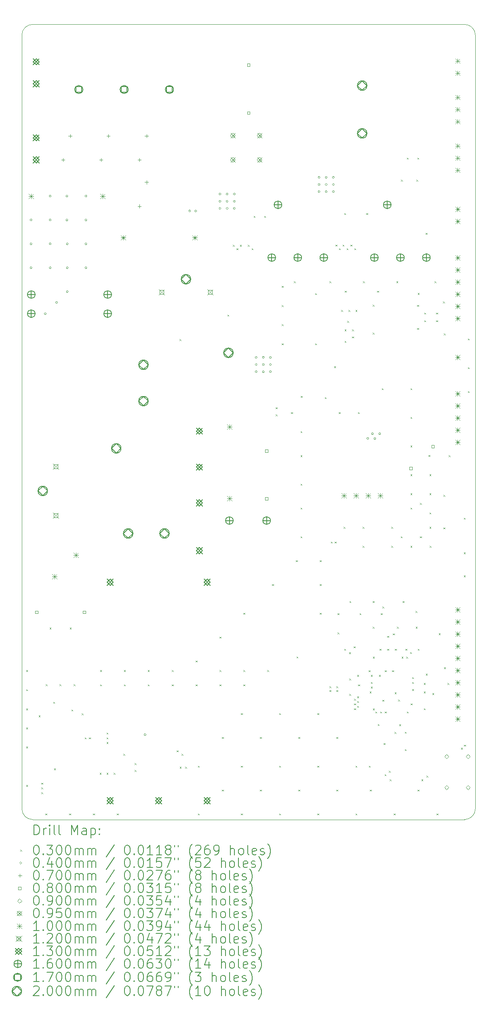
<source format=gbr>
%TF.GenerationSoftware,KiCad,Pcbnew,8.0.2*%
%TF.CreationDate,2024-05-14T20:53:51+07:00*%
%TF.ProjectId,HW.ACIM-PSU,48572e41-4349-44d2-9d50-53552e6b6963,0.0*%
%TF.SameCoordinates,Original*%
%TF.FileFunction,Drillmap*%
%TF.FilePolarity,Positive*%
%FSLAX45Y45*%
G04 Gerber Fmt 4.5, Leading zero omitted, Abs format (unit mm)*
G04 Created by KiCad (PCBNEW 8.0.2) date 2024-05-14 20:53:51*
%MOMM*%
%LPD*%
G01*
G04 APERTURE LIST*
%ADD10C,0.100000*%
%ADD11C,0.200000*%
%ADD12C,0.120000*%
%ADD13C,0.130000*%
%ADD14C,0.160000*%
%ADD15C,0.170000*%
G04 APERTURE END LIST*
D10*
X2311700Y-23588410D02*
G75*
G02*
X2086700Y-23363410I0J225000D01*
G01*
X2311700Y-23588420D02*
X11361700Y-23588420D01*
X11361700Y-6948410D02*
G75*
G02*
X11586700Y-7173410I0J-225000D01*
G01*
X11361700Y-6948410D02*
X2311700Y-6948410D01*
X2086700Y-7173410D02*
G75*
G02*
X2311700Y-6948410I225000J0D01*
G01*
X11586700Y-23363410D02*
X11586700Y-7173410D01*
X11586700Y-23363420D02*
G75*
G02*
X11361700Y-23588420I-225000J0D01*
G01*
X2086700Y-7173410D02*
X2086700Y-23363410D01*
D11*
D10*
X2176700Y-20463390D02*
X2206700Y-20493390D01*
X2206700Y-20463390D02*
X2176700Y-20493390D01*
X2176700Y-20863390D02*
X2206700Y-20893390D01*
X2206700Y-20863390D02*
X2176700Y-20893390D01*
X2176700Y-21263390D02*
X2206700Y-21293390D01*
X2206700Y-21263390D02*
X2176700Y-21293390D01*
X2176700Y-21663390D02*
X2206700Y-21693390D01*
X2206700Y-21663390D02*
X2176700Y-21693390D01*
X2176700Y-22063390D02*
X2206700Y-22093390D01*
X2206700Y-22063390D02*
X2176700Y-22093390D01*
X2176700Y-22863390D02*
X2206700Y-22893390D01*
X2206700Y-22863390D02*
X2176700Y-22893390D01*
X2440210Y-21409920D02*
X2470210Y-21439920D01*
X2470210Y-21409920D02*
X2440210Y-21439920D01*
X2492710Y-22817420D02*
X2522710Y-22847420D01*
X2522710Y-22817420D02*
X2492710Y-22847420D01*
X2492710Y-22917420D02*
X2522710Y-22947420D01*
X2522710Y-22917420D02*
X2492710Y-22947420D01*
X2492710Y-23017420D02*
X2522710Y-23047420D01*
X2522710Y-23017420D02*
X2492710Y-23047420D01*
X2576700Y-23463390D02*
X2606700Y-23493390D01*
X2606700Y-23463390D02*
X2576700Y-23493390D01*
X2589400Y-20756810D02*
X2619400Y-20786810D01*
X2619400Y-20756810D02*
X2589400Y-20786810D01*
X2669400Y-19574310D02*
X2699400Y-19604310D01*
X2699400Y-19574310D02*
X2669400Y-19604310D01*
X2744400Y-21126810D02*
X2774400Y-21156810D01*
X2774400Y-21126810D02*
X2744400Y-21156810D01*
X2760210Y-22519920D02*
X2790210Y-22549920D01*
X2790210Y-22519920D02*
X2760210Y-22549920D01*
X2874400Y-20756810D02*
X2904400Y-20786810D01*
X2904400Y-20756810D02*
X2874400Y-20786810D01*
X3076700Y-23463390D02*
X3106700Y-23493390D01*
X3106700Y-23463390D02*
X3076700Y-23493390D01*
X3089400Y-19574310D02*
X3119400Y-19604310D01*
X3119400Y-19574310D02*
X3089400Y-19604310D01*
X3124400Y-21286810D02*
X3154400Y-21316810D01*
X3154400Y-21286810D02*
X3124400Y-21316810D01*
X3169400Y-20756810D02*
X3199400Y-20786810D01*
X3199400Y-20756810D02*
X3169400Y-20786810D01*
X3339400Y-21366810D02*
X3369400Y-21396810D01*
X3369400Y-21366810D02*
X3339400Y-21396810D01*
X3402710Y-21869920D02*
X3432710Y-21899920D01*
X3432710Y-21869920D02*
X3402710Y-21899920D01*
X3492710Y-21869920D02*
X3522710Y-21899920D01*
X3522710Y-21869920D02*
X3492710Y-21899920D01*
X3576700Y-23463390D02*
X3606700Y-23493390D01*
X3606700Y-23463390D02*
X3576700Y-23493390D01*
X3717710Y-22609920D02*
X3747710Y-22639920D01*
X3747710Y-22609920D02*
X3717710Y-22639920D01*
X3726700Y-20463390D02*
X3756700Y-20493390D01*
X3756700Y-20463390D02*
X3726700Y-20493390D01*
X3726700Y-20763390D02*
X3756700Y-20793390D01*
X3756700Y-20763390D02*
X3726700Y-20793390D01*
X3862710Y-21769920D02*
X3892710Y-21799920D01*
X3892710Y-21769920D02*
X3862710Y-21799920D01*
X3862710Y-21869920D02*
X3892710Y-21899920D01*
X3892710Y-21869920D02*
X3862710Y-21899920D01*
X3862710Y-21969920D02*
X3892710Y-21999920D01*
X3892710Y-21969920D02*
X3862710Y-21999920D01*
X3862710Y-22609920D02*
X3892710Y-22639920D01*
X3892710Y-22609920D02*
X3862710Y-22639920D01*
X4007710Y-22609920D02*
X4037710Y-22639920D01*
X4037710Y-22609920D02*
X4007710Y-22639920D01*
X4076700Y-23463390D02*
X4106700Y-23493390D01*
X4106700Y-23463390D02*
X4076700Y-23493390D01*
X4212710Y-22212420D02*
X4242710Y-22242420D01*
X4242710Y-22212420D02*
X4212710Y-22242420D01*
X4226700Y-20463390D02*
X4256700Y-20493390D01*
X4256700Y-20463390D02*
X4226700Y-20493390D01*
X4226700Y-20763390D02*
X4256700Y-20793390D01*
X4256700Y-20763390D02*
X4226700Y-20793390D01*
X4451810Y-22410430D02*
X4481810Y-22440430D01*
X4481810Y-22410430D02*
X4451810Y-22440430D01*
X4451810Y-22550430D02*
X4481810Y-22580430D01*
X4481810Y-22550430D02*
X4451810Y-22580430D01*
X4726700Y-20463390D02*
X4756700Y-20493390D01*
X4756700Y-20463390D02*
X4726700Y-20493390D01*
X4726700Y-20763390D02*
X4756700Y-20793390D01*
X4756700Y-20763390D02*
X4726700Y-20793390D01*
X5226700Y-20463390D02*
X5256700Y-20493390D01*
X5256700Y-20463390D02*
X5226700Y-20493390D01*
X5226700Y-20763390D02*
X5256700Y-20793390D01*
X5256700Y-20763390D02*
X5226700Y-20793390D01*
X5332710Y-22139920D02*
X5362710Y-22169920D01*
X5362710Y-22139920D02*
X5332710Y-22169920D01*
X5389400Y-13536810D02*
X5419400Y-13566810D01*
X5419400Y-13536810D02*
X5389400Y-13566810D01*
X5392710Y-22482420D02*
X5422710Y-22512420D01*
X5422710Y-22482420D02*
X5392710Y-22512420D01*
X5432710Y-22212420D02*
X5462710Y-22242420D01*
X5462710Y-22212420D02*
X5432710Y-22242420D01*
X5507710Y-22482420D02*
X5537710Y-22512420D01*
X5537710Y-22482420D02*
X5507710Y-22512420D01*
X5726700Y-20263390D02*
X5756700Y-20293390D01*
X5756700Y-20263390D02*
X5726700Y-20293390D01*
X5726700Y-20763390D02*
X5756700Y-20793390D01*
X5756700Y-20763390D02*
X5726700Y-20793390D01*
X5776700Y-22463390D02*
X5806700Y-22493390D01*
X5806700Y-22463390D02*
X5776700Y-22493390D01*
X5776700Y-23463390D02*
X5806700Y-23493390D01*
X5806700Y-23463390D02*
X5776700Y-23493390D01*
X6226700Y-19763390D02*
X6256700Y-19793390D01*
X6256700Y-19763390D02*
X6226700Y-19793390D01*
X6226700Y-20463390D02*
X6256700Y-20493390D01*
X6256700Y-20463390D02*
X6226700Y-20493390D01*
X6226700Y-20763390D02*
X6256700Y-20793390D01*
X6256700Y-20763390D02*
X6226700Y-20793390D01*
X6276700Y-21863390D02*
X6306700Y-21893390D01*
X6306700Y-21863390D02*
X6276700Y-21893390D01*
X6276700Y-22963390D02*
X6306700Y-22993390D01*
X6306700Y-22963390D02*
X6276700Y-22993390D01*
X6394400Y-13024310D02*
X6424400Y-13054310D01*
X6424400Y-13024310D02*
X6394400Y-13054310D01*
X6506710Y-11563920D02*
X6536710Y-11593920D01*
X6536710Y-11563920D02*
X6506710Y-11593920D01*
X6581710Y-11633920D02*
X6611710Y-11663920D01*
X6611710Y-11633920D02*
X6581710Y-11663920D01*
X6656710Y-11563920D02*
X6686710Y-11593920D01*
X6686710Y-11563920D02*
X6656710Y-11593920D01*
X6676700Y-21363390D02*
X6706700Y-21393390D01*
X6706700Y-21363390D02*
X6676700Y-21393390D01*
X6676700Y-22463390D02*
X6706700Y-22493390D01*
X6706700Y-22463390D02*
X6676700Y-22493390D01*
X6676700Y-23463390D02*
X6706700Y-23493390D01*
X6706700Y-23463390D02*
X6676700Y-23493390D01*
X6726700Y-19263390D02*
X6756700Y-19293390D01*
X6756700Y-19263390D02*
X6726700Y-19293390D01*
X6726700Y-20463390D02*
X6756700Y-20493390D01*
X6756700Y-20463390D02*
X6726700Y-20493390D01*
X6726700Y-20763390D02*
X6756700Y-20793390D01*
X6756700Y-20763390D02*
X6726700Y-20793390D01*
X6821710Y-11563920D02*
X6851710Y-11593920D01*
X6851710Y-11563920D02*
X6821710Y-11593920D01*
X6901710Y-11633920D02*
X6931710Y-11663920D01*
X6931710Y-11633920D02*
X6901710Y-11663920D01*
X6941710Y-10958920D02*
X6971710Y-10988920D01*
X6971710Y-10958920D02*
X6941710Y-10988920D01*
X7076700Y-21863390D02*
X7106700Y-21893390D01*
X7106700Y-21863390D02*
X7076700Y-21893390D01*
X7076700Y-22963390D02*
X7106700Y-22993390D01*
X7106700Y-22963390D02*
X7076700Y-22993390D01*
X7161710Y-10958920D02*
X7191710Y-10988920D01*
X7191710Y-10958920D02*
X7161710Y-10988920D01*
X7226700Y-20463390D02*
X7256700Y-20493390D01*
X7256700Y-20463390D02*
X7226700Y-20493390D01*
X7326700Y-18663390D02*
X7356700Y-18693390D01*
X7356700Y-18663390D02*
X7326700Y-18693390D01*
X7404400Y-14961810D02*
X7434400Y-14991810D01*
X7434400Y-14961810D02*
X7404400Y-14991810D01*
X7404400Y-15111810D02*
X7434400Y-15141810D01*
X7434400Y-15111810D02*
X7404400Y-15141810D01*
X7476700Y-21363390D02*
X7506700Y-21393390D01*
X7506700Y-21363390D02*
X7476700Y-21393390D01*
X7476700Y-22463390D02*
X7506700Y-22493390D01*
X7506700Y-22463390D02*
X7476700Y-22493390D01*
X7476700Y-23463390D02*
X7506700Y-23493390D01*
X7506700Y-23463390D02*
X7476700Y-23493390D01*
X7531710Y-12423920D02*
X7561710Y-12453920D01*
X7561710Y-12423920D02*
X7531710Y-12453920D01*
X7531710Y-12823920D02*
X7561710Y-12853920D01*
X7561710Y-12823920D02*
X7531710Y-12853920D01*
X7531710Y-13223920D02*
X7561710Y-13253920D01*
X7561710Y-13223920D02*
X7531710Y-13253920D01*
X7531710Y-13623920D02*
X7561710Y-13653920D01*
X7561710Y-13623920D02*
X7531710Y-13653920D01*
X7726700Y-15063390D02*
X7756700Y-15093390D01*
X7756700Y-15063390D02*
X7726700Y-15093390D01*
X7786710Y-12323920D02*
X7816710Y-12353920D01*
X7816710Y-12323920D02*
X7786710Y-12353920D01*
X7826700Y-18163390D02*
X7856700Y-18193390D01*
X7856700Y-18163390D02*
X7826700Y-18193390D01*
X7841810Y-20177930D02*
X7871810Y-20207930D01*
X7871810Y-20177930D02*
X7841810Y-20207930D01*
X7876700Y-21863390D02*
X7906700Y-21893390D01*
X7906700Y-21863390D02*
X7876700Y-21893390D01*
X7876700Y-22963390D02*
X7906700Y-22993390D01*
X7906700Y-22963390D02*
X7876700Y-22993390D01*
X7926700Y-15463390D02*
X7956700Y-15493390D01*
X7956700Y-15463390D02*
X7926700Y-15493390D01*
X7926700Y-15963390D02*
X7956700Y-15993390D01*
X7956700Y-15963390D02*
X7926700Y-15993390D01*
X7926700Y-16563390D02*
X7956700Y-16593390D01*
X7956700Y-16563390D02*
X7926700Y-16593390D01*
X7926700Y-17063390D02*
X7956700Y-17093390D01*
X7956700Y-17063390D02*
X7926700Y-17093390D01*
X7926700Y-17663390D02*
X7956700Y-17693390D01*
X7956700Y-17663390D02*
X7926700Y-17693390D01*
X7931710Y-14723920D02*
X7961710Y-14753920D01*
X7961710Y-14723920D02*
X7931710Y-14753920D01*
X8231710Y-12573920D02*
X8261710Y-12603920D01*
X8261710Y-12573920D02*
X8231710Y-12603920D01*
X8231710Y-13623920D02*
X8261710Y-13653920D01*
X8261710Y-13623920D02*
X8231710Y-13653920D01*
X8276700Y-21363390D02*
X8306700Y-21393390D01*
X8306700Y-21363390D02*
X8276700Y-21393390D01*
X8276700Y-22463390D02*
X8306700Y-22493390D01*
X8306700Y-22463390D02*
X8276700Y-22493390D01*
X8276700Y-23463390D02*
X8306700Y-23493390D01*
X8306700Y-23463390D02*
X8276700Y-23493390D01*
X8326700Y-18163390D02*
X8356700Y-18193390D01*
X8356700Y-18163390D02*
X8326700Y-18193390D01*
X8326700Y-18663390D02*
X8356700Y-18693390D01*
X8356700Y-18663390D02*
X8326700Y-18693390D01*
X8326700Y-19263390D02*
X8356700Y-19293390D01*
X8356700Y-19263390D02*
X8326700Y-19293390D01*
X8433779Y-14748461D02*
X8463779Y-14778461D01*
X8463779Y-14748461D02*
X8433779Y-14778461D01*
X8529310Y-20800430D02*
X8559310Y-20830430D01*
X8559310Y-20800430D02*
X8529310Y-20830430D01*
X8529310Y-20880430D02*
X8559310Y-20910430D01*
X8559310Y-20880430D02*
X8529310Y-20910430D01*
X8531710Y-12323920D02*
X8561710Y-12353920D01*
X8561710Y-12323920D02*
X8531710Y-12353920D01*
X8558779Y-17773462D02*
X8588779Y-17803462D01*
X8588779Y-17773462D02*
X8558779Y-17803462D01*
X8628779Y-14103461D02*
X8658779Y-14133461D01*
X8658779Y-14103461D02*
X8628779Y-14133461D01*
X8638779Y-17773462D02*
X8668779Y-17803462D01*
X8668779Y-17773462D02*
X8638779Y-17803462D01*
X8656710Y-11558920D02*
X8686710Y-11588920D01*
X8686710Y-11558920D02*
X8656710Y-11588920D01*
X8676700Y-21863390D02*
X8706700Y-21893390D01*
X8706700Y-21863390D02*
X8676700Y-21893390D01*
X8676700Y-22963390D02*
X8706700Y-22993390D01*
X8706700Y-22963390D02*
X8676700Y-22993390D01*
X8676810Y-20800430D02*
X8706810Y-20830430D01*
X8706810Y-20800430D02*
X8676810Y-20830430D01*
X8676810Y-20880430D02*
X8706810Y-20910430D01*
X8706810Y-20880430D02*
X8676810Y-20910430D01*
X8701810Y-19272930D02*
X8731810Y-19302930D01*
X8731810Y-19272930D02*
X8701810Y-19302930D01*
X8701810Y-19672930D02*
X8731810Y-19702930D01*
X8731810Y-19672930D02*
X8701810Y-19702930D01*
X8726700Y-15063390D02*
X8756700Y-15093390D01*
X8756700Y-15063390D02*
X8726700Y-15093390D01*
X8731710Y-11633920D02*
X8761710Y-11663920D01*
X8761710Y-11633920D02*
X8731710Y-11663920D01*
X8776710Y-12923920D02*
X8806710Y-12953920D01*
X8806710Y-12923920D02*
X8776710Y-12953920D01*
X8806710Y-11558920D02*
X8836710Y-11588920D01*
X8836710Y-11558920D02*
X8806710Y-11588920D01*
X8826700Y-17463390D02*
X8856700Y-17493390D01*
X8856700Y-17463390D02*
X8826700Y-17493390D01*
X8841710Y-10898920D02*
X8871710Y-10928920D01*
X8871710Y-10898920D02*
X8841710Y-10928920D01*
X8841810Y-20015430D02*
X8871810Y-20045430D01*
X8871810Y-20015430D02*
X8841810Y-20045430D01*
X8846710Y-13331420D02*
X8876710Y-13361420D01*
X8876710Y-13331420D02*
X8846710Y-13361420D01*
X8846710Y-13573920D02*
X8876710Y-13603920D01*
X8876710Y-13573920D02*
X8846710Y-13603920D01*
X8854210Y-12523920D02*
X8884210Y-12553920D01*
X8884210Y-12523920D02*
X8854210Y-12553920D01*
X8891710Y-11633920D02*
X8921710Y-11663920D01*
X8921710Y-11633920D02*
X8891710Y-11663920D01*
X8901710Y-13156420D02*
X8931710Y-13186420D01*
X8931710Y-13156420D02*
X8901710Y-13186420D01*
X8926710Y-12923920D02*
X8956710Y-12953920D01*
X8956710Y-12923920D02*
X8926710Y-12953920D01*
X8941810Y-20087930D02*
X8971810Y-20117930D01*
X8971810Y-20087930D02*
X8941810Y-20117930D01*
X8946810Y-20640430D02*
X8976810Y-20670430D01*
X8976810Y-20640430D02*
X8946810Y-20670430D01*
X8946810Y-20960430D02*
X8976810Y-20990430D01*
X8976810Y-20960430D02*
X8946810Y-20990430D01*
X8951810Y-19017930D02*
X8981810Y-19047930D01*
X8981810Y-19017930D02*
X8951810Y-19047930D01*
X8971710Y-11558920D02*
X9001710Y-11588920D01*
X9001710Y-11558920D02*
X8971710Y-11588920D01*
X9006710Y-13331420D02*
X9036710Y-13361420D01*
X9036710Y-13331420D02*
X9006710Y-13361420D01*
X9006710Y-13478920D02*
X9036710Y-13508920D01*
X9036710Y-13478920D02*
X9006710Y-13508920D01*
X9036810Y-19965430D02*
X9066810Y-19995430D01*
X9066810Y-19965430D02*
X9036810Y-19995430D01*
X9046810Y-21060430D02*
X9076810Y-21090430D01*
X9076810Y-21060430D02*
X9046810Y-21090430D01*
X9046810Y-21160430D02*
X9076810Y-21190430D01*
X9076810Y-21160430D02*
X9046810Y-21190430D01*
X9046810Y-21260430D02*
X9076810Y-21290430D01*
X9076810Y-21260430D02*
X9046810Y-21290430D01*
X9051710Y-11633920D02*
X9081710Y-11663920D01*
X9081710Y-11633920D02*
X9051710Y-11663920D01*
X9076700Y-22463390D02*
X9106700Y-22493390D01*
X9106700Y-22463390D02*
X9076700Y-22493390D01*
X9076700Y-23463390D02*
X9106700Y-23493390D01*
X9106700Y-23463390D02*
X9076700Y-23493390D01*
X9076710Y-12923920D02*
X9106710Y-12953920D01*
X9106710Y-12923920D02*
X9076710Y-12953920D01*
X9111810Y-20560430D02*
X9141810Y-20590430D01*
X9141810Y-20560430D02*
X9111810Y-20590430D01*
X9111810Y-21010430D02*
X9141810Y-21040430D01*
X9141810Y-21010430D02*
X9111810Y-21040430D01*
X9111810Y-21110430D02*
X9141810Y-21140430D01*
X9141810Y-21110430D02*
X9111810Y-21140430D01*
X9111810Y-21210430D02*
X9141810Y-21240430D01*
X9141810Y-21210430D02*
X9111810Y-21240430D01*
X9126700Y-15063390D02*
X9156700Y-15093390D01*
X9156700Y-15063390D02*
X9126700Y-15093390D01*
X9131810Y-20760430D02*
X9161810Y-20790430D01*
X9161810Y-20760430D02*
X9131810Y-20790430D01*
X9161810Y-19272930D02*
X9191810Y-19302930D01*
X9191810Y-19272930D02*
X9161810Y-19302930D01*
X9226700Y-17463390D02*
X9256700Y-17493390D01*
X9256700Y-17463390D02*
X9226700Y-17493390D01*
X9226700Y-17863390D02*
X9256700Y-17893390D01*
X9256700Y-17863390D02*
X9226700Y-17893390D01*
X9231710Y-12323920D02*
X9261710Y-12353920D01*
X9261710Y-12323920D02*
X9231710Y-12353920D01*
X9301710Y-10898920D02*
X9331710Y-10928920D01*
X9331710Y-10898920D02*
X9301710Y-10928920D01*
X9351710Y-20464010D02*
X9381710Y-20494010D01*
X9381710Y-20464010D02*
X9351710Y-20494010D01*
X9356810Y-22463430D02*
X9386810Y-22493430D01*
X9386810Y-22463430D02*
X9356810Y-22493430D01*
X9371810Y-20910430D02*
X9401810Y-20940430D01*
X9401810Y-20910430D02*
X9371810Y-20940430D01*
X9376700Y-22963390D02*
X9406700Y-22993390D01*
X9406700Y-22963390D02*
X9376700Y-22993390D01*
X9396810Y-20560430D02*
X9426810Y-20590430D01*
X9426810Y-20560430D02*
X9396810Y-20590430D01*
X9396810Y-20710430D02*
X9426810Y-20740430D01*
X9426810Y-20710430D02*
X9396810Y-20740430D01*
X9396810Y-20810430D02*
X9426810Y-20840430D01*
X9426810Y-20810430D02*
X9396810Y-20840430D01*
X9436710Y-12816420D02*
X9466710Y-12846420D01*
X9466710Y-12816420D02*
X9436710Y-12846420D01*
X9436710Y-13401420D02*
X9466710Y-13431420D01*
X9466710Y-13401420D02*
X9436710Y-13431420D01*
X9436710Y-13401420D02*
X9466710Y-13431420D01*
X9466710Y-13401420D02*
X9436710Y-13431420D01*
X9436810Y-19017930D02*
X9466810Y-19047930D01*
X9466810Y-19017930D02*
X9436810Y-19047930D01*
X9436810Y-19552930D02*
X9466810Y-19582930D01*
X9466810Y-19552930D02*
X9436810Y-19582930D01*
X9441810Y-20180430D02*
X9471810Y-20210430D01*
X9471810Y-20180430D02*
X9441810Y-20210430D01*
X9441810Y-21265430D02*
X9471810Y-21295430D01*
X9471810Y-21265430D02*
X9441810Y-21295430D01*
X9491810Y-21330430D02*
X9521810Y-21360430D01*
X9521810Y-21330430D02*
X9491810Y-21360430D01*
X9529210Y-12523920D02*
X9559210Y-12553920D01*
X9559210Y-12523920D02*
X9529210Y-12553920D01*
X9541810Y-21590430D02*
X9571810Y-21620430D01*
X9571810Y-21590430D02*
X9541810Y-21620430D01*
X9567310Y-20560430D02*
X9597310Y-20590430D01*
X9597310Y-20560430D02*
X9567310Y-20590430D01*
X9581810Y-20015430D02*
X9611810Y-20045430D01*
X9611810Y-20015430D02*
X9581810Y-20045430D01*
X9591810Y-21330430D02*
X9621810Y-21360430D01*
X9621810Y-21330430D02*
X9591810Y-21360430D01*
X9606810Y-19272930D02*
X9636810Y-19302930D01*
X9636810Y-19272930D02*
X9606810Y-19302930D01*
X9626700Y-14563390D02*
X9656700Y-14593390D01*
X9656700Y-14563390D02*
X9626700Y-14593390D01*
X9641700Y-21083390D02*
X9671700Y-21113390D01*
X9671700Y-21083390D02*
X9641700Y-21113390D01*
X9641810Y-19132930D02*
X9671810Y-19162930D01*
X9671810Y-19132930D02*
X9641810Y-19162930D01*
X9667310Y-21990430D02*
X9697310Y-22020430D01*
X9697310Y-21990430D02*
X9667310Y-22020430D01*
X9687310Y-22640430D02*
X9717310Y-22670430D01*
X9717310Y-22640430D02*
X9687310Y-22670430D01*
X9691810Y-20465430D02*
X9721810Y-20495430D01*
X9721810Y-20465430D02*
X9691810Y-20495430D01*
X9691810Y-21330430D02*
X9721810Y-21360430D01*
X9721810Y-21330430D02*
X9691810Y-21360430D01*
X9741810Y-19745430D02*
X9771810Y-19775430D01*
X9771810Y-19745430D02*
X9741810Y-19775430D01*
X9741810Y-20015430D02*
X9771810Y-20045430D01*
X9771810Y-20015430D02*
X9741810Y-20045430D01*
X9777310Y-22567930D02*
X9807310Y-22597930D01*
X9807310Y-22567930D02*
X9777310Y-22597930D01*
X9792310Y-22745430D02*
X9822310Y-22775430D01*
X9822310Y-22745430D02*
X9792310Y-22775430D01*
X9826700Y-17463390D02*
X9856700Y-17493390D01*
X9856700Y-17463390D02*
X9826700Y-17493390D01*
X9826700Y-17863390D02*
X9856700Y-17893390D01*
X9856700Y-17863390D02*
X9826700Y-17893390D01*
X9841810Y-20465430D02*
X9871810Y-20495430D01*
X9871810Y-20465430D02*
X9841810Y-20495430D01*
X9861810Y-19695430D02*
X9891810Y-19725430D01*
X9891810Y-19695430D02*
X9861810Y-19725430D01*
X9876700Y-23463390D02*
X9906700Y-23493390D01*
X9906700Y-23463390D02*
X9876700Y-23493390D01*
X9891810Y-21755430D02*
X9921810Y-21785430D01*
X9921810Y-21755430D02*
X9891810Y-21785430D01*
X9897310Y-20925430D02*
X9927310Y-20955430D01*
X9927310Y-20925430D02*
X9897310Y-20955430D01*
X9901810Y-20015430D02*
X9931810Y-20045430D01*
X9931810Y-20015430D02*
X9901810Y-20045430D01*
X9931710Y-12323920D02*
X9961710Y-12353920D01*
X9961710Y-12323920D02*
X9931710Y-12353920D01*
X9946810Y-19552930D02*
X9976810Y-19582930D01*
X9976810Y-19552930D02*
X9946810Y-19582930D01*
X9971810Y-21078430D02*
X10001810Y-21108430D01*
X10001810Y-21078430D02*
X9971810Y-21108430D01*
X9991810Y-21595430D02*
X10021810Y-21625430D01*
X10021810Y-21595430D02*
X9991810Y-21625430D01*
X10026700Y-17663390D02*
X10056700Y-17693390D01*
X10056700Y-17663390D02*
X10026700Y-17693390D01*
X10031710Y-10201290D02*
X10061710Y-10231290D01*
X10061710Y-10201290D02*
X10031710Y-10231290D01*
X10041810Y-20180430D02*
X10071810Y-20210430D01*
X10071810Y-20180430D02*
X10041810Y-20210430D01*
X10061810Y-19017930D02*
X10091810Y-19047930D01*
X10091810Y-19017930D02*
X10061810Y-19047930D01*
X10108310Y-22115430D02*
X10138310Y-22145430D01*
X10138310Y-22115430D02*
X10108310Y-22145430D01*
X10111810Y-21753430D02*
X10141810Y-21783430D01*
X10141810Y-21753430D02*
X10111810Y-21783430D01*
X10121810Y-20015430D02*
X10151810Y-20045430D01*
X10151810Y-20015430D02*
X10121810Y-20045430D01*
X10141810Y-20180430D02*
X10171810Y-20210430D01*
X10171810Y-20180430D02*
X10141810Y-20210430D01*
X10151710Y-9736290D02*
X10181710Y-9766290D01*
X10181710Y-9736290D02*
X10151710Y-9766290D01*
X10151810Y-21330430D02*
X10181810Y-21360430D01*
X10181810Y-21330430D02*
X10151810Y-21360430D01*
X10221700Y-20083390D02*
X10251700Y-20113390D01*
X10251700Y-20083390D02*
X10221700Y-20113390D01*
X10226700Y-14563390D02*
X10256700Y-14593390D01*
X10256700Y-14563390D02*
X10226700Y-14593390D01*
X10226700Y-15163390D02*
X10256700Y-15193390D01*
X10256700Y-15163390D02*
X10226700Y-15193390D01*
X10226700Y-15763390D02*
X10256700Y-15793390D01*
X10256700Y-15763390D02*
X10226700Y-15793390D01*
X10226700Y-16363390D02*
X10256700Y-16393390D01*
X10256700Y-16363390D02*
X10226700Y-16393390D01*
X10226700Y-16763390D02*
X10256700Y-16793390D01*
X10256700Y-16763390D02*
X10226700Y-16793390D01*
X10226700Y-17063390D02*
X10256700Y-17093390D01*
X10256700Y-17063390D02*
X10226700Y-17093390D01*
X10226700Y-17863390D02*
X10256700Y-17893390D01*
X10256700Y-17863390D02*
X10226700Y-17893390D01*
X10231810Y-21158430D02*
X10261810Y-21188430D01*
X10261810Y-21158430D02*
X10231810Y-21188430D01*
X10261810Y-20610430D02*
X10291810Y-20640430D01*
X10291810Y-20610430D02*
X10261810Y-20640430D01*
X10261810Y-20710430D02*
X10291810Y-20740430D01*
X10291810Y-20710430D02*
X10261810Y-20740430D01*
X10261810Y-20860430D02*
X10291810Y-20890430D01*
X10291810Y-20860430D02*
X10261810Y-20890430D01*
X10335560Y-19224180D02*
X10365560Y-19254180D01*
X10365560Y-19224180D02*
X10335560Y-19254180D01*
X10336810Y-19552930D02*
X10366810Y-19582930D01*
X10366810Y-19552930D02*
X10336810Y-19582930D01*
X10351710Y-10201290D02*
X10381710Y-10231290D01*
X10381710Y-10201290D02*
X10351710Y-10231290D01*
X10366710Y-12821420D02*
X10396710Y-12851420D01*
X10396710Y-12821420D02*
X10366710Y-12851420D01*
X10366710Y-13301420D02*
X10396710Y-13331420D01*
X10396710Y-13301420D02*
X10366710Y-13331420D01*
X10371710Y-9736290D02*
X10401710Y-9766290D01*
X10401710Y-9736290D02*
X10371710Y-9766290D01*
X10376700Y-22963390D02*
X10406700Y-22993390D01*
X10406700Y-22963390D02*
X10376700Y-22993390D01*
X10381710Y-12568920D02*
X10411710Y-12598920D01*
X10411710Y-12568920D02*
X10381710Y-12598920D01*
X10381810Y-20015430D02*
X10411810Y-20045430D01*
X10411810Y-20015430D02*
X10381810Y-20045430D01*
X10426700Y-16963390D02*
X10456700Y-16993390D01*
X10456700Y-16963390D02*
X10426700Y-16993390D01*
X10426700Y-17663390D02*
X10456700Y-17693390D01*
X10456700Y-17663390D02*
X10426700Y-17693390D01*
X10456810Y-22745430D02*
X10486810Y-22775430D01*
X10486810Y-22745430D02*
X10456810Y-22775430D01*
X10506810Y-20730430D02*
X10536810Y-20760430D01*
X10536810Y-20730430D02*
X10506810Y-20760430D01*
X10506810Y-20910430D02*
X10536810Y-20940430D01*
X10536810Y-20910430D02*
X10506810Y-20940430D01*
X10506810Y-21260430D02*
X10536810Y-21290430D01*
X10536810Y-21260430D02*
X10506810Y-21290430D01*
X10516710Y-12981420D02*
X10546710Y-13011420D01*
X10546710Y-12981420D02*
X10516710Y-13011420D01*
X10516710Y-13141420D02*
X10546710Y-13171420D01*
X10546710Y-13141420D02*
X10516710Y-13171420D01*
X10546710Y-11313920D02*
X10576710Y-11343920D01*
X10576710Y-11313920D02*
X10546710Y-11343920D01*
X10551810Y-20538430D02*
X10581810Y-20568430D01*
X10581810Y-20538430D02*
X10551810Y-20568430D01*
X10561810Y-22672930D02*
X10591810Y-22702930D01*
X10591810Y-22672930D02*
X10561810Y-22702930D01*
X10606810Y-15962930D02*
X10636810Y-15992930D01*
X10636810Y-15962930D02*
X10606810Y-15992930D01*
X10626700Y-16363390D02*
X10656700Y-16393390D01*
X10656700Y-16363390D02*
X10626700Y-16393390D01*
X10626700Y-16763390D02*
X10656700Y-16793390D01*
X10656700Y-16763390D02*
X10626700Y-16793390D01*
X10626700Y-17163390D02*
X10656700Y-17193390D01*
X10656700Y-17163390D02*
X10626700Y-17193390D01*
X10626700Y-17463390D02*
X10656700Y-17493390D01*
X10656700Y-17463390D02*
X10626700Y-17493390D01*
X10631710Y-17863390D02*
X10661710Y-17893390D01*
X10661710Y-17863390D02*
X10631710Y-17893390D01*
X10686810Y-20945430D02*
X10716810Y-20975430D01*
X10716810Y-20945430D02*
X10686810Y-20975430D01*
X10731710Y-12323920D02*
X10761710Y-12353920D01*
X10761710Y-12323920D02*
X10731710Y-12353920D01*
X10766710Y-12981420D02*
X10796710Y-13011420D01*
X10796710Y-12981420D02*
X10766710Y-13011420D01*
X10766710Y-13141420D02*
X10796710Y-13171420D01*
X10796710Y-13141420D02*
X10766710Y-13171420D01*
X10776700Y-23463390D02*
X10806700Y-23493390D01*
X10806700Y-23463390D02*
X10776700Y-23493390D01*
X10821810Y-19688430D02*
X10851810Y-19718430D01*
X10851810Y-19688430D02*
X10821810Y-19718430D01*
X10909400Y-12749310D02*
X10939400Y-12779310D01*
X10939400Y-12749310D02*
X10909400Y-12779310D01*
X10916700Y-16795890D02*
X10946700Y-16825890D01*
X10946700Y-16795890D02*
X10916700Y-16825890D01*
X10916700Y-17475890D02*
X10946700Y-17505890D01*
X10946700Y-17475890D02*
X10916700Y-17505890D01*
X10928779Y-13418461D02*
X10958779Y-13448461D01*
X10958779Y-13418461D02*
X10928779Y-13448461D01*
X10931810Y-20400430D02*
X10961810Y-20430430D01*
X10961810Y-20400430D02*
X10931810Y-20430430D01*
X11001810Y-20730430D02*
X11031810Y-20760430D01*
X11031810Y-20730430D02*
X11001810Y-20760430D01*
X11026700Y-15963390D02*
X11056700Y-15993390D01*
X11056700Y-15963390D02*
X11026700Y-15993390D01*
X11286700Y-22087040D02*
X11316700Y-22117040D01*
X11316700Y-22087040D02*
X11286700Y-22117040D01*
X11346700Y-17273390D02*
X11376700Y-17303390D01*
X11376700Y-17273390D02*
X11346700Y-17303390D01*
X11346700Y-17998390D02*
X11376700Y-18028390D01*
X11376700Y-17998390D02*
X11346700Y-18028390D01*
X11346700Y-18478390D02*
X11376700Y-18508390D01*
X11376700Y-18478390D02*
X11346700Y-18508390D01*
X11351700Y-22022040D02*
X11381700Y-22052040D01*
X11381700Y-22022040D02*
X11351700Y-22052040D01*
X11431710Y-13523920D02*
X11461710Y-13553920D01*
X11461710Y-13523920D02*
X11431710Y-13553920D01*
X11431710Y-14123920D02*
X11461710Y-14153920D01*
X11461710Y-14123920D02*
X11431710Y-14153920D01*
X11431710Y-14623920D02*
X11461710Y-14653920D01*
X11461710Y-14623920D02*
X11431710Y-14653920D01*
X2299400Y-11041810D02*
G75*
G02*
X2259400Y-11041810I-20000J0D01*
G01*
X2259400Y-11041810D02*
G75*
G02*
X2299400Y-11041810I20000J0D01*
G01*
X2299400Y-11541810D02*
G75*
G02*
X2259400Y-11541810I-20000J0D01*
G01*
X2259400Y-11541810D02*
G75*
G02*
X2299400Y-11541810I20000J0D01*
G01*
X2299400Y-12041810D02*
G75*
G02*
X2259400Y-12041810I-20000J0D01*
G01*
X2259400Y-12041810D02*
G75*
G02*
X2299400Y-12041810I20000J0D01*
G01*
X2596710Y-13001810D02*
G75*
G02*
X2556710Y-13001810I-20000J0D01*
G01*
X2556710Y-13001810D02*
G75*
G02*
X2596710Y-13001810I20000J0D01*
G01*
X2699400Y-10541810D02*
G75*
G02*
X2659400Y-10541810I-20000J0D01*
G01*
X2659400Y-10541810D02*
G75*
G02*
X2699400Y-10541810I20000J0D01*
G01*
X2699400Y-11041810D02*
G75*
G02*
X2659400Y-11041810I-20000J0D01*
G01*
X2659400Y-11041810D02*
G75*
G02*
X2699400Y-11041810I20000J0D01*
G01*
X2699400Y-11541810D02*
G75*
G02*
X2659400Y-11541810I-20000J0D01*
G01*
X2659400Y-11541810D02*
G75*
G02*
X2699400Y-11541810I20000J0D01*
G01*
X2699400Y-12041810D02*
G75*
G02*
X2659400Y-12041810I-20000J0D01*
G01*
X2659400Y-12041810D02*
G75*
G02*
X2699400Y-12041810I20000J0D01*
G01*
X2831710Y-12766810D02*
G75*
G02*
X2791710Y-12766810I-20000J0D01*
G01*
X2791710Y-12766810D02*
G75*
G02*
X2831710Y-12766810I20000J0D01*
G01*
X3049400Y-10541810D02*
G75*
G02*
X3009400Y-10541810I-20000J0D01*
G01*
X3009400Y-10541810D02*
G75*
G02*
X3049400Y-10541810I20000J0D01*
G01*
X3049400Y-11041810D02*
G75*
G02*
X3009400Y-11041810I-20000J0D01*
G01*
X3009400Y-11041810D02*
G75*
G02*
X3049400Y-11041810I20000J0D01*
G01*
X3056710Y-11541810D02*
G75*
G02*
X3016710Y-11541810I-20000J0D01*
G01*
X3016710Y-11541810D02*
G75*
G02*
X3056710Y-11541810I20000J0D01*
G01*
X3056710Y-12041810D02*
G75*
G02*
X3016710Y-12041810I-20000J0D01*
G01*
X3016710Y-12041810D02*
G75*
G02*
X3056710Y-12041810I20000J0D01*
G01*
X3056710Y-12541810D02*
G75*
G02*
X3016710Y-12541810I-20000J0D01*
G01*
X3016710Y-12541810D02*
G75*
G02*
X3056710Y-12541810I20000J0D01*
G01*
X3449400Y-10541810D02*
G75*
G02*
X3409400Y-10541810I-20000J0D01*
G01*
X3409400Y-10541810D02*
G75*
G02*
X3449400Y-10541810I20000J0D01*
G01*
X3449400Y-11041810D02*
G75*
G02*
X3409400Y-11041810I-20000J0D01*
G01*
X3409400Y-11041810D02*
G75*
G02*
X3449400Y-11041810I20000J0D01*
G01*
X3449400Y-11541810D02*
G75*
G02*
X3409400Y-11541810I-20000J0D01*
G01*
X3409400Y-11541810D02*
G75*
G02*
X3449400Y-11541810I20000J0D01*
G01*
X3449400Y-12041810D02*
G75*
G02*
X3409400Y-12041810I-20000J0D01*
G01*
X3409400Y-12041810D02*
G75*
G02*
X3449400Y-12041810I20000J0D01*
G01*
X4687710Y-21812420D02*
G75*
G02*
X4647710Y-21812420I-20000J0D01*
G01*
X4647710Y-21812420D02*
G75*
G02*
X4687710Y-21812420I20000J0D01*
G01*
X5622900Y-10852210D02*
G75*
G02*
X5582900Y-10852210I-20000J0D01*
G01*
X5582900Y-10852210D02*
G75*
G02*
X5622900Y-10852210I20000J0D01*
G01*
X5747900Y-10852210D02*
G75*
G02*
X5707900Y-10852210I-20000J0D01*
G01*
X5707900Y-10852210D02*
G75*
G02*
X5747900Y-10852210I20000J0D01*
G01*
X6256710Y-10498920D02*
G75*
G02*
X6216710Y-10498920I-20000J0D01*
G01*
X6216710Y-10498920D02*
G75*
G02*
X6256710Y-10498920I20000J0D01*
G01*
X6256710Y-10648920D02*
G75*
G02*
X6216710Y-10648920I-20000J0D01*
G01*
X6216710Y-10648920D02*
G75*
G02*
X6256710Y-10648920I20000J0D01*
G01*
X6256710Y-10798920D02*
G75*
G02*
X6216710Y-10798920I-20000J0D01*
G01*
X6216710Y-10798920D02*
G75*
G02*
X6256710Y-10798920I20000J0D01*
G01*
X6406710Y-10498920D02*
G75*
G02*
X6366710Y-10498920I-20000J0D01*
G01*
X6366710Y-10498920D02*
G75*
G02*
X6406710Y-10498920I20000J0D01*
G01*
X6406710Y-10648920D02*
G75*
G02*
X6366710Y-10648920I-20000J0D01*
G01*
X6366710Y-10648920D02*
G75*
G02*
X6406710Y-10648920I20000J0D01*
G01*
X6406710Y-10798920D02*
G75*
G02*
X6366710Y-10798920I-20000J0D01*
G01*
X6366710Y-10798920D02*
G75*
G02*
X6406710Y-10798920I20000J0D01*
G01*
X6556710Y-10498920D02*
G75*
G02*
X6516710Y-10498920I-20000J0D01*
G01*
X6516710Y-10498920D02*
G75*
G02*
X6556710Y-10498920I20000J0D01*
G01*
X6556710Y-10648920D02*
G75*
G02*
X6516710Y-10648920I-20000J0D01*
G01*
X6516710Y-10648920D02*
G75*
G02*
X6556710Y-10648920I20000J0D01*
G01*
X6556710Y-10798920D02*
G75*
G02*
X6516710Y-10798920I-20000J0D01*
G01*
X6516710Y-10798920D02*
G75*
G02*
X6556710Y-10798920I20000J0D01*
G01*
X7014400Y-13916810D02*
G75*
G02*
X6974400Y-13916810I-20000J0D01*
G01*
X6974400Y-13916810D02*
G75*
G02*
X7014400Y-13916810I20000J0D01*
G01*
X7014400Y-14066810D02*
G75*
G02*
X6974400Y-14066810I-20000J0D01*
G01*
X6974400Y-14066810D02*
G75*
G02*
X7014400Y-14066810I20000J0D01*
G01*
X7014400Y-14216810D02*
G75*
G02*
X6974400Y-14216810I-20000J0D01*
G01*
X6974400Y-14216810D02*
G75*
G02*
X7014400Y-14216810I20000J0D01*
G01*
X7164400Y-13916810D02*
G75*
G02*
X7124400Y-13916810I-20000J0D01*
G01*
X7124400Y-13916810D02*
G75*
G02*
X7164400Y-13916810I20000J0D01*
G01*
X7164400Y-14066810D02*
G75*
G02*
X7124400Y-14066810I-20000J0D01*
G01*
X7124400Y-14066810D02*
G75*
G02*
X7164400Y-14066810I20000J0D01*
G01*
X7164400Y-14216810D02*
G75*
G02*
X7124400Y-14216810I-20000J0D01*
G01*
X7124400Y-14216810D02*
G75*
G02*
X7164400Y-14216810I20000J0D01*
G01*
X7314400Y-13916810D02*
G75*
G02*
X7274400Y-13916810I-20000J0D01*
G01*
X7274400Y-13916810D02*
G75*
G02*
X7314400Y-13916810I20000J0D01*
G01*
X7314400Y-14066810D02*
G75*
G02*
X7274400Y-14066810I-20000J0D01*
G01*
X7274400Y-14066810D02*
G75*
G02*
X7314400Y-14066810I20000J0D01*
G01*
X7314400Y-14216810D02*
G75*
G02*
X7274400Y-14216810I-20000J0D01*
G01*
X7274400Y-14216810D02*
G75*
G02*
X7314400Y-14216810I20000J0D01*
G01*
X8331710Y-10148920D02*
G75*
G02*
X8291710Y-10148920I-20000J0D01*
G01*
X8291710Y-10148920D02*
G75*
G02*
X8331710Y-10148920I20000J0D01*
G01*
X8331710Y-10298920D02*
G75*
G02*
X8291710Y-10298920I-20000J0D01*
G01*
X8291710Y-10298920D02*
G75*
G02*
X8331710Y-10298920I20000J0D01*
G01*
X8331710Y-10448920D02*
G75*
G02*
X8291710Y-10448920I-20000J0D01*
G01*
X8291710Y-10448920D02*
G75*
G02*
X8331710Y-10448920I20000J0D01*
G01*
X8481710Y-10148920D02*
G75*
G02*
X8441710Y-10148920I-20000J0D01*
G01*
X8441710Y-10148920D02*
G75*
G02*
X8481710Y-10148920I20000J0D01*
G01*
X8481710Y-10298920D02*
G75*
G02*
X8441710Y-10298920I-20000J0D01*
G01*
X8441710Y-10298920D02*
G75*
G02*
X8481710Y-10298920I20000J0D01*
G01*
X8481710Y-10448920D02*
G75*
G02*
X8441710Y-10448920I-20000J0D01*
G01*
X8441710Y-10448920D02*
G75*
G02*
X8481710Y-10448920I20000J0D01*
G01*
X8631710Y-10148920D02*
G75*
G02*
X8591710Y-10148920I-20000J0D01*
G01*
X8591710Y-10148920D02*
G75*
G02*
X8631710Y-10148920I20000J0D01*
G01*
X8631710Y-10298920D02*
G75*
G02*
X8591710Y-10298920I-20000J0D01*
G01*
X8591710Y-10298920D02*
G75*
G02*
X8631710Y-10298920I20000J0D01*
G01*
X8631710Y-10448920D02*
G75*
G02*
X8591710Y-10448920I-20000J0D01*
G01*
X8591710Y-10448920D02*
G75*
G02*
X8631710Y-10448920I20000J0D01*
G01*
X9351700Y-15613390D02*
G75*
G02*
X9311700Y-15613390I-20000J0D01*
G01*
X9311700Y-15613390D02*
G75*
G02*
X9351700Y-15613390I20000J0D01*
G01*
X9451700Y-15513390D02*
G75*
G02*
X9411700Y-15513390I-20000J0D01*
G01*
X9411700Y-15513390D02*
G75*
G02*
X9451700Y-15513390I20000J0D01*
G01*
X9501700Y-15613390D02*
G75*
G02*
X9461700Y-15613390I-20000J0D01*
G01*
X9461700Y-15613390D02*
G75*
G02*
X9501700Y-15613390I20000J0D01*
G01*
X9601700Y-15513390D02*
G75*
G02*
X9561700Y-15513390I-20000J0D01*
G01*
X9561700Y-15513390D02*
G75*
G02*
X9601700Y-15513390I20000J0D01*
G01*
X2947900Y-9747210D02*
X2947900Y-9817210D01*
X2912900Y-9782210D02*
X2982900Y-9782210D01*
X3097900Y-9247210D02*
X3097900Y-9317210D01*
X3062900Y-9282210D02*
X3132900Y-9282210D01*
X3747900Y-9747210D02*
X3747900Y-9817210D01*
X3712900Y-9782210D02*
X3782900Y-9782210D01*
X3897900Y-9247210D02*
X3897900Y-9317210D01*
X3862900Y-9282210D02*
X3932900Y-9282210D01*
X4547900Y-9747210D02*
X4547900Y-9817210D01*
X4512900Y-9782210D02*
X4582900Y-9782210D01*
X4547900Y-10717210D02*
X4547900Y-10787210D01*
X4512900Y-10752210D02*
X4582900Y-10752210D01*
X4697900Y-9247210D02*
X4697900Y-9317210D01*
X4662900Y-9282210D02*
X4732900Y-9282210D01*
X4697900Y-10217210D02*
X4697900Y-10287210D01*
X4662900Y-10252210D02*
X4732900Y-10252210D01*
X2422684Y-19277595D02*
X2422684Y-19221026D01*
X2366115Y-19221026D01*
X2366115Y-19277595D01*
X2422684Y-19277595D01*
X3422684Y-19277595D02*
X3422684Y-19221026D01*
X3366115Y-19221026D01*
X3366115Y-19277595D01*
X3422684Y-19277595D01*
X6864994Y-7827574D02*
X6864994Y-7771005D01*
X6808425Y-7771005D01*
X6808425Y-7827574D01*
X6864994Y-7827574D01*
X6864994Y-8827575D02*
X6864994Y-8771006D01*
X6808425Y-8771006D01*
X6808425Y-8827575D01*
X6864994Y-8827575D01*
X7242684Y-15900094D02*
X7242684Y-15843525D01*
X7186115Y-15843525D01*
X7186115Y-15900094D01*
X7242684Y-15900094D01*
X7242684Y-16900095D02*
X7242684Y-16843526D01*
X7186115Y-16843526D01*
X7186115Y-16900095D01*
X7242684Y-16900095D01*
X10265175Y-16266484D02*
X10265175Y-16209915D01*
X10208606Y-16209915D01*
X10208606Y-16266484D01*
X10265175Y-16266484D01*
X10724794Y-15806865D02*
X10724794Y-15750296D01*
X10668225Y-15750296D01*
X10668225Y-15806865D01*
X10724794Y-15806865D01*
X10984200Y-22313390D02*
X11029200Y-22268390D01*
X10984200Y-22223390D01*
X10939200Y-22268390D01*
X10984200Y-22313390D01*
X10984200Y-22963390D02*
X11029200Y-22918390D01*
X10984200Y-22873390D01*
X10939200Y-22918390D01*
X10984200Y-22963390D01*
X11434200Y-22313390D02*
X11479200Y-22268390D01*
X11434200Y-22223390D01*
X11389200Y-22268390D01*
X11434200Y-22313390D01*
X11434200Y-22963390D02*
X11479200Y-22918390D01*
X11434200Y-22873390D01*
X11389200Y-22918390D01*
X11434200Y-22963390D01*
X6459210Y-9227790D02*
X6554210Y-9322790D01*
X6554210Y-9227790D02*
X6459210Y-9322790D01*
X6554210Y-9275290D02*
G75*
G02*
X6459210Y-9275290I-47500J0D01*
G01*
X6459210Y-9275290D02*
G75*
G02*
X6554210Y-9275290I47500J0D01*
G01*
X6459210Y-9735790D02*
X6554210Y-9830790D01*
X6554210Y-9735790D02*
X6459210Y-9830790D01*
X6554210Y-9783290D02*
G75*
G02*
X6459210Y-9783290I-47500J0D01*
G01*
X6459210Y-9783290D02*
G75*
G02*
X6554210Y-9783290I47500J0D01*
G01*
X7019210Y-9227790D02*
X7114210Y-9322790D01*
X7114210Y-9227790D02*
X7019210Y-9322790D01*
X7114210Y-9275290D02*
G75*
G02*
X7019210Y-9275290I-47500J0D01*
G01*
X7019210Y-9275290D02*
G75*
G02*
X7114210Y-9275290I47500J0D01*
G01*
X7019210Y-9735790D02*
X7114210Y-9830790D01*
X7114210Y-9735790D02*
X7019210Y-9830790D01*
X7114210Y-9783290D02*
G75*
G02*
X7019210Y-9783290I-47500J0D01*
G01*
X7019210Y-9783290D02*
G75*
G02*
X7114210Y-9783290I47500J0D01*
G01*
X2229400Y-10491810D02*
X2329400Y-10591810D01*
X2329400Y-10491810D02*
X2229400Y-10591810D01*
X2279400Y-10491810D02*
X2279400Y-10591810D01*
X2229400Y-10541810D02*
X2329400Y-10541810D01*
X2719894Y-18453817D02*
X2819893Y-18553817D01*
X2819893Y-18453817D02*
X2719894Y-18553817D01*
X2769894Y-18453817D02*
X2769894Y-18553817D01*
X2719894Y-18503817D02*
X2819893Y-18503817D01*
X3168906Y-18004804D02*
X3268906Y-18104804D01*
X3268906Y-18004804D02*
X3168906Y-18104804D01*
X3218906Y-18004804D02*
X3218906Y-18104804D01*
X3168906Y-18054804D02*
X3268906Y-18054804D01*
X3729400Y-10491810D02*
X3829400Y-10591810D01*
X3829400Y-10491810D02*
X3729400Y-10591810D01*
X3779400Y-10491810D02*
X3779400Y-10591810D01*
X3729400Y-10541810D02*
X3829400Y-10541810D01*
X4159400Y-11361810D02*
X4259400Y-11461810D01*
X4259400Y-11361810D02*
X4159400Y-11461810D01*
X4209400Y-11361810D02*
X4209400Y-11461810D01*
X4159400Y-11411810D02*
X4259400Y-11411810D01*
X5659400Y-11361810D02*
X5759400Y-11461810D01*
X5759400Y-11361810D02*
X5659400Y-11461810D01*
X5709400Y-11361810D02*
X5709400Y-11461810D01*
X5659400Y-11411810D02*
X5759400Y-11411810D01*
X6384400Y-15321810D02*
X6484400Y-15421810D01*
X6484400Y-15321810D02*
X6384400Y-15421810D01*
X6434400Y-15321810D02*
X6434400Y-15421810D01*
X6384400Y-15371810D02*
X6484400Y-15371810D01*
X6384400Y-16821810D02*
X6484400Y-16921810D01*
X6484400Y-16821810D02*
X6384400Y-16921810D01*
X6434400Y-16821810D02*
X6434400Y-16921810D01*
X6384400Y-16871810D02*
X6484400Y-16871810D01*
X8785700Y-16758390D02*
X8885700Y-16858390D01*
X8885700Y-16758390D02*
X8785700Y-16858390D01*
X8835700Y-16758390D02*
X8835700Y-16858390D01*
X8785700Y-16808390D02*
X8885700Y-16808390D01*
X9039700Y-16758390D02*
X9139700Y-16858390D01*
X9139700Y-16758390D02*
X9039700Y-16858390D01*
X9089700Y-16758390D02*
X9089700Y-16858390D01*
X9039700Y-16808390D02*
X9139700Y-16808390D01*
X9293700Y-16758390D02*
X9393700Y-16858390D01*
X9393700Y-16758390D02*
X9293700Y-16858390D01*
X9343700Y-16758390D02*
X9343700Y-16858390D01*
X9293700Y-16808390D02*
X9393700Y-16808390D01*
X9547700Y-16758390D02*
X9647700Y-16858390D01*
X9647700Y-16758390D02*
X9547700Y-16858390D01*
X9597700Y-16758390D02*
X9597700Y-16858390D01*
X9547700Y-16808390D02*
X9647700Y-16808390D01*
X11166710Y-7663290D02*
X11266710Y-7763290D01*
X11266710Y-7663290D02*
X11166710Y-7763290D01*
X11216710Y-7663290D02*
X11216710Y-7763290D01*
X11166710Y-7713290D02*
X11266710Y-7713290D01*
X11166710Y-7917290D02*
X11266710Y-8017290D01*
X11266710Y-7917290D02*
X11166710Y-8017290D01*
X11216710Y-7917290D02*
X11216710Y-8017290D01*
X11166710Y-7967290D02*
X11266710Y-7967290D01*
X11166710Y-8425290D02*
X11266710Y-8525290D01*
X11266710Y-8425290D02*
X11166710Y-8525290D01*
X11216710Y-8425290D02*
X11216710Y-8525290D01*
X11166710Y-8475290D02*
X11266710Y-8475290D01*
X11166710Y-8679290D02*
X11266710Y-8779290D01*
X11266710Y-8679290D02*
X11166710Y-8779290D01*
X11216710Y-8679290D02*
X11216710Y-8779290D01*
X11166710Y-8729290D02*
X11266710Y-8729290D01*
X11166710Y-8933290D02*
X11266710Y-9033290D01*
X11266710Y-8933290D02*
X11166710Y-9033290D01*
X11216710Y-8933290D02*
X11216710Y-9033290D01*
X11166710Y-8983290D02*
X11266710Y-8983290D01*
X11166710Y-9441290D02*
X11266710Y-9541290D01*
X11266710Y-9441290D02*
X11166710Y-9541290D01*
X11216710Y-9441290D02*
X11216710Y-9541290D01*
X11166710Y-9491290D02*
X11266710Y-9491290D01*
X11166710Y-9695290D02*
X11266710Y-9795290D01*
X11266710Y-9695290D02*
X11166710Y-9795290D01*
X11216710Y-9695290D02*
X11216710Y-9795290D01*
X11166710Y-9745290D02*
X11266710Y-9745290D01*
X11166710Y-9949290D02*
X11266710Y-10049290D01*
X11266710Y-9949290D02*
X11166710Y-10049290D01*
X11216710Y-9949290D02*
X11216710Y-10049290D01*
X11166710Y-9999290D02*
X11266710Y-9999290D01*
X11166710Y-10764920D02*
X11266710Y-10864920D01*
X11266710Y-10764920D02*
X11166710Y-10864920D01*
X11216710Y-10764920D02*
X11216710Y-10864920D01*
X11166710Y-10814920D02*
X11266710Y-10814920D01*
X11166710Y-11018920D02*
X11266710Y-11118920D01*
X11266710Y-11018920D02*
X11166710Y-11118920D01*
X11216710Y-11018920D02*
X11216710Y-11118920D01*
X11166710Y-11068920D02*
X11266710Y-11068920D01*
X11166710Y-11780920D02*
X11266710Y-11880920D01*
X11266710Y-11780920D02*
X11166710Y-11880920D01*
X11216710Y-11780920D02*
X11216710Y-11880920D01*
X11166710Y-11830920D02*
X11266710Y-11830920D01*
X11166710Y-12034920D02*
X11266710Y-12134920D01*
X11266710Y-12034920D02*
X11166710Y-12134920D01*
X11216710Y-12034920D02*
X11216710Y-12134920D01*
X11166710Y-12084920D02*
X11266710Y-12084920D01*
X11166710Y-12288920D02*
X11266710Y-12388920D01*
X11266710Y-12288920D02*
X11166710Y-12388920D01*
X11216710Y-12288920D02*
X11216710Y-12388920D01*
X11166710Y-12338920D02*
X11266710Y-12338920D01*
X11166710Y-12542920D02*
X11266710Y-12642920D01*
X11266710Y-12542920D02*
X11166710Y-12642920D01*
X11216710Y-12542920D02*
X11216710Y-12642920D01*
X11166710Y-12592920D02*
X11266710Y-12592920D01*
X11166710Y-12796920D02*
X11266710Y-12896920D01*
X11266710Y-12796920D02*
X11166710Y-12896920D01*
X11216710Y-12796920D02*
X11216710Y-12896920D01*
X11166710Y-12846920D02*
X11266710Y-12846920D01*
X11166710Y-13050920D02*
X11266710Y-13150920D01*
X11266710Y-13050920D02*
X11166710Y-13150920D01*
X11216710Y-13050920D02*
X11216710Y-13150920D01*
X11166710Y-13100920D02*
X11266710Y-13100920D01*
X11166710Y-13866510D02*
X11266710Y-13966510D01*
X11266710Y-13866510D02*
X11166710Y-13966510D01*
X11216710Y-13866510D02*
X11216710Y-13966510D01*
X11166710Y-13916510D02*
X11266710Y-13916510D01*
X11166710Y-14628510D02*
X11266710Y-14728510D01*
X11266710Y-14628510D02*
X11166710Y-14728510D01*
X11216710Y-14628510D02*
X11216710Y-14728510D01*
X11166710Y-14678510D02*
X11266710Y-14678510D01*
X11166710Y-14882510D02*
X11266710Y-14982510D01*
X11266710Y-14882510D02*
X11166710Y-14982510D01*
X11216710Y-14882510D02*
X11216710Y-14982510D01*
X11166710Y-14932510D02*
X11266710Y-14932510D01*
X11166710Y-15136510D02*
X11266710Y-15236510D01*
X11266710Y-15136510D02*
X11166710Y-15236510D01*
X11216710Y-15136510D02*
X11216710Y-15236510D01*
X11166710Y-15186510D02*
X11266710Y-15186510D01*
X11166710Y-15390510D02*
X11266710Y-15490510D01*
X11266710Y-15390510D02*
X11166710Y-15490510D01*
X11216710Y-15390510D02*
X11216710Y-15490510D01*
X11166710Y-15440510D02*
X11266710Y-15440510D01*
X11166710Y-15644510D02*
X11266710Y-15744510D01*
X11266710Y-15644510D02*
X11166710Y-15744510D01*
X11216710Y-15644510D02*
X11216710Y-15744510D01*
X11166710Y-15694510D02*
X11266710Y-15694510D01*
X11166810Y-19145430D02*
X11266810Y-19245430D01*
X11266810Y-19145430D02*
X11166810Y-19245430D01*
X11216810Y-19145430D02*
X11216810Y-19245430D01*
X11166810Y-19195430D02*
X11266810Y-19195430D01*
X11166810Y-19399430D02*
X11266810Y-19499430D01*
X11266810Y-19399430D02*
X11166810Y-19499430D01*
X11216810Y-19399430D02*
X11216810Y-19499430D01*
X11166810Y-19449430D02*
X11266810Y-19449430D01*
X11166810Y-19653430D02*
X11266810Y-19753430D01*
X11266810Y-19653430D02*
X11166810Y-19753430D01*
X11216810Y-19653430D02*
X11216810Y-19753430D01*
X11166810Y-19703430D02*
X11266810Y-19703430D01*
X11166810Y-19907430D02*
X11266810Y-20007430D01*
X11266810Y-19907430D02*
X11166810Y-20007430D01*
X11216810Y-19907430D02*
X11216810Y-20007430D01*
X11166810Y-19957430D02*
X11266810Y-19957430D01*
X11166810Y-20161430D02*
X11266810Y-20261430D01*
X11266810Y-20161430D02*
X11166810Y-20261430D01*
X11216810Y-20161430D02*
X11216810Y-20261430D01*
X11166810Y-20211430D02*
X11266810Y-20211430D01*
X11166810Y-20415430D02*
X11266810Y-20515430D01*
X11266810Y-20415430D02*
X11166810Y-20515430D01*
X11216810Y-20415430D02*
X11216810Y-20515430D01*
X11166810Y-20465430D02*
X11266810Y-20465430D01*
X11166810Y-20669430D02*
X11266810Y-20769430D01*
X11266810Y-20669430D02*
X11166810Y-20769430D01*
X11216810Y-20669430D02*
X11216810Y-20769430D01*
X11166810Y-20719430D02*
X11266810Y-20719430D01*
X11166810Y-20923430D02*
X11266810Y-21023430D01*
X11266810Y-20923430D02*
X11166810Y-21023430D01*
X11216810Y-20923430D02*
X11216810Y-21023430D01*
X11166810Y-20973430D02*
X11266810Y-20973430D01*
X11166810Y-21177430D02*
X11266810Y-21277430D01*
X11266810Y-21177430D02*
X11166810Y-21277430D01*
X11216810Y-21177430D02*
X11216810Y-21277430D01*
X11166810Y-21227430D02*
X11266810Y-21227430D01*
X11166810Y-21431430D02*
X11266810Y-21531430D01*
X11266810Y-21431430D02*
X11166810Y-21531430D01*
X11216810Y-21431430D02*
X11216810Y-21531430D01*
X11166810Y-21481430D02*
X11266810Y-21481430D01*
D12*
X2734400Y-16141810D02*
X2854400Y-16261810D01*
X2854400Y-16141810D02*
X2734400Y-16261810D01*
X2836827Y-16244237D02*
X2836827Y-16159383D01*
X2751973Y-16159383D01*
X2751973Y-16244237D01*
X2836827Y-16244237D01*
X2734400Y-17161810D02*
X2854400Y-17281810D01*
X2854400Y-17161810D02*
X2734400Y-17281810D01*
X2836827Y-17264237D02*
X2836827Y-17179383D01*
X2751973Y-17179383D01*
X2751973Y-17264237D01*
X2836827Y-17264237D01*
X4954400Y-12491810D02*
X5074400Y-12611810D01*
X5074400Y-12491810D02*
X4954400Y-12611810D01*
X5056827Y-12594237D02*
X5056827Y-12509383D01*
X4971973Y-12509383D01*
X4971973Y-12594237D01*
X5056827Y-12594237D01*
X5974400Y-12491810D02*
X6094400Y-12611810D01*
X6094400Y-12491810D02*
X5974400Y-12611810D01*
X6076827Y-12594237D02*
X6076827Y-12509383D01*
X5991973Y-12509383D01*
X5991973Y-12594237D01*
X6076827Y-12594237D01*
D13*
X2322900Y-7667210D02*
X2452900Y-7797210D01*
X2452900Y-7667210D02*
X2322900Y-7797210D01*
X2387900Y-7797210D02*
X2452900Y-7732210D01*
X2387900Y-7667210D01*
X2322900Y-7732210D01*
X2387900Y-7797210D01*
X2322900Y-8127210D02*
X2452900Y-8257210D01*
X2452900Y-8127210D02*
X2322900Y-8257210D01*
X2387900Y-8257210D02*
X2452900Y-8192210D01*
X2387900Y-8127210D01*
X2322900Y-8192210D01*
X2387900Y-8257210D01*
X2322900Y-9257210D02*
X2452900Y-9387210D01*
X2452900Y-9257210D02*
X2322900Y-9387210D01*
X2387900Y-9387210D02*
X2452900Y-9322210D01*
X2387900Y-9257210D01*
X2322900Y-9322210D01*
X2387900Y-9387210D01*
X2322900Y-9717210D02*
X2452900Y-9847210D01*
X2452900Y-9717210D02*
X2322900Y-9847210D01*
X2387900Y-9847210D02*
X2452900Y-9782210D01*
X2387900Y-9717210D01*
X2322900Y-9782210D01*
X2387900Y-9847210D01*
X3871710Y-18557920D02*
X4001710Y-18687920D01*
X4001710Y-18557920D02*
X3871710Y-18687920D01*
X3936710Y-18687920D02*
X4001710Y-18622920D01*
X3936710Y-18557920D01*
X3871710Y-18622920D01*
X3936710Y-18687920D01*
X3871710Y-23129920D02*
X4001710Y-23259920D01*
X4001710Y-23129920D02*
X3871710Y-23259920D01*
X3936710Y-23259920D02*
X4001710Y-23194920D01*
X3936710Y-23129920D01*
X3871710Y-23194920D01*
X3936710Y-23259920D01*
X4887710Y-23129920D02*
X5017710Y-23259920D01*
X5017710Y-23129920D02*
X4887710Y-23259920D01*
X4952710Y-23259920D02*
X5017710Y-23194920D01*
X4952710Y-23129920D01*
X4887710Y-23194920D01*
X4952710Y-23259920D01*
X5739400Y-15396810D02*
X5869400Y-15526810D01*
X5869400Y-15396810D02*
X5739400Y-15526810D01*
X5804400Y-15526810D02*
X5869400Y-15461810D01*
X5804400Y-15396810D01*
X5739400Y-15461810D01*
X5804400Y-15526810D01*
X5739400Y-16146810D02*
X5869400Y-16276810D01*
X5869400Y-16146810D02*
X5739400Y-16276810D01*
X5804400Y-16276810D02*
X5869400Y-16211810D01*
X5804400Y-16146810D01*
X5739400Y-16211810D01*
X5804400Y-16276810D01*
X5739400Y-16896810D02*
X5869400Y-17026810D01*
X5869400Y-16896810D02*
X5739400Y-17026810D01*
X5804400Y-17026810D02*
X5869400Y-16961810D01*
X5804400Y-16896810D01*
X5739400Y-16961810D01*
X5804400Y-17026810D01*
X5739400Y-17896810D02*
X5869400Y-18026810D01*
X5869400Y-17896810D02*
X5739400Y-18026810D01*
X5804400Y-18026810D02*
X5869400Y-17961810D01*
X5804400Y-17896810D01*
X5739400Y-17961810D01*
X5804400Y-18026810D01*
X5903710Y-18557920D02*
X6033710Y-18687920D01*
X6033710Y-18557920D02*
X5903710Y-18687920D01*
X5968710Y-18687920D02*
X6033710Y-18622920D01*
X5968710Y-18557920D01*
X5903710Y-18622920D01*
X5968710Y-18687920D01*
X5903710Y-23129920D02*
X6033710Y-23259920D01*
X6033710Y-23129920D02*
X5903710Y-23259920D01*
X5968710Y-23259920D02*
X6033710Y-23194920D01*
X5968710Y-23129920D01*
X5903710Y-23194920D01*
X5968710Y-23259920D01*
D14*
X2284400Y-12521810D02*
X2284400Y-12681810D01*
X2204400Y-12601810D02*
X2364400Y-12601810D01*
X2364400Y-12601810D02*
G75*
G02*
X2204400Y-12601810I-80000J0D01*
G01*
X2204400Y-12601810D02*
G75*
G02*
X2364400Y-12601810I80000J0D01*
G01*
X2284400Y-12921810D02*
X2284400Y-13081810D01*
X2204400Y-13001810D02*
X2364400Y-13001810D01*
X2364400Y-13001810D02*
G75*
G02*
X2204400Y-13001810I-80000J0D01*
G01*
X2204400Y-13001810D02*
G75*
G02*
X2364400Y-13001810I80000J0D01*
G01*
X3884400Y-12521810D02*
X3884400Y-12681810D01*
X3804400Y-12601810D02*
X3964400Y-12601810D01*
X3964400Y-12601810D02*
G75*
G02*
X3804400Y-12601810I-80000J0D01*
G01*
X3804400Y-12601810D02*
G75*
G02*
X3964400Y-12601810I80000J0D01*
G01*
X3884400Y-12921810D02*
X3884400Y-13081810D01*
X3804400Y-13001810D02*
X3964400Y-13001810D01*
X3964400Y-13001810D02*
G75*
G02*
X3804400Y-13001810I-80000J0D01*
G01*
X3804400Y-13001810D02*
G75*
G02*
X3964400Y-13001810I80000J0D01*
G01*
X6434400Y-17251810D02*
X6434400Y-17411810D01*
X6354400Y-17331810D02*
X6514400Y-17331810D01*
X6514400Y-17331810D02*
G75*
G02*
X6354400Y-17331810I-80000J0D01*
G01*
X6354400Y-17331810D02*
G75*
G02*
X6514400Y-17331810I80000J0D01*
G01*
X7214400Y-17251810D02*
X7214400Y-17411810D01*
X7134400Y-17331810D02*
X7294400Y-17331810D01*
X7294400Y-17331810D02*
G75*
G02*
X7134400Y-17331810I-80000J0D01*
G01*
X7134400Y-17331810D02*
G75*
G02*
X7294400Y-17331810I80000J0D01*
G01*
X7321710Y-11748920D02*
X7321710Y-11908920D01*
X7241710Y-11828920D02*
X7401710Y-11828920D01*
X7401710Y-11828920D02*
G75*
G02*
X7241710Y-11828920I-80000J0D01*
G01*
X7241710Y-11828920D02*
G75*
G02*
X7401710Y-11828920I80000J0D01*
G01*
X7451710Y-10643920D02*
X7451710Y-10803920D01*
X7371710Y-10723920D02*
X7531710Y-10723920D01*
X7531710Y-10723920D02*
G75*
G02*
X7371710Y-10723920I-80000J0D01*
G01*
X7371710Y-10723920D02*
G75*
G02*
X7531710Y-10723920I80000J0D01*
G01*
X7866710Y-11748920D02*
X7866710Y-11908920D01*
X7786710Y-11828920D02*
X7946710Y-11828920D01*
X7946710Y-11828920D02*
G75*
G02*
X7786710Y-11828920I-80000J0D01*
G01*
X7786710Y-11828920D02*
G75*
G02*
X7946710Y-11828920I80000J0D01*
G01*
X8411710Y-11748920D02*
X8411710Y-11908920D01*
X8331710Y-11828920D02*
X8491710Y-11828920D01*
X8491710Y-11828920D02*
G75*
G02*
X8331710Y-11828920I-80000J0D01*
G01*
X8331710Y-11828920D02*
G75*
G02*
X8491710Y-11828920I80000J0D01*
G01*
X9471710Y-11748920D02*
X9471710Y-11908920D01*
X9391710Y-11828920D02*
X9551710Y-11828920D01*
X9551710Y-11828920D02*
G75*
G02*
X9391710Y-11828920I-80000J0D01*
G01*
X9391710Y-11828920D02*
G75*
G02*
X9551710Y-11828920I80000J0D01*
G01*
X9741710Y-10643920D02*
X9741710Y-10803920D01*
X9661710Y-10723920D02*
X9821710Y-10723920D01*
X9821710Y-10723920D02*
G75*
G02*
X9661710Y-10723920I-80000J0D01*
G01*
X9661710Y-10723920D02*
G75*
G02*
X9821710Y-10723920I80000J0D01*
G01*
X10016710Y-11748920D02*
X10016710Y-11908920D01*
X9936710Y-11828920D02*
X10096710Y-11828920D01*
X10096710Y-11828920D02*
G75*
G02*
X9936710Y-11828920I-80000J0D01*
G01*
X9936710Y-11828920D02*
G75*
G02*
X10096710Y-11828920I80000J0D01*
G01*
X10561710Y-11748920D02*
X10561710Y-11908920D01*
X10481710Y-11828920D02*
X10641710Y-11828920D01*
X10641710Y-11828920D02*
G75*
G02*
X10481710Y-11828920I-80000J0D01*
G01*
X10481710Y-11828920D02*
G75*
G02*
X10641710Y-11828920I80000J0D01*
G01*
D15*
X3339505Y-8371915D02*
X3339505Y-8251705D01*
X3219295Y-8251705D01*
X3219295Y-8371915D01*
X3339505Y-8371915D01*
X3364400Y-8311810D02*
G75*
G02*
X3194400Y-8311810I-85000J0D01*
G01*
X3194400Y-8311810D02*
G75*
G02*
X3364400Y-8311810I85000J0D01*
G01*
X4289505Y-8371915D02*
X4289505Y-8251705D01*
X4169295Y-8251705D01*
X4169295Y-8371915D01*
X4289505Y-8371915D01*
X4314400Y-8311810D02*
G75*
G02*
X4144400Y-8311810I-85000J0D01*
G01*
X4144400Y-8311810D02*
G75*
G02*
X4314400Y-8311810I85000J0D01*
G01*
X5239505Y-8371915D02*
X5239505Y-8251705D01*
X5119295Y-8251705D01*
X5119295Y-8371915D01*
X5239505Y-8371915D01*
X5264400Y-8311810D02*
G75*
G02*
X5094400Y-8311810I-85000J0D01*
G01*
X5094400Y-8311810D02*
G75*
G02*
X5264400Y-8311810I85000J0D01*
G01*
D11*
X2524400Y-16811810D02*
X2624400Y-16711810D01*
X2524400Y-16611810D01*
X2424400Y-16711810D01*
X2524400Y-16811810D01*
X2624400Y-16711810D02*
G75*
G02*
X2424400Y-16711810I-100000J0D01*
G01*
X2424400Y-16711810D02*
G75*
G02*
X2624400Y-16711810I100000J0D01*
G01*
X4064400Y-15921810D02*
X4164400Y-15821810D01*
X4064400Y-15721810D01*
X3964400Y-15821810D01*
X4064400Y-15921810D01*
X4164400Y-15821810D02*
G75*
G02*
X3964400Y-15821810I-100000J0D01*
G01*
X3964400Y-15821810D02*
G75*
G02*
X4164400Y-15821810I100000J0D01*
G01*
X4314400Y-17701810D02*
X4414400Y-17601810D01*
X4314400Y-17501810D01*
X4214400Y-17601810D01*
X4314400Y-17701810D01*
X4414400Y-17601810D02*
G75*
G02*
X4214400Y-17601810I-100000J0D01*
G01*
X4214400Y-17601810D02*
G75*
G02*
X4414400Y-17601810I100000J0D01*
G01*
X4634400Y-14171810D02*
X4734400Y-14071810D01*
X4634400Y-13971810D01*
X4534400Y-14071810D01*
X4634400Y-14171810D01*
X4734400Y-14071810D02*
G75*
G02*
X4534400Y-14071810I-100000J0D01*
G01*
X4534400Y-14071810D02*
G75*
G02*
X4734400Y-14071810I100000J0D01*
G01*
X4634400Y-14931810D02*
X4734400Y-14831810D01*
X4634400Y-14731810D01*
X4534400Y-14831810D01*
X4634400Y-14931810D01*
X4734400Y-14831810D02*
G75*
G02*
X4534400Y-14831810I-100000J0D01*
G01*
X4534400Y-14831810D02*
G75*
G02*
X4734400Y-14831810I100000J0D01*
G01*
X5074400Y-17701810D02*
X5174400Y-17601810D01*
X5074400Y-17501810D01*
X4974400Y-17601810D01*
X5074400Y-17701810D01*
X5174400Y-17601810D02*
G75*
G02*
X4974400Y-17601810I-100000J0D01*
G01*
X4974400Y-17601810D02*
G75*
G02*
X5174400Y-17601810I100000J0D01*
G01*
X5524400Y-12381810D02*
X5624400Y-12281810D01*
X5524400Y-12181810D01*
X5424400Y-12281810D01*
X5524400Y-12381810D01*
X5624400Y-12281810D02*
G75*
G02*
X5424400Y-12281810I-100000J0D01*
G01*
X5424400Y-12281810D02*
G75*
G02*
X5624400Y-12281810I100000J0D01*
G01*
X6414400Y-13921810D02*
X6514400Y-13821810D01*
X6414400Y-13721810D01*
X6314400Y-13821810D01*
X6414400Y-13921810D01*
X6514400Y-13821810D02*
G75*
G02*
X6314400Y-13821810I-100000J0D01*
G01*
X6314400Y-13821810D02*
G75*
G02*
X6514400Y-13821810I100000J0D01*
G01*
X9216710Y-8329290D02*
X9316710Y-8229290D01*
X9216710Y-8129290D01*
X9116710Y-8229290D01*
X9216710Y-8329290D01*
X9316710Y-8229290D02*
G75*
G02*
X9116710Y-8229290I-100000J0D01*
G01*
X9116710Y-8229290D02*
G75*
G02*
X9316710Y-8229290I100000J0D01*
G01*
X9216710Y-9329290D02*
X9316710Y-9229290D01*
X9216710Y-9129290D01*
X9116710Y-9229290D01*
X9216710Y-9329290D01*
X9316710Y-9229290D02*
G75*
G02*
X9116710Y-9229290I-100000J0D01*
G01*
X9116710Y-9229290D02*
G75*
G02*
X9316710Y-9229290I100000J0D01*
G01*
X2342477Y-23904904D02*
X2342477Y-23704904D01*
X2342477Y-23704904D02*
X2390096Y-23704904D01*
X2390096Y-23704904D02*
X2418667Y-23714428D01*
X2418667Y-23714428D02*
X2437715Y-23733475D01*
X2437715Y-23733475D02*
X2447239Y-23752523D01*
X2447239Y-23752523D02*
X2456763Y-23790618D01*
X2456763Y-23790618D02*
X2456763Y-23819189D01*
X2456763Y-23819189D02*
X2447239Y-23857285D01*
X2447239Y-23857285D02*
X2437715Y-23876332D01*
X2437715Y-23876332D02*
X2418667Y-23895380D01*
X2418667Y-23895380D02*
X2390096Y-23904904D01*
X2390096Y-23904904D02*
X2342477Y-23904904D01*
X2542477Y-23904904D02*
X2542477Y-23771570D01*
X2542477Y-23809666D02*
X2552001Y-23790618D01*
X2552001Y-23790618D02*
X2561524Y-23781094D01*
X2561524Y-23781094D02*
X2580572Y-23771570D01*
X2580572Y-23771570D02*
X2599620Y-23771570D01*
X2666286Y-23904904D02*
X2666286Y-23771570D01*
X2666286Y-23704904D02*
X2656763Y-23714428D01*
X2656763Y-23714428D02*
X2666286Y-23723951D01*
X2666286Y-23723951D02*
X2675810Y-23714428D01*
X2675810Y-23714428D02*
X2666286Y-23704904D01*
X2666286Y-23704904D02*
X2666286Y-23723951D01*
X2790096Y-23904904D02*
X2771048Y-23895380D01*
X2771048Y-23895380D02*
X2761524Y-23876332D01*
X2761524Y-23876332D02*
X2761524Y-23704904D01*
X2894858Y-23904904D02*
X2875810Y-23895380D01*
X2875810Y-23895380D02*
X2866286Y-23876332D01*
X2866286Y-23876332D02*
X2866286Y-23704904D01*
X3123429Y-23904904D02*
X3123429Y-23704904D01*
X3123429Y-23704904D02*
X3190096Y-23847761D01*
X3190096Y-23847761D02*
X3256762Y-23704904D01*
X3256762Y-23704904D02*
X3256762Y-23904904D01*
X3437715Y-23904904D02*
X3437715Y-23800142D01*
X3437715Y-23800142D02*
X3428191Y-23781094D01*
X3428191Y-23781094D02*
X3409143Y-23771570D01*
X3409143Y-23771570D02*
X3371048Y-23771570D01*
X3371048Y-23771570D02*
X3352001Y-23781094D01*
X3437715Y-23895380D02*
X3418667Y-23904904D01*
X3418667Y-23904904D02*
X3371048Y-23904904D01*
X3371048Y-23904904D02*
X3352001Y-23895380D01*
X3352001Y-23895380D02*
X3342477Y-23876332D01*
X3342477Y-23876332D02*
X3342477Y-23857285D01*
X3342477Y-23857285D02*
X3352001Y-23838237D01*
X3352001Y-23838237D02*
X3371048Y-23828713D01*
X3371048Y-23828713D02*
X3418667Y-23828713D01*
X3418667Y-23828713D02*
X3437715Y-23819189D01*
X3532953Y-23771570D02*
X3532953Y-23971570D01*
X3532953Y-23781094D02*
X3552001Y-23771570D01*
X3552001Y-23771570D02*
X3590096Y-23771570D01*
X3590096Y-23771570D02*
X3609143Y-23781094D01*
X3609143Y-23781094D02*
X3618667Y-23790618D01*
X3618667Y-23790618D02*
X3628191Y-23809666D01*
X3628191Y-23809666D02*
X3628191Y-23866808D01*
X3628191Y-23866808D02*
X3618667Y-23885856D01*
X3618667Y-23885856D02*
X3609143Y-23895380D01*
X3609143Y-23895380D02*
X3590096Y-23904904D01*
X3590096Y-23904904D02*
X3552001Y-23904904D01*
X3552001Y-23904904D02*
X3532953Y-23895380D01*
X3713905Y-23885856D02*
X3723429Y-23895380D01*
X3723429Y-23895380D02*
X3713905Y-23904904D01*
X3713905Y-23904904D02*
X3704382Y-23895380D01*
X3704382Y-23895380D02*
X3713905Y-23885856D01*
X3713905Y-23885856D02*
X3713905Y-23904904D01*
X3713905Y-23781094D02*
X3723429Y-23790618D01*
X3723429Y-23790618D02*
X3713905Y-23800142D01*
X3713905Y-23800142D02*
X3704382Y-23790618D01*
X3704382Y-23790618D02*
X3713905Y-23781094D01*
X3713905Y-23781094D02*
X3713905Y-23800142D01*
D10*
X2051700Y-24218420D02*
X2081700Y-24248420D01*
X2081700Y-24218420D02*
X2051700Y-24248420D01*
D11*
X2380572Y-24124904D02*
X2399620Y-24124904D01*
X2399620Y-24124904D02*
X2418667Y-24134428D01*
X2418667Y-24134428D02*
X2428191Y-24143951D01*
X2428191Y-24143951D02*
X2437715Y-24162999D01*
X2437715Y-24162999D02*
X2447239Y-24201094D01*
X2447239Y-24201094D02*
X2447239Y-24248713D01*
X2447239Y-24248713D02*
X2437715Y-24286808D01*
X2437715Y-24286808D02*
X2428191Y-24305856D01*
X2428191Y-24305856D02*
X2418667Y-24315380D01*
X2418667Y-24315380D02*
X2399620Y-24324904D01*
X2399620Y-24324904D02*
X2380572Y-24324904D01*
X2380572Y-24324904D02*
X2361524Y-24315380D01*
X2361524Y-24315380D02*
X2352001Y-24305856D01*
X2352001Y-24305856D02*
X2342477Y-24286808D01*
X2342477Y-24286808D02*
X2332953Y-24248713D01*
X2332953Y-24248713D02*
X2332953Y-24201094D01*
X2332953Y-24201094D02*
X2342477Y-24162999D01*
X2342477Y-24162999D02*
X2352001Y-24143951D01*
X2352001Y-24143951D02*
X2361524Y-24134428D01*
X2361524Y-24134428D02*
X2380572Y-24124904D01*
X2532953Y-24305856D02*
X2542477Y-24315380D01*
X2542477Y-24315380D02*
X2532953Y-24324904D01*
X2532953Y-24324904D02*
X2523429Y-24315380D01*
X2523429Y-24315380D02*
X2532953Y-24305856D01*
X2532953Y-24305856D02*
X2532953Y-24324904D01*
X2609144Y-24124904D02*
X2732953Y-24124904D01*
X2732953Y-24124904D02*
X2666286Y-24201094D01*
X2666286Y-24201094D02*
X2694858Y-24201094D01*
X2694858Y-24201094D02*
X2713905Y-24210618D01*
X2713905Y-24210618D02*
X2723429Y-24220142D01*
X2723429Y-24220142D02*
X2732953Y-24239189D01*
X2732953Y-24239189D02*
X2732953Y-24286808D01*
X2732953Y-24286808D02*
X2723429Y-24305856D01*
X2723429Y-24305856D02*
X2713905Y-24315380D01*
X2713905Y-24315380D02*
X2694858Y-24324904D01*
X2694858Y-24324904D02*
X2637715Y-24324904D01*
X2637715Y-24324904D02*
X2618667Y-24315380D01*
X2618667Y-24315380D02*
X2609144Y-24305856D01*
X2856762Y-24124904D02*
X2875810Y-24124904D01*
X2875810Y-24124904D02*
X2894858Y-24134428D01*
X2894858Y-24134428D02*
X2904382Y-24143951D01*
X2904382Y-24143951D02*
X2913905Y-24162999D01*
X2913905Y-24162999D02*
X2923429Y-24201094D01*
X2923429Y-24201094D02*
X2923429Y-24248713D01*
X2923429Y-24248713D02*
X2913905Y-24286808D01*
X2913905Y-24286808D02*
X2904382Y-24305856D01*
X2904382Y-24305856D02*
X2894858Y-24315380D01*
X2894858Y-24315380D02*
X2875810Y-24324904D01*
X2875810Y-24324904D02*
X2856762Y-24324904D01*
X2856762Y-24324904D02*
X2837715Y-24315380D01*
X2837715Y-24315380D02*
X2828191Y-24305856D01*
X2828191Y-24305856D02*
X2818667Y-24286808D01*
X2818667Y-24286808D02*
X2809143Y-24248713D01*
X2809143Y-24248713D02*
X2809143Y-24201094D01*
X2809143Y-24201094D02*
X2818667Y-24162999D01*
X2818667Y-24162999D02*
X2828191Y-24143951D01*
X2828191Y-24143951D02*
X2837715Y-24134428D01*
X2837715Y-24134428D02*
X2856762Y-24124904D01*
X3047239Y-24124904D02*
X3066286Y-24124904D01*
X3066286Y-24124904D02*
X3085334Y-24134428D01*
X3085334Y-24134428D02*
X3094858Y-24143951D01*
X3094858Y-24143951D02*
X3104382Y-24162999D01*
X3104382Y-24162999D02*
X3113905Y-24201094D01*
X3113905Y-24201094D02*
X3113905Y-24248713D01*
X3113905Y-24248713D02*
X3104382Y-24286808D01*
X3104382Y-24286808D02*
X3094858Y-24305856D01*
X3094858Y-24305856D02*
X3085334Y-24315380D01*
X3085334Y-24315380D02*
X3066286Y-24324904D01*
X3066286Y-24324904D02*
X3047239Y-24324904D01*
X3047239Y-24324904D02*
X3028191Y-24315380D01*
X3028191Y-24315380D02*
X3018667Y-24305856D01*
X3018667Y-24305856D02*
X3009143Y-24286808D01*
X3009143Y-24286808D02*
X2999620Y-24248713D01*
X2999620Y-24248713D02*
X2999620Y-24201094D01*
X2999620Y-24201094D02*
X3009143Y-24162999D01*
X3009143Y-24162999D02*
X3018667Y-24143951D01*
X3018667Y-24143951D02*
X3028191Y-24134428D01*
X3028191Y-24134428D02*
X3047239Y-24124904D01*
X3199620Y-24324904D02*
X3199620Y-24191570D01*
X3199620Y-24210618D02*
X3209143Y-24201094D01*
X3209143Y-24201094D02*
X3228191Y-24191570D01*
X3228191Y-24191570D02*
X3256763Y-24191570D01*
X3256763Y-24191570D02*
X3275810Y-24201094D01*
X3275810Y-24201094D02*
X3285334Y-24220142D01*
X3285334Y-24220142D02*
X3285334Y-24324904D01*
X3285334Y-24220142D02*
X3294858Y-24201094D01*
X3294858Y-24201094D02*
X3313905Y-24191570D01*
X3313905Y-24191570D02*
X3342477Y-24191570D01*
X3342477Y-24191570D02*
X3361524Y-24201094D01*
X3361524Y-24201094D02*
X3371048Y-24220142D01*
X3371048Y-24220142D02*
X3371048Y-24324904D01*
X3466286Y-24324904D02*
X3466286Y-24191570D01*
X3466286Y-24210618D02*
X3475810Y-24201094D01*
X3475810Y-24201094D02*
X3494858Y-24191570D01*
X3494858Y-24191570D02*
X3523429Y-24191570D01*
X3523429Y-24191570D02*
X3542477Y-24201094D01*
X3542477Y-24201094D02*
X3552001Y-24220142D01*
X3552001Y-24220142D02*
X3552001Y-24324904D01*
X3552001Y-24220142D02*
X3561524Y-24201094D01*
X3561524Y-24201094D02*
X3580572Y-24191570D01*
X3580572Y-24191570D02*
X3609143Y-24191570D01*
X3609143Y-24191570D02*
X3628191Y-24201094D01*
X3628191Y-24201094D02*
X3637715Y-24220142D01*
X3637715Y-24220142D02*
X3637715Y-24324904D01*
X4028191Y-24115380D02*
X3856763Y-24372523D01*
X4285334Y-24124904D02*
X4304382Y-24124904D01*
X4304382Y-24124904D02*
X4323429Y-24134428D01*
X4323429Y-24134428D02*
X4332953Y-24143951D01*
X4332953Y-24143951D02*
X4342477Y-24162999D01*
X4342477Y-24162999D02*
X4352001Y-24201094D01*
X4352001Y-24201094D02*
X4352001Y-24248713D01*
X4352001Y-24248713D02*
X4342477Y-24286808D01*
X4342477Y-24286808D02*
X4332953Y-24305856D01*
X4332953Y-24305856D02*
X4323429Y-24315380D01*
X4323429Y-24315380D02*
X4304382Y-24324904D01*
X4304382Y-24324904D02*
X4285334Y-24324904D01*
X4285334Y-24324904D02*
X4266287Y-24315380D01*
X4266287Y-24315380D02*
X4256763Y-24305856D01*
X4256763Y-24305856D02*
X4247239Y-24286808D01*
X4247239Y-24286808D02*
X4237715Y-24248713D01*
X4237715Y-24248713D02*
X4237715Y-24201094D01*
X4237715Y-24201094D02*
X4247239Y-24162999D01*
X4247239Y-24162999D02*
X4256763Y-24143951D01*
X4256763Y-24143951D02*
X4266287Y-24134428D01*
X4266287Y-24134428D02*
X4285334Y-24124904D01*
X4437715Y-24305856D02*
X4447239Y-24315380D01*
X4447239Y-24315380D02*
X4437715Y-24324904D01*
X4437715Y-24324904D02*
X4428191Y-24315380D01*
X4428191Y-24315380D02*
X4437715Y-24305856D01*
X4437715Y-24305856D02*
X4437715Y-24324904D01*
X4571048Y-24124904D02*
X4590096Y-24124904D01*
X4590096Y-24124904D02*
X4609144Y-24134428D01*
X4609144Y-24134428D02*
X4618668Y-24143951D01*
X4618668Y-24143951D02*
X4628191Y-24162999D01*
X4628191Y-24162999D02*
X4637715Y-24201094D01*
X4637715Y-24201094D02*
X4637715Y-24248713D01*
X4637715Y-24248713D02*
X4628191Y-24286808D01*
X4628191Y-24286808D02*
X4618668Y-24305856D01*
X4618668Y-24305856D02*
X4609144Y-24315380D01*
X4609144Y-24315380D02*
X4590096Y-24324904D01*
X4590096Y-24324904D02*
X4571048Y-24324904D01*
X4571048Y-24324904D02*
X4552001Y-24315380D01*
X4552001Y-24315380D02*
X4542477Y-24305856D01*
X4542477Y-24305856D02*
X4532953Y-24286808D01*
X4532953Y-24286808D02*
X4523429Y-24248713D01*
X4523429Y-24248713D02*
X4523429Y-24201094D01*
X4523429Y-24201094D02*
X4532953Y-24162999D01*
X4532953Y-24162999D02*
X4542477Y-24143951D01*
X4542477Y-24143951D02*
X4552001Y-24134428D01*
X4552001Y-24134428D02*
X4571048Y-24124904D01*
X4828191Y-24324904D02*
X4713906Y-24324904D01*
X4771048Y-24324904D02*
X4771048Y-24124904D01*
X4771048Y-24124904D02*
X4752001Y-24153475D01*
X4752001Y-24153475D02*
X4732953Y-24172523D01*
X4732953Y-24172523D02*
X4713906Y-24182047D01*
X5018668Y-24324904D02*
X4904382Y-24324904D01*
X4961525Y-24324904D02*
X4961525Y-24124904D01*
X4961525Y-24124904D02*
X4942477Y-24153475D01*
X4942477Y-24153475D02*
X4923429Y-24172523D01*
X4923429Y-24172523D02*
X4904382Y-24182047D01*
X5132953Y-24210618D02*
X5113906Y-24201094D01*
X5113906Y-24201094D02*
X5104382Y-24191570D01*
X5104382Y-24191570D02*
X5094858Y-24172523D01*
X5094858Y-24172523D02*
X5094858Y-24162999D01*
X5094858Y-24162999D02*
X5104382Y-24143951D01*
X5104382Y-24143951D02*
X5113906Y-24134428D01*
X5113906Y-24134428D02*
X5132953Y-24124904D01*
X5132953Y-24124904D02*
X5171049Y-24124904D01*
X5171049Y-24124904D02*
X5190096Y-24134428D01*
X5190096Y-24134428D02*
X5199620Y-24143951D01*
X5199620Y-24143951D02*
X5209144Y-24162999D01*
X5209144Y-24162999D02*
X5209144Y-24172523D01*
X5209144Y-24172523D02*
X5199620Y-24191570D01*
X5199620Y-24191570D02*
X5190096Y-24201094D01*
X5190096Y-24201094D02*
X5171049Y-24210618D01*
X5171049Y-24210618D02*
X5132953Y-24210618D01*
X5132953Y-24210618D02*
X5113906Y-24220142D01*
X5113906Y-24220142D02*
X5104382Y-24229666D01*
X5104382Y-24229666D02*
X5094858Y-24248713D01*
X5094858Y-24248713D02*
X5094858Y-24286808D01*
X5094858Y-24286808D02*
X5104382Y-24305856D01*
X5104382Y-24305856D02*
X5113906Y-24315380D01*
X5113906Y-24315380D02*
X5132953Y-24324904D01*
X5132953Y-24324904D02*
X5171049Y-24324904D01*
X5171049Y-24324904D02*
X5190096Y-24315380D01*
X5190096Y-24315380D02*
X5199620Y-24305856D01*
X5199620Y-24305856D02*
X5209144Y-24286808D01*
X5209144Y-24286808D02*
X5209144Y-24248713D01*
X5209144Y-24248713D02*
X5199620Y-24229666D01*
X5199620Y-24229666D02*
X5190096Y-24220142D01*
X5190096Y-24220142D02*
X5171049Y-24210618D01*
X5285334Y-24124904D02*
X5285334Y-24162999D01*
X5361525Y-24124904D02*
X5361525Y-24162999D01*
X5656763Y-24401094D02*
X5647239Y-24391570D01*
X5647239Y-24391570D02*
X5628191Y-24362999D01*
X5628191Y-24362999D02*
X5618668Y-24343951D01*
X5618668Y-24343951D02*
X5609144Y-24315380D01*
X5609144Y-24315380D02*
X5599620Y-24267761D01*
X5599620Y-24267761D02*
X5599620Y-24229666D01*
X5599620Y-24229666D02*
X5609144Y-24182047D01*
X5609144Y-24182047D02*
X5618668Y-24153475D01*
X5618668Y-24153475D02*
X5628191Y-24134428D01*
X5628191Y-24134428D02*
X5647239Y-24105856D01*
X5647239Y-24105856D02*
X5656763Y-24096332D01*
X5723429Y-24143951D02*
X5732953Y-24134428D01*
X5732953Y-24134428D02*
X5752001Y-24124904D01*
X5752001Y-24124904D02*
X5799620Y-24124904D01*
X5799620Y-24124904D02*
X5818668Y-24134428D01*
X5818668Y-24134428D02*
X5828191Y-24143951D01*
X5828191Y-24143951D02*
X5837715Y-24162999D01*
X5837715Y-24162999D02*
X5837715Y-24182047D01*
X5837715Y-24182047D02*
X5828191Y-24210618D01*
X5828191Y-24210618D02*
X5713906Y-24324904D01*
X5713906Y-24324904D02*
X5837715Y-24324904D01*
X6009144Y-24124904D02*
X5971048Y-24124904D01*
X5971048Y-24124904D02*
X5952001Y-24134428D01*
X5952001Y-24134428D02*
X5942477Y-24143951D01*
X5942477Y-24143951D02*
X5923429Y-24172523D01*
X5923429Y-24172523D02*
X5913906Y-24210618D01*
X5913906Y-24210618D02*
X5913906Y-24286808D01*
X5913906Y-24286808D02*
X5923429Y-24305856D01*
X5923429Y-24305856D02*
X5932953Y-24315380D01*
X5932953Y-24315380D02*
X5952001Y-24324904D01*
X5952001Y-24324904D02*
X5990096Y-24324904D01*
X5990096Y-24324904D02*
X6009144Y-24315380D01*
X6009144Y-24315380D02*
X6018668Y-24305856D01*
X6018668Y-24305856D02*
X6028191Y-24286808D01*
X6028191Y-24286808D02*
X6028191Y-24239189D01*
X6028191Y-24239189D02*
X6018668Y-24220142D01*
X6018668Y-24220142D02*
X6009144Y-24210618D01*
X6009144Y-24210618D02*
X5990096Y-24201094D01*
X5990096Y-24201094D02*
X5952001Y-24201094D01*
X5952001Y-24201094D02*
X5932953Y-24210618D01*
X5932953Y-24210618D02*
X5923429Y-24220142D01*
X5923429Y-24220142D02*
X5913906Y-24239189D01*
X6123429Y-24324904D02*
X6161525Y-24324904D01*
X6161525Y-24324904D02*
X6180572Y-24315380D01*
X6180572Y-24315380D02*
X6190096Y-24305856D01*
X6190096Y-24305856D02*
X6209144Y-24277285D01*
X6209144Y-24277285D02*
X6218668Y-24239189D01*
X6218668Y-24239189D02*
X6218668Y-24162999D01*
X6218668Y-24162999D02*
X6209144Y-24143951D01*
X6209144Y-24143951D02*
X6199620Y-24134428D01*
X6199620Y-24134428D02*
X6180572Y-24124904D01*
X6180572Y-24124904D02*
X6142477Y-24124904D01*
X6142477Y-24124904D02*
X6123429Y-24134428D01*
X6123429Y-24134428D02*
X6113906Y-24143951D01*
X6113906Y-24143951D02*
X6104382Y-24162999D01*
X6104382Y-24162999D02*
X6104382Y-24210618D01*
X6104382Y-24210618D02*
X6113906Y-24229666D01*
X6113906Y-24229666D02*
X6123429Y-24239189D01*
X6123429Y-24239189D02*
X6142477Y-24248713D01*
X6142477Y-24248713D02*
X6180572Y-24248713D01*
X6180572Y-24248713D02*
X6199620Y-24239189D01*
X6199620Y-24239189D02*
X6209144Y-24229666D01*
X6209144Y-24229666D02*
X6218668Y-24210618D01*
X6456763Y-24324904D02*
X6456763Y-24124904D01*
X6542477Y-24324904D02*
X6542477Y-24220142D01*
X6542477Y-24220142D02*
X6532953Y-24201094D01*
X6532953Y-24201094D02*
X6513906Y-24191570D01*
X6513906Y-24191570D02*
X6485334Y-24191570D01*
X6485334Y-24191570D02*
X6466287Y-24201094D01*
X6466287Y-24201094D02*
X6456763Y-24210618D01*
X6666287Y-24324904D02*
X6647239Y-24315380D01*
X6647239Y-24315380D02*
X6637715Y-24305856D01*
X6637715Y-24305856D02*
X6628191Y-24286808D01*
X6628191Y-24286808D02*
X6628191Y-24229666D01*
X6628191Y-24229666D02*
X6637715Y-24210618D01*
X6637715Y-24210618D02*
X6647239Y-24201094D01*
X6647239Y-24201094D02*
X6666287Y-24191570D01*
X6666287Y-24191570D02*
X6694858Y-24191570D01*
X6694858Y-24191570D02*
X6713906Y-24201094D01*
X6713906Y-24201094D02*
X6723430Y-24210618D01*
X6723430Y-24210618D02*
X6732953Y-24229666D01*
X6732953Y-24229666D02*
X6732953Y-24286808D01*
X6732953Y-24286808D02*
X6723430Y-24305856D01*
X6723430Y-24305856D02*
X6713906Y-24315380D01*
X6713906Y-24315380D02*
X6694858Y-24324904D01*
X6694858Y-24324904D02*
X6666287Y-24324904D01*
X6847239Y-24324904D02*
X6828191Y-24315380D01*
X6828191Y-24315380D02*
X6818668Y-24296332D01*
X6818668Y-24296332D02*
X6818668Y-24124904D01*
X6999620Y-24315380D02*
X6980572Y-24324904D01*
X6980572Y-24324904D02*
X6942477Y-24324904D01*
X6942477Y-24324904D02*
X6923430Y-24315380D01*
X6923430Y-24315380D02*
X6913906Y-24296332D01*
X6913906Y-24296332D02*
X6913906Y-24220142D01*
X6913906Y-24220142D02*
X6923430Y-24201094D01*
X6923430Y-24201094D02*
X6942477Y-24191570D01*
X6942477Y-24191570D02*
X6980572Y-24191570D01*
X6980572Y-24191570D02*
X6999620Y-24201094D01*
X6999620Y-24201094D02*
X7009144Y-24220142D01*
X7009144Y-24220142D02*
X7009144Y-24239189D01*
X7009144Y-24239189D02*
X6913906Y-24258237D01*
X7085334Y-24315380D02*
X7104382Y-24324904D01*
X7104382Y-24324904D02*
X7142477Y-24324904D01*
X7142477Y-24324904D02*
X7161525Y-24315380D01*
X7161525Y-24315380D02*
X7171049Y-24296332D01*
X7171049Y-24296332D02*
X7171049Y-24286808D01*
X7171049Y-24286808D02*
X7161525Y-24267761D01*
X7161525Y-24267761D02*
X7142477Y-24258237D01*
X7142477Y-24258237D02*
X7113906Y-24258237D01*
X7113906Y-24258237D02*
X7094858Y-24248713D01*
X7094858Y-24248713D02*
X7085334Y-24229666D01*
X7085334Y-24229666D02*
X7085334Y-24220142D01*
X7085334Y-24220142D02*
X7094858Y-24201094D01*
X7094858Y-24201094D02*
X7113906Y-24191570D01*
X7113906Y-24191570D02*
X7142477Y-24191570D01*
X7142477Y-24191570D02*
X7161525Y-24201094D01*
X7237715Y-24401094D02*
X7247239Y-24391570D01*
X7247239Y-24391570D02*
X7266287Y-24362999D01*
X7266287Y-24362999D02*
X7275811Y-24343951D01*
X7275811Y-24343951D02*
X7285334Y-24315380D01*
X7285334Y-24315380D02*
X7294858Y-24267761D01*
X7294858Y-24267761D02*
X7294858Y-24229666D01*
X7294858Y-24229666D02*
X7285334Y-24182047D01*
X7285334Y-24182047D02*
X7275811Y-24153475D01*
X7275811Y-24153475D02*
X7266287Y-24134428D01*
X7266287Y-24134428D02*
X7247239Y-24105856D01*
X7247239Y-24105856D02*
X7237715Y-24096332D01*
D10*
X2081700Y-24497420D02*
G75*
G02*
X2041700Y-24497420I-20000J0D01*
G01*
X2041700Y-24497420D02*
G75*
G02*
X2081700Y-24497420I20000J0D01*
G01*
D11*
X2380572Y-24388904D02*
X2399620Y-24388904D01*
X2399620Y-24388904D02*
X2418667Y-24398428D01*
X2418667Y-24398428D02*
X2428191Y-24407951D01*
X2428191Y-24407951D02*
X2437715Y-24426999D01*
X2437715Y-24426999D02*
X2447239Y-24465094D01*
X2447239Y-24465094D02*
X2447239Y-24512713D01*
X2447239Y-24512713D02*
X2437715Y-24550808D01*
X2437715Y-24550808D02*
X2428191Y-24569856D01*
X2428191Y-24569856D02*
X2418667Y-24579380D01*
X2418667Y-24579380D02*
X2399620Y-24588904D01*
X2399620Y-24588904D02*
X2380572Y-24588904D01*
X2380572Y-24588904D02*
X2361524Y-24579380D01*
X2361524Y-24579380D02*
X2352001Y-24569856D01*
X2352001Y-24569856D02*
X2342477Y-24550808D01*
X2342477Y-24550808D02*
X2332953Y-24512713D01*
X2332953Y-24512713D02*
X2332953Y-24465094D01*
X2332953Y-24465094D02*
X2342477Y-24426999D01*
X2342477Y-24426999D02*
X2352001Y-24407951D01*
X2352001Y-24407951D02*
X2361524Y-24398428D01*
X2361524Y-24398428D02*
X2380572Y-24388904D01*
X2532953Y-24569856D02*
X2542477Y-24579380D01*
X2542477Y-24579380D02*
X2532953Y-24588904D01*
X2532953Y-24588904D02*
X2523429Y-24579380D01*
X2523429Y-24579380D02*
X2532953Y-24569856D01*
X2532953Y-24569856D02*
X2532953Y-24588904D01*
X2713905Y-24455570D02*
X2713905Y-24588904D01*
X2666286Y-24379380D02*
X2618667Y-24522237D01*
X2618667Y-24522237D02*
X2742477Y-24522237D01*
X2856762Y-24388904D02*
X2875810Y-24388904D01*
X2875810Y-24388904D02*
X2894858Y-24398428D01*
X2894858Y-24398428D02*
X2904382Y-24407951D01*
X2904382Y-24407951D02*
X2913905Y-24426999D01*
X2913905Y-24426999D02*
X2923429Y-24465094D01*
X2923429Y-24465094D02*
X2923429Y-24512713D01*
X2923429Y-24512713D02*
X2913905Y-24550808D01*
X2913905Y-24550808D02*
X2904382Y-24569856D01*
X2904382Y-24569856D02*
X2894858Y-24579380D01*
X2894858Y-24579380D02*
X2875810Y-24588904D01*
X2875810Y-24588904D02*
X2856762Y-24588904D01*
X2856762Y-24588904D02*
X2837715Y-24579380D01*
X2837715Y-24579380D02*
X2828191Y-24569856D01*
X2828191Y-24569856D02*
X2818667Y-24550808D01*
X2818667Y-24550808D02*
X2809143Y-24512713D01*
X2809143Y-24512713D02*
X2809143Y-24465094D01*
X2809143Y-24465094D02*
X2818667Y-24426999D01*
X2818667Y-24426999D02*
X2828191Y-24407951D01*
X2828191Y-24407951D02*
X2837715Y-24398428D01*
X2837715Y-24398428D02*
X2856762Y-24388904D01*
X3047239Y-24388904D02*
X3066286Y-24388904D01*
X3066286Y-24388904D02*
X3085334Y-24398428D01*
X3085334Y-24398428D02*
X3094858Y-24407951D01*
X3094858Y-24407951D02*
X3104382Y-24426999D01*
X3104382Y-24426999D02*
X3113905Y-24465094D01*
X3113905Y-24465094D02*
X3113905Y-24512713D01*
X3113905Y-24512713D02*
X3104382Y-24550808D01*
X3104382Y-24550808D02*
X3094858Y-24569856D01*
X3094858Y-24569856D02*
X3085334Y-24579380D01*
X3085334Y-24579380D02*
X3066286Y-24588904D01*
X3066286Y-24588904D02*
X3047239Y-24588904D01*
X3047239Y-24588904D02*
X3028191Y-24579380D01*
X3028191Y-24579380D02*
X3018667Y-24569856D01*
X3018667Y-24569856D02*
X3009143Y-24550808D01*
X3009143Y-24550808D02*
X2999620Y-24512713D01*
X2999620Y-24512713D02*
X2999620Y-24465094D01*
X2999620Y-24465094D02*
X3009143Y-24426999D01*
X3009143Y-24426999D02*
X3018667Y-24407951D01*
X3018667Y-24407951D02*
X3028191Y-24398428D01*
X3028191Y-24398428D02*
X3047239Y-24388904D01*
X3199620Y-24588904D02*
X3199620Y-24455570D01*
X3199620Y-24474618D02*
X3209143Y-24465094D01*
X3209143Y-24465094D02*
X3228191Y-24455570D01*
X3228191Y-24455570D02*
X3256763Y-24455570D01*
X3256763Y-24455570D02*
X3275810Y-24465094D01*
X3275810Y-24465094D02*
X3285334Y-24484142D01*
X3285334Y-24484142D02*
X3285334Y-24588904D01*
X3285334Y-24484142D02*
X3294858Y-24465094D01*
X3294858Y-24465094D02*
X3313905Y-24455570D01*
X3313905Y-24455570D02*
X3342477Y-24455570D01*
X3342477Y-24455570D02*
X3361524Y-24465094D01*
X3361524Y-24465094D02*
X3371048Y-24484142D01*
X3371048Y-24484142D02*
X3371048Y-24588904D01*
X3466286Y-24588904D02*
X3466286Y-24455570D01*
X3466286Y-24474618D02*
X3475810Y-24465094D01*
X3475810Y-24465094D02*
X3494858Y-24455570D01*
X3494858Y-24455570D02*
X3523429Y-24455570D01*
X3523429Y-24455570D02*
X3542477Y-24465094D01*
X3542477Y-24465094D02*
X3552001Y-24484142D01*
X3552001Y-24484142D02*
X3552001Y-24588904D01*
X3552001Y-24484142D02*
X3561524Y-24465094D01*
X3561524Y-24465094D02*
X3580572Y-24455570D01*
X3580572Y-24455570D02*
X3609143Y-24455570D01*
X3609143Y-24455570D02*
X3628191Y-24465094D01*
X3628191Y-24465094D02*
X3637715Y-24484142D01*
X3637715Y-24484142D02*
X3637715Y-24588904D01*
X4028191Y-24379380D02*
X3856763Y-24636523D01*
X4285334Y-24388904D02*
X4304382Y-24388904D01*
X4304382Y-24388904D02*
X4323429Y-24398428D01*
X4323429Y-24398428D02*
X4332953Y-24407951D01*
X4332953Y-24407951D02*
X4342477Y-24426999D01*
X4342477Y-24426999D02*
X4352001Y-24465094D01*
X4352001Y-24465094D02*
X4352001Y-24512713D01*
X4352001Y-24512713D02*
X4342477Y-24550808D01*
X4342477Y-24550808D02*
X4332953Y-24569856D01*
X4332953Y-24569856D02*
X4323429Y-24579380D01*
X4323429Y-24579380D02*
X4304382Y-24588904D01*
X4304382Y-24588904D02*
X4285334Y-24588904D01*
X4285334Y-24588904D02*
X4266287Y-24579380D01*
X4266287Y-24579380D02*
X4256763Y-24569856D01*
X4256763Y-24569856D02*
X4247239Y-24550808D01*
X4247239Y-24550808D02*
X4237715Y-24512713D01*
X4237715Y-24512713D02*
X4237715Y-24465094D01*
X4237715Y-24465094D02*
X4247239Y-24426999D01*
X4247239Y-24426999D02*
X4256763Y-24407951D01*
X4256763Y-24407951D02*
X4266287Y-24398428D01*
X4266287Y-24398428D02*
X4285334Y-24388904D01*
X4437715Y-24569856D02*
X4447239Y-24579380D01*
X4447239Y-24579380D02*
X4437715Y-24588904D01*
X4437715Y-24588904D02*
X4428191Y-24579380D01*
X4428191Y-24579380D02*
X4437715Y-24569856D01*
X4437715Y-24569856D02*
X4437715Y-24588904D01*
X4571048Y-24388904D02*
X4590096Y-24388904D01*
X4590096Y-24388904D02*
X4609144Y-24398428D01*
X4609144Y-24398428D02*
X4618668Y-24407951D01*
X4618668Y-24407951D02*
X4628191Y-24426999D01*
X4628191Y-24426999D02*
X4637715Y-24465094D01*
X4637715Y-24465094D02*
X4637715Y-24512713D01*
X4637715Y-24512713D02*
X4628191Y-24550808D01*
X4628191Y-24550808D02*
X4618668Y-24569856D01*
X4618668Y-24569856D02*
X4609144Y-24579380D01*
X4609144Y-24579380D02*
X4590096Y-24588904D01*
X4590096Y-24588904D02*
X4571048Y-24588904D01*
X4571048Y-24588904D02*
X4552001Y-24579380D01*
X4552001Y-24579380D02*
X4542477Y-24569856D01*
X4542477Y-24569856D02*
X4532953Y-24550808D01*
X4532953Y-24550808D02*
X4523429Y-24512713D01*
X4523429Y-24512713D02*
X4523429Y-24465094D01*
X4523429Y-24465094D02*
X4532953Y-24426999D01*
X4532953Y-24426999D02*
X4542477Y-24407951D01*
X4542477Y-24407951D02*
X4552001Y-24398428D01*
X4552001Y-24398428D02*
X4571048Y-24388904D01*
X4828191Y-24588904D02*
X4713906Y-24588904D01*
X4771048Y-24588904D02*
X4771048Y-24388904D01*
X4771048Y-24388904D02*
X4752001Y-24417475D01*
X4752001Y-24417475D02*
X4732953Y-24436523D01*
X4732953Y-24436523D02*
X4713906Y-24446047D01*
X5009144Y-24388904D02*
X4913906Y-24388904D01*
X4913906Y-24388904D02*
X4904382Y-24484142D01*
X4904382Y-24484142D02*
X4913906Y-24474618D01*
X4913906Y-24474618D02*
X4932953Y-24465094D01*
X4932953Y-24465094D02*
X4980572Y-24465094D01*
X4980572Y-24465094D02*
X4999620Y-24474618D01*
X4999620Y-24474618D02*
X5009144Y-24484142D01*
X5009144Y-24484142D02*
X5018668Y-24503189D01*
X5018668Y-24503189D02*
X5018668Y-24550808D01*
X5018668Y-24550808D02*
X5009144Y-24569856D01*
X5009144Y-24569856D02*
X4999620Y-24579380D01*
X4999620Y-24579380D02*
X4980572Y-24588904D01*
X4980572Y-24588904D02*
X4932953Y-24588904D01*
X4932953Y-24588904D02*
X4913906Y-24579380D01*
X4913906Y-24579380D02*
X4904382Y-24569856D01*
X5085334Y-24388904D02*
X5218668Y-24388904D01*
X5218668Y-24388904D02*
X5132953Y-24588904D01*
X5285334Y-24388904D02*
X5285334Y-24426999D01*
X5361525Y-24388904D02*
X5361525Y-24426999D01*
X5656763Y-24665094D02*
X5647239Y-24655570D01*
X5647239Y-24655570D02*
X5628191Y-24626999D01*
X5628191Y-24626999D02*
X5618668Y-24607951D01*
X5618668Y-24607951D02*
X5609144Y-24579380D01*
X5609144Y-24579380D02*
X5599620Y-24531761D01*
X5599620Y-24531761D02*
X5599620Y-24493666D01*
X5599620Y-24493666D02*
X5609144Y-24446047D01*
X5609144Y-24446047D02*
X5618668Y-24417475D01*
X5618668Y-24417475D02*
X5628191Y-24398428D01*
X5628191Y-24398428D02*
X5647239Y-24369856D01*
X5647239Y-24369856D02*
X5656763Y-24360332D01*
X5828191Y-24388904D02*
X5732953Y-24388904D01*
X5732953Y-24388904D02*
X5723429Y-24484142D01*
X5723429Y-24484142D02*
X5732953Y-24474618D01*
X5732953Y-24474618D02*
X5752001Y-24465094D01*
X5752001Y-24465094D02*
X5799620Y-24465094D01*
X5799620Y-24465094D02*
X5818668Y-24474618D01*
X5818668Y-24474618D02*
X5828191Y-24484142D01*
X5828191Y-24484142D02*
X5837715Y-24503189D01*
X5837715Y-24503189D02*
X5837715Y-24550808D01*
X5837715Y-24550808D02*
X5828191Y-24569856D01*
X5828191Y-24569856D02*
X5818668Y-24579380D01*
X5818668Y-24579380D02*
X5799620Y-24588904D01*
X5799620Y-24588904D02*
X5752001Y-24588904D01*
X5752001Y-24588904D02*
X5732953Y-24579380D01*
X5732953Y-24579380D02*
X5723429Y-24569856D01*
X5913906Y-24407951D02*
X5923429Y-24398428D01*
X5923429Y-24398428D02*
X5942477Y-24388904D01*
X5942477Y-24388904D02*
X5990096Y-24388904D01*
X5990096Y-24388904D02*
X6009144Y-24398428D01*
X6009144Y-24398428D02*
X6018668Y-24407951D01*
X6018668Y-24407951D02*
X6028191Y-24426999D01*
X6028191Y-24426999D02*
X6028191Y-24446047D01*
X6028191Y-24446047D02*
X6018668Y-24474618D01*
X6018668Y-24474618D02*
X5904382Y-24588904D01*
X5904382Y-24588904D02*
X6028191Y-24588904D01*
X6266287Y-24588904D02*
X6266287Y-24388904D01*
X6352001Y-24588904D02*
X6352001Y-24484142D01*
X6352001Y-24484142D02*
X6342477Y-24465094D01*
X6342477Y-24465094D02*
X6323430Y-24455570D01*
X6323430Y-24455570D02*
X6294858Y-24455570D01*
X6294858Y-24455570D02*
X6275810Y-24465094D01*
X6275810Y-24465094D02*
X6266287Y-24474618D01*
X6475810Y-24588904D02*
X6456763Y-24579380D01*
X6456763Y-24579380D02*
X6447239Y-24569856D01*
X6447239Y-24569856D02*
X6437715Y-24550808D01*
X6437715Y-24550808D02*
X6437715Y-24493666D01*
X6437715Y-24493666D02*
X6447239Y-24474618D01*
X6447239Y-24474618D02*
X6456763Y-24465094D01*
X6456763Y-24465094D02*
X6475810Y-24455570D01*
X6475810Y-24455570D02*
X6504382Y-24455570D01*
X6504382Y-24455570D02*
X6523430Y-24465094D01*
X6523430Y-24465094D02*
X6532953Y-24474618D01*
X6532953Y-24474618D02*
X6542477Y-24493666D01*
X6542477Y-24493666D02*
X6542477Y-24550808D01*
X6542477Y-24550808D02*
X6532953Y-24569856D01*
X6532953Y-24569856D02*
X6523430Y-24579380D01*
X6523430Y-24579380D02*
X6504382Y-24588904D01*
X6504382Y-24588904D02*
X6475810Y-24588904D01*
X6656763Y-24588904D02*
X6637715Y-24579380D01*
X6637715Y-24579380D02*
X6628191Y-24560332D01*
X6628191Y-24560332D02*
X6628191Y-24388904D01*
X6809144Y-24579380D02*
X6790096Y-24588904D01*
X6790096Y-24588904D02*
X6752001Y-24588904D01*
X6752001Y-24588904D02*
X6732953Y-24579380D01*
X6732953Y-24579380D02*
X6723430Y-24560332D01*
X6723430Y-24560332D02*
X6723430Y-24484142D01*
X6723430Y-24484142D02*
X6732953Y-24465094D01*
X6732953Y-24465094D02*
X6752001Y-24455570D01*
X6752001Y-24455570D02*
X6790096Y-24455570D01*
X6790096Y-24455570D02*
X6809144Y-24465094D01*
X6809144Y-24465094D02*
X6818668Y-24484142D01*
X6818668Y-24484142D02*
X6818668Y-24503189D01*
X6818668Y-24503189D02*
X6723430Y-24522237D01*
X6894858Y-24579380D02*
X6913906Y-24588904D01*
X6913906Y-24588904D02*
X6952001Y-24588904D01*
X6952001Y-24588904D02*
X6971049Y-24579380D01*
X6971049Y-24579380D02*
X6980572Y-24560332D01*
X6980572Y-24560332D02*
X6980572Y-24550808D01*
X6980572Y-24550808D02*
X6971049Y-24531761D01*
X6971049Y-24531761D02*
X6952001Y-24522237D01*
X6952001Y-24522237D02*
X6923430Y-24522237D01*
X6923430Y-24522237D02*
X6904382Y-24512713D01*
X6904382Y-24512713D02*
X6894858Y-24493666D01*
X6894858Y-24493666D02*
X6894858Y-24484142D01*
X6894858Y-24484142D02*
X6904382Y-24465094D01*
X6904382Y-24465094D02*
X6923430Y-24455570D01*
X6923430Y-24455570D02*
X6952001Y-24455570D01*
X6952001Y-24455570D02*
X6971049Y-24465094D01*
X7047239Y-24665094D02*
X7056763Y-24655570D01*
X7056763Y-24655570D02*
X7075811Y-24626999D01*
X7075811Y-24626999D02*
X7085334Y-24607951D01*
X7085334Y-24607951D02*
X7094858Y-24579380D01*
X7094858Y-24579380D02*
X7104382Y-24531761D01*
X7104382Y-24531761D02*
X7104382Y-24493666D01*
X7104382Y-24493666D02*
X7094858Y-24446047D01*
X7094858Y-24446047D02*
X7085334Y-24417475D01*
X7085334Y-24417475D02*
X7075811Y-24398428D01*
X7075811Y-24398428D02*
X7056763Y-24369856D01*
X7056763Y-24369856D02*
X7047239Y-24360332D01*
D10*
X2046700Y-24726420D02*
X2046700Y-24796420D01*
X2011700Y-24761420D02*
X2081700Y-24761420D01*
D11*
X2380572Y-24652904D02*
X2399620Y-24652904D01*
X2399620Y-24652904D02*
X2418667Y-24662428D01*
X2418667Y-24662428D02*
X2428191Y-24671951D01*
X2428191Y-24671951D02*
X2437715Y-24690999D01*
X2437715Y-24690999D02*
X2447239Y-24729094D01*
X2447239Y-24729094D02*
X2447239Y-24776713D01*
X2447239Y-24776713D02*
X2437715Y-24814808D01*
X2437715Y-24814808D02*
X2428191Y-24833856D01*
X2428191Y-24833856D02*
X2418667Y-24843380D01*
X2418667Y-24843380D02*
X2399620Y-24852904D01*
X2399620Y-24852904D02*
X2380572Y-24852904D01*
X2380572Y-24852904D02*
X2361524Y-24843380D01*
X2361524Y-24843380D02*
X2352001Y-24833856D01*
X2352001Y-24833856D02*
X2342477Y-24814808D01*
X2342477Y-24814808D02*
X2332953Y-24776713D01*
X2332953Y-24776713D02*
X2332953Y-24729094D01*
X2332953Y-24729094D02*
X2342477Y-24690999D01*
X2342477Y-24690999D02*
X2352001Y-24671951D01*
X2352001Y-24671951D02*
X2361524Y-24662428D01*
X2361524Y-24662428D02*
X2380572Y-24652904D01*
X2532953Y-24833856D02*
X2542477Y-24843380D01*
X2542477Y-24843380D02*
X2532953Y-24852904D01*
X2532953Y-24852904D02*
X2523429Y-24843380D01*
X2523429Y-24843380D02*
X2532953Y-24833856D01*
X2532953Y-24833856D02*
X2532953Y-24852904D01*
X2609144Y-24652904D02*
X2742477Y-24652904D01*
X2742477Y-24652904D02*
X2656763Y-24852904D01*
X2856762Y-24652904D02*
X2875810Y-24652904D01*
X2875810Y-24652904D02*
X2894858Y-24662428D01*
X2894858Y-24662428D02*
X2904382Y-24671951D01*
X2904382Y-24671951D02*
X2913905Y-24690999D01*
X2913905Y-24690999D02*
X2923429Y-24729094D01*
X2923429Y-24729094D02*
X2923429Y-24776713D01*
X2923429Y-24776713D02*
X2913905Y-24814808D01*
X2913905Y-24814808D02*
X2904382Y-24833856D01*
X2904382Y-24833856D02*
X2894858Y-24843380D01*
X2894858Y-24843380D02*
X2875810Y-24852904D01*
X2875810Y-24852904D02*
X2856762Y-24852904D01*
X2856762Y-24852904D02*
X2837715Y-24843380D01*
X2837715Y-24843380D02*
X2828191Y-24833856D01*
X2828191Y-24833856D02*
X2818667Y-24814808D01*
X2818667Y-24814808D02*
X2809143Y-24776713D01*
X2809143Y-24776713D02*
X2809143Y-24729094D01*
X2809143Y-24729094D02*
X2818667Y-24690999D01*
X2818667Y-24690999D02*
X2828191Y-24671951D01*
X2828191Y-24671951D02*
X2837715Y-24662428D01*
X2837715Y-24662428D02*
X2856762Y-24652904D01*
X3047239Y-24652904D02*
X3066286Y-24652904D01*
X3066286Y-24652904D02*
X3085334Y-24662428D01*
X3085334Y-24662428D02*
X3094858Y-24671951D01*
X3094858Y-24671951D02*
X3104382Y-24690999D01*
X3104382Y-24690999D02*
X3113905Y-24729094D01*
X3113905Y-24729094D02*
X3113905Y-24776713D01*
X3113905Y-24776713D02*
X3104382Y-24814808D01*
X3104382Y-24814808D02*
X3094858Y-24833856D01*
X3094858Y-24833856D02*
X3085334Y-24843380D01*
X3085334Y-24843380D02*
X3066286Y-24852904D01*
X3066286Y-24852904D02*
X3047239Y-24852904D01*
X3047239Y-24852904D02*
X3028191Y-24843380D01*
X3028191Y-24843380D02*
X3018667Y-24833856D01*
X3018667Y-24833856D02*
X3009143Y-24814808D01*
X3009143Y-24814808D02*
X2999620Y-24776713D01*
X2999620Y-24776713D02*
X2999620Y-24729094D01*
X2999620Y-24729094D02*
X3009143Y-24690999D01*
X3009143Y-24690999D02*
X3018667Y-24671951D01*
X3018667Y-24671951D02*
X3028191Y-24662428D01*
X3028191Y-24662428D02*
X3047239Y-24652904D01*
X3199620Y-24852904D02*
X3199620Y-24719570D01*
X3199620Y-24738618D02*
X3209143Y-24729094D01*
X3209143Y-24729094D02*
X3228191Y-24719570D01*
X3228191Y-24719570D02*
X3256763Y-24719570D01*
X3256763Y-24719570D02*
X3275810Y-24729094D01*
X3275810Y-24729094D02*
X3285334Y-24748142D01*
X3285334Y-24748142D02*
X3285334Y-24852904D01*
X3285334Y-24748142D02*
X3294858Y-24729094D01*
X3294858Y-24729094D02*
X3313905Y-24719570D01*
X3313905Y-24719570D02*
X3342477Y-24719570D01*
X3342477Y-24719570D02*
X3361524Y-24729094D01*
X3361524Y-24729094D02*
X3371048Y-24748142D01*
X3371048Y-24748142D02*
X3371048Y-24852904D01*
X3466286Y-24852904D02*
X3466286Y-24719570D01*
X3466286Y-24738618D02*
X3475810Y-24729094D01*
X3475810Y-24729094D02*
X3494858Y-24719570D01*
X3494858Y-24719570D02*
X3523429Y-24719570D01*
X3523429Y-24719570D02*
X3542477Y-24729094D01*
X3542477Y-24729094D02*
X3552001Y-24748142D01*
X3552001Y-24748142D02*
X3552001Y-24852904D01*
X3552001Y-24748142D02*
X3561524Y-24729094D01*
X3561524Y-24729094D02*
X3580572Y-24719570D01*
X3580572Y-24719570D02*
X3609143Y-24719570D01*
X3609143Y-24719570D02*
X3628191Y-24729094D01*
X3628191Y-24729094D02*
X3637715Y-24748142D01*
X3637715Y-24748142D02*
X3637715Y-24852904D01*
X4028191Y-24643380D02*
X3856763Y-24900523D01*
X4285334Y-24652904D02*
X4304382Y-24652904D01*
X4304382Y-24652904D02*
X4323429Y-24662428D01*
X4323429Y-24662428D02*
X4332953Y-24671951D01*
X4332953Y-24671951D02*
X4342477Y-24690999D01*
X4342477Y-24690999D02*
X4352001Y-24729094D01*
X4352001Y-24729094D02*
X4352001Y-24776713D01*
X4352001Y-24776713D02*
X4342477Y-24814808D01*
X4342477Y-24814808D02*
X4332953Y-24833856D01*
X4332953Y-24833856D02*
X4323429Y-24843380D01*
X4323429Y-24843380D02*
X4304382Y-24852904D01*
X4304382Y-24852904D02*
X4285334Y-24852904D01*
X4285334Y-24852904D02*
X4266287Y-24843380D01*
X4266287Y-24843380D02*
X4256763Y-24833856D01*
X4256763Y-24833856D02*
X4247239Y-24814808D01*
X4247239Y-24814808D02*
X4237715Y-24776713D01*
X4237715Y-24776713D02*
X4237715Y-24729094D01*
X4237715Y-24729094D02*
X4247239Y-24690999D01*
X4247239Y-24690999D02*
X4256763Y-24671951D01*
X4256763Y-24671951D02*
X4266287Y-24662428D01*
X4266287Y-24662428D02*
X4285334Y-24652904D01*
X4437715Y-24833856D02*
X4447239Y-24843380D01*
X4447239Y-24843380D02*
X4437715Y-24852904D01*
X4437715Y-24852904D02*
X4428191Y-24843380D01*
X4428191Y-24843380D02*
X4437715Y-24833856D01*
X4437715Y-24833856D02*
X4437715Y-24852904D01*
X4571048Y-24652904D02*
X4590096Y-24652904D01*
X4590096Y-24652904D02*
X4609144Y-24662428D01*
X4609144Y-24662428D02*
X4618668Y-24671951D01*
X4618668Y-24671951D02*
X4628191Y-24690999D01*
X4628191Y-24690999D02*
X4637715Y-24729094D01*
X4637715Y-24729094D02*
X4637715Y-24776713D01*
X4637715Y-24776713D02*
X4628191Y-24814808D01*
X4628191Y-24814808D02*
X4618668Y-24833856D01*
X4618668Y-24833856D02*
X4609144Y-24843380D01*
X4609144Y-24843380D02*
X4590096Y-24852904D01*
X4590096Y-24852904D02*
X4571048Y-24852904D01*
X4571048Y-24852904D02*
X4552001Y-24843380D01*
X4552001Y-24843380D02*
X4542477Y-24833856D01*
X4542477Y-24833856D02*
X4532953Y-24814808D01*
X4532953Y-24814808D02*
X4523429Y-24776713D01*
X4523429Y-24776713D02*
X4523429Y-24729094D01*
X4523429Y-24729094D02*
X4532953Y-24690999D01*
X4532953Y-24690999D02*
X4542477Y-24671951D01*
X4542477Y-24671951D02*
X4552001Y-24662428D01*
X4552001Y-24662428D02*
X4571048Y-24652904D01*
X4713906Y-24671951D02*
X4723429Y-24662428D01*
X4723429Y-24662428D02*
X4742477Y-24652904D01*
X4742477Y-24652904D02*
X4790096Y-24652904D01*
X4790096Y-24652904D02*
X4809144Y-24662428D01*
X4809144Y-24662428D02*
X4818668Y-24671951D01*
X4818668Y-24671951D02*
X4828191Y-24690999D01*
X4828191Y-24690999D02*
X4828191Y-24710047D01*
X4828191Y-24710047D02*
X4818668Y-24738618D01*
X4818668Y-24738618D02*
X4704382Y-24852904D01*
X4704382Y-24852904D02*
X4828191Y-24852904D01*
X4894858Y-24652904D02*
X5028191Y-24652904D01*
X5028191Y-24652904D02*
X4942477Y-24852904D01*
X5190096Y-24652904D02*
X5152001Y-24652904D01*
X5152001Y-24652904D02*
X5132953Y-24662428D01*
X5132953Y-24662428D02*
X5123429Y-24671951D01*
X5123429Y-24671951D02*
X5104382Y-24700523D01*
X5104382Y-24700523D02*
X5094858Y-24738618D01*
X5094858Y-24738618D02*
X5094858Y-24814808D01*
X5094858Y-24814808D02*
X5104382Y-24833856D01*
X5104382Y-24833856D02*
X5113906Y-24843380D01*
X5113906Y-24843380D02*
X5132953Y-24852904D01*
X5132953Y-24852904D02*
X5171049Y-24852904D01*
X5171049Y-24852904D02*
X5190096Y-24843380D01*
X5190096Y-24843380D02*
X5199620Y-24833856D01*
X5199620Y-24833856D02*
X5209144Y-24814808D01*
X5209144Y-24814808D02*
X5209144Y-24767189D01*
X5209144Y-24767189D02*
X5199620Y-24748142D01*
X5199620Y-24748142D02*
X5190096Y-24738618D01*
X5190096Y-24738618D02*
X5171049Y-24729094D01*
X5171049Y-24729094D02*
X5132953Y-24729094D01*
X5132953Y-24729094D02*
X5113906Y-24738618D01*
X5113906Y-24738618D02*
X5104382Y-24748142D01*
X5104382Y-24748142D02*
X5094858Y-24767189D01*
X5285334Y-24652904D02*
X5285334Y-24690999D01*
X5361525Y-24652904D02*
X5361525Y-24690999D01*
X5656763Y-24929094D02*
X5647239Y-24919570D01*
X5647239Y-24919570D02*
X5628191Y-24890999D01*
X5628191Y-24890999D02*
X5618668Y-24871951D01*
X5618668Y-24871951D02*
X5609144Y-24843380D01*
X5609144Y-24843380D02*
X5599620Y-24795761D01*
X5599620Y-24795761D02*
X5599620Y-24757666D01*
X5599620Y-24757666D02*
X5609144Y-24710047D01*
X5609144Y-24710047D02*
X5618668Y-24681475D01*
X5618668Y-24681475D02*
X5628191Y-24662428D01*
X5628191Y-24662428D02*
X5647239Y-24633856D01*
X5647239Y-24633856D02*
X5656763Y-24624332D01*
X5761525Y-24738618D02*
X5742477Y-24729094D01*
X5742477Y-24729094D02*
X5732953Y-24719570D01*
X5732953Y-24719570D02*
X5723429Y-24700523D01*
X5723429Y-24700523D02*
X5723429Y-24690999D01*
X5723429Y-24690999D02*
X5732953Y-24671951D01*
X5732953Y-24671951D02*
X5742477Y-24662428D01*
X5742477Y-24662428D02*
X5761525Y-24652904D01*
X5761525Y-24652904D02*
X5799620Y-24652904D01*
X5799620Y-24652904D02*
X5818668Y-24662428D01*
X5818668Y-24662428D02*
X5828191Y-24671951D01*
X5828191Y-24671951D02*
X5837715Y-24690999D01*
X5837715Y-24690999D02*
X5837715Y-24700523D01*
X5837715Y-24700523D02*
X5828191Y-24719570D01*
X5828191Y-24719570D02*
X5818668Y-24729094D01*
X5818668Y-24729094D02*
X5799620Y-24738618D01*
X5799620Y-24738618D02*
X5761525Y-24738618D01*
X5761525Y-24738618D02*
X5742477Y-24748142D01*
X5742477Y-24748142D02*
X5732953Y-24757666D01*
X5732953Y-24757666D02*
X5723429Y-24776713D01*
X5723429Y-24776713D02*
X5723429Y-24814808D01*
X5723429Y-24814808D02*
X5732953Y-24833856D01*
X5732953Y-24833856D02*
X5742477Y-24843380D01*
X5742477Y-24843380D02*
X5761525Y-24852904D01*
X5761525Y-24852904D02*
X5799620Y-24852904D01*
X5799620Y-24852904D02*
X5818668Y-24843380D01*
X5818668Y-24843380D02*
X5828191Y-24833856D01*
X5828191Y-24833856D02*
X5837715Y-24814808D01*
X5837715Y-24814808D02*
X5837715Y-24776713D01*
X5837715Y-24776713D02*
X5828191Y-24757666D01*
X5828191Y-24757666D02*
X5818668Y-24748142D01*
X5818668Y-24748142D02*
X5799620Y-24738618D01*
X6075810Y-24852904D02*
X6075810Y-24652904D01*
X6161525Y-24852904D02*
X6161525Y-24748142D01*
X6161525Y-24748142D02*
X6152001Y-24729094D01*
X6152001Y-24729094D02*
X6132953Y-24719570D01*
X6132953Y-24719570D02*
X6104382Y-24719570D01*
X6104382Y-24719570D02*
X6085334Y-24729094D01*
X6085334Y-24729094D02*
X6075810Y-24738618D01*
X6285334Y-24852904D02*
X6266287Y-24843380D01*
X6266287Y-24843380D02*
X6256763Y-24833856D01*
X6256763Y-24833856D02*
X6247239Y-24814808D01*
X6247239Y-24814808D02*
X6247239Y-24757666D01*
X6247239Y-24757666D02*
X6256763Y-24738618D01*
X6256763Y-24738618D02*
X6266287Y-24729094D01*
X6266287Y-24729094D02*
X6285334Y-24719570D01*
X6285334Y-24719570D02*
X6313906Y-24719570D01*
X6313906Y-24719570D02*
X6332953Y-24729094D01*
X6332953Y-24729094D02*
X6342477Y-24738618D01*
X6342477Y-24738618D02*
X6352001Y-24757666D01*
X6352001Y-24757666D02*
X6352001Y-24814808D01*
X6352001Y-24814808D02*
X6342477Y-24833856D01*
X6342477Y-24833856D02*
X6332953Y-24843380D01*
X6332953Y-24843380D02*
X6313906Y-24852904D01*
X6313906Y-24852904D02*
X6285334Y-24852904D01*
X6466287Y-24852904D02*
X6447239Y-24843380D01*
X6447239Y-24843380D02*
X6437715Y-24824332D01*
X6437715Y-24824332D02*
X6437715Y-24652904D01*
X6618668Y-24843380D02*
X6599620Y-24852904D01*
X6599620Y-24852904D02*
X6561525Y-24852904D01*
X6561525Y-24852904D02*
X6542477Y-24843380D01*
X6542477Y-24843380D02*
X6532953Y-24824332D01*
X6532953Y-24824332D02*
X6532953Y-24748142D01*
X6532953Y-24748142D02*
X6542477Y-24729094D01*
X6542477Y-24729094D02*
X6561525Y-24719570D01*
X6561525Y-24719570D02*
X6599620Y-24719570D01*
X6599620Y-24719570D02*
X6618668Y-24729094D01*
X6618668Y-24729094D02*
X6628191Y-24748142D01*
X6628191Y-24748142D02*
X6628191Y-24767189D01*
X6628191Y-24767189D02*
X6532953Y-24786237D01*
X6704382Y-24843380D02*
X6723430Y-24852904D01*
X6723430Y-24852904D02*
X6761525Y-24852904D01*
X6761525Y-24852904D02*
X6780572Y-24843380D01*
X6780572Y-24843380D02*
X6790096Y-24824332D01*
X6790096Y-24824332D02*
X6790096Y-24814808D01*
X6790096Y-24814808D02*
X6780572Y-24795761D01*
X6780572Y-24795761D02*
X6761525Y-24786237D01*
X6761525Y-24786237D02*
X6732953Y-24786237D01*
X6732953Y-24786237D02*
X6713906Y-24776713D01*
X6713906Y-24776713D02*
X6704382Y-24757666D01*
X6704382Y-24757666D02*
X6704382Y-24748142D01*
X6704382Y-24748142D02*
X6713906Y-24729094D01*
X6713906Y-24729094D02*
X6732953Y-24719570D01*
X6732953Y-24719570D02*
X6761525Y-24719570D01*
X6761525Y-24719570D02*
X6780572Y-24729094D01*
X6856763Y-24929094D02*
X6866287Y-24919570D01*
X6866287Y-24919570D02*
X6885334Y-24890999D01*
X6885334Y-24890999D02*
X6894858Y-24871951D01*
X6894858Y-24871951D02*
X6904382Y-24843380D01*
X6904382Y-24843380D02*
X6913906Y-24795761D01*
X6913906Y-24795761D02*
X6913906Y-24757666D01*
X6913906Y-24757666D02*
X6904382Y-24710047D01*
X6904382Y-24710047D02*
X6894858Y-24681475D01*
X6894858Y-24681475D02*
X6885334Y-24662428D01*
X6885334Y-24662428D02*
X6866287Y-24633856D01*
X6866287Y-24633856D02*
X6856763Y-24624332D01*
D10*
X2069984Y-25053704D02*
X2069984Y-24997135D01*
X2013415Y-24997135D01*
X2013415Y-25053704D01*
X2069984Y-25053704D01*
D11*
X2380572Y-24916904D02*
X2399620Y-24916904D01*
X2399620Y-24916904D02*
X2418667Y-24926428D01*
X2418667Y-24926428D02*
X2428191Y-24935951D01*
X2428191Y-24935951D02*
X2437715Y-24954999D01*
X2437715Y-24954999D02*
X2447239Y-24993094D01*
X2447239Y-24993094D02*
X2447239Y-25040713D01*
X2447239Y-25040713D02*
X2437715Y-25078808D01*
X2437715Y-25078808D02*
X2428191Y-25097856D01*
X2428191Y-25097856D02*
X2418667Y-25107380D01*
X2418667Y-25107380D02*
X2399620Y-25116904D01*
X2399620Y-25116904D02*
X2380572Y-25116904D01*
X2380572Y-25116904D02*
X2361524Y-25107380D01*
X2361524Y-25107380D02*
X2352001Y-25097856D01*
X2352001Y-25097856D02*
X2342477Y-25078808D01*
X2342477Y-25078808D02*
X2332953Y-25040713D01*
X2332953Y-25040713D02*
X2332953Y-24993094D01*
X2332953Y-24993094D02*
X2342477Y-24954999D01*
X2342477Y-24954999D02*
X2352001Y-24935951D01*
X2352001Y-24935951D02*
X2361524Y-24926428D01*
X2361524Y-24926428D02*
X2380572Y-24916904D01*
X2532953Y-25097856D02*
X2542477Y-25107380D01*
X2542477Y-25107380D02*
X2532953Y-25116904D01*
X2532953Y-25116904D02*
X2523429Y-25107380D01*
X2523429Y-25107380D02*
X2532953Y-25097856D01*
X2532953Y-25097856D02*
X2532953Y-25116904D01*
X2656763Y-25002618D02*
X2637715Y-24993094D01*
X2637715Y-24993094D02*
X2628191Y-24983570D01*
X2628191Y-24983570D02*
X2618667Y-24964523D01*
X2618667Y-24964523D02*
X2618667Y-24954999D01*
X2618667Y-24954999D02*
X2628191Y-24935951D01*
X2628191Y-24935951D02*
X2637715Y-24926428D01*
X2637715Y-24926428D02*
X2656763Y-24916904D01*
X2656763Y-24916904D02*
X2694858Y-24916904D01*
X2694858Y-24916904D02*
X2713905Y-24926428D01*
X2713905Y-24926428D02*
X2723429Y-24935951D01*
X2723429Y-24935951D02*
X2732953Y-24954999D01*
X2732953Y-24954999D02*
X2732953Y-24964523D01*
X2732953Y-24964523D02*
X2723429Y-24983570D01*
X2723429Y-24983570D02*
X2713905Y-24993094D01*
X2713905Y-24993094D02*
X2694858Y-25002618D01*
X2694858Y-25002618D02*
X2656763Y-25002618D01*
X2656763Y-25002618D02*
X2637715Y-25012142D01*
X2637715Y-25012142D02*
X2628191Y-25021666D01*
X2628191Y-25021666D02*
X2618667Y-25040713D01*
X2618667Y-25040713D02*
X2618667Y-25078808D01*
X2618667Y-25078808D02*
X2628191Y-25097856D01*
X2628191Y-25097856D02*
X2637715Y-25107380D01*
X2637715Y-25107380D02*
X2656763Y-25116904D01*
X2656763Y-25116904D02*
X2694858Y-25116904D01*
X2694858Y-25116904D02*
X2713905Y-25107380D01*
X2713905Y-25107380D02*
X2723429Y-25097856D01*
X2723429Y-25097856D02*
X2732953Y-25078808D01*
X2732953Y-25078808D02*
X2732953Y-25040713D01*
X2732953Y-25040713D02*
X2723429Y-25021666D01*
X2723429Y-25021666D02*
X2713905Y-25012142D01*
X2713905Y-25012142D02*
X2694858Y-25002618D01*
X2856762Y-24916904D02*
X2875810Y-24916904D01*
X2875810Y-24916904D02*
X2894858Y-24926428D01*
X2894858Y-24926428D02*
X2904382Y-24935951D01*
X2904382Y-24935951D02*
X2913905Y-24954999D01*
X2913905Y-24954999D02*
X2923429Y-24993094D01*
X2923429Y-24993094D02*
X2923429Y-25040713D01*
X2923429Y-25040713D02*
X2913905Y-25078808D01*
X2913905Y-25078808D02*
X2904382Y-25097856D01*
X2904382Y-25097856D02*
X2894858Y-25107380D01*
X2894858Y-25107380D02*
X2875810Y-25116904D01*
X2875810Y-25116904D02*
X2856762Y-25116904D01*
X2856762Y-25116904D02*
X2837715Y-25107380D01*
X2837715Y-25107380D02*
X2828191Y-25097856D01*
X2828191Y-25097856D02*
X2818667Y-25078808D01*
X2818667Y-25078808D02*
X2809143Y-25040713D01*
X2809143Y-25040713D02*
X2809143Y-24993094D01*
X2809143Y-24993094D02*
X2818667Y-24954999D01*
X2818667Y-24954999D02*
X2828191Y-24935951D01*
X2828191Y-24935951D02*
X2837715Y-24926428D01*
X2837715Y-24926428D02*
X2856762Y-24916904D01*
X3047239Y-24916904D02*
X3066286Y-24916904D01*
X3066286Y-24916904D02*
X3085334Y-24926428D01*
X3085334Y-24926428D02*
X3094858Y-24935951D01*
X3094858Y-24935951D02*
X3104382Y-24954999D01*
X3104382Y-24954999D02*
X3113905Y-24993094D01*
X3113905Y-24993094D02*
X3113905Y-25040713D01*
X3113905Y-25040713D02*
X3104382Y-25078808D01*
X3104382Y-25078808D02*
X3094858Y-25097856D01*
X3094858Y-25097856D02*
X3085334Y-25107380D01*
X3085334Y-25107380D02*
X3066286Y-25116904D01*
X3066286Y-25116904D02*
X3047239Y-25116904D01*
X3047239Y-25116904D02*
X3028191Y-25107380D01*
X3028191Y-25107380D02*
X3018667Y-25097856D01*
X3018667Y-25097856D02*
X3009143Y-25078808D01*
X3009143Y-25078808D02*
X2999620Y-25040713D01*
X2999620Y-25040713D02*
X2999620Y-24993094D01*
X2999620Y-24993094D02*
X3009143Y-24954999D01*
X3009143Y-24954999D02*
X3018667Y-24935951D01*
X3018667Y-24935951D02*
X3028191Y-24926428D01*
X3028191Y-24926428D02*
X3047239Y-24916904D01*
X3199620Y-25116904D02*
X3199620Y-24983570D01*
X3199620Y-25002618D02*
X3209143Y-24993094D01*
X3209143Y-24993094D02*
X3228191Y-24983570D01*
X3228191Y-24983570D02*
X3256763Y-24983570D01*
X3256763Y-24983570D02*
X3275810Y-24993094D01*
X3275810Y-24993094D02*
X3285334Y-25012142D01*
X3285334Y-25012142D02*
X3285334Y-25116904D01*
X3285334Y-25012142D02*
X3294858Y-24993094D01*
X3294858Y-24993094D02*
X3313905Y-24983570D01*
X3313905Y-24983570D02*
X3342477Y-24983570D01*
X3342477Y-24983570D02*
X3361524Y-24993094D01*
X3361524Y-24993094D02*
X3371048Y-25012142D01*
X3371048Y-25012142D02*
X3371048Y-25116904D01*
X3466286Y-25116904D02*
X3466286Y-24983570D01*
X3466286Y-25002618D02*
X3475810Y-24993094D01*
X3475810Y-24993094D02*
X3494858Y-24983570D01*
X3494858Y-24983570D02*
X3523429Y-24983570D01*
X3523429Y-24983570D02*
X3542477Y-24993094D01*
X3542477Y-24993094D02*
X3552001Y-25012142D01*
X3552001Y-25012142D02*
X3552001Y-25116904D01*
X3552001Y-25012142D02*
X3561524Y-24993094D01*
X3561524Y-24993094D02*
X3580572Y-24983570D01*
X3580572Y-24983570D02*
X3609143Y-24983570D01*
X3609143Y-24983570D02*
X3628191Y-24993094D01*
X3628191Y-24993094D02*
X3637715Y-25012142D01*
X3637715Y-25012142D02*
X3637715Y-25116904D01*
X4028191Y-24907380D02*
X3856763Y-25164523D01*
X4285334Y-24916904D02*
X4304382Y-24916904D01*
X4304382Y-24916904D02*
X4323429Y-24926428D01*
X4323429Y-24926428D02*
X4332953Y-24935951D01*
X4332953Y-24935951D02*
X4342477Y-24954999D01*
X4342477Y-24954999D02*
X4352001Y-24993094D01*
X4352001Y-24993094D02*
X4352001Y-25040713D01*
X4352001Y-25040713D02*
X4342477Y-25078808D01*
X4342477Y-25078808D02*
X4332953Y-25097856D01*
X4332953Y-25097856D02*
X4323429Y-25107380D01*
X4323429Y-25107380D02*
X4304382Y-25116904D01*
X4304382Y-25116904D02*
X4285334Y-25116904D01*
X4285334Y-25116904D02*
X4266287Y-25107380D01*
X4266287Y-25107380D02*
X4256763Y-25097856D01*
X4256763Y-25097856D02*
X4247239Y-25078808D01*
X4247239Y-25078808D02*
X4237715Y-25040713D01*
X4237715Y-25040713D02*
X4237715Y-24993094D01*
X4237715Y-24993094D02*
X4247239Y-24954999D01*
X4247239Y-24954999D02*
X4256763Y-24935951D01*
X4256763Y-24935951D02*
X4266287Y-24926428D01*
X4266287Y-24926428D02*
X4285334Y-24916904D01*
X4437715Y-25097856D02*
X4447239Y-25107380D01*
X4447239Y-25107380D02*
X4437715Y-25116904D01*
X4437715Y-25116904D02*
X4428191Y-25107380D01*
X4428191Y-25107380D02*
X4437715Y-25097856D01*
X4437715Y-25097856D02*
X4437715Y-25116904D01*
X4571048Y-24916904D02*
X4590096Y-24916904D01*
X4590096Y-24916904D02*
X4609144Y-24926428D01*
X4609144Y-24926428D02*
X4618668Y-24935951D01*
X4618668Y-24935951D02*
X4628191Y-24954999D01*
X4628191Y-24954999D02*
X4637715Y-24993094D01*
X4637715Y-24993094D02*
X4637715Y-25040713D01*
X4637715Y-25040713D02*
X4628191Y-25078808D01*
X4628191Y-25078808D02*
X4618668Y-25097856D01*
X4618668Y-25097856D02*
X4609144Y-25107380D01*
X4609144Y-25107380D02*
X4590096Y-25116904D01*
X4590096Y-25116904D02*
X4571048Y-25116904D01*
X4571048Y-25116904D02*
X4552001Y-25107380D01*
X4552001Y-25107380D02*
X4542477Y-25097856D01*
X4542477Y-25097856D02*
X4532953Y-25078808D01*
X4532953Y-25078808D02*
X4523429Y-25040713D01*
X4523429Y-25040713D02*
X4523429Y-24993094D01*
X4523429Y-24993094D02*
X4532953Y-24954999D01*
X4532953Y-24954999D02*
X4542477Y-24935951D01*
X4542477Y-24935951D02*
X4552001Y-24926428D01*
X4552001Y-24926428D02*
X4571048Y-24916904D01*
X4704382Y-24916904D02*
X4828191Y-24916904D01*
X4828191Y-24916904D02*
X4761525Y-24993094D01*
X4761525Y-24993094D02*
X4790096Y-24993094D01*
X4790096Y-24993094D02*
X4809144Y-25002618D01*
X4809144Y-25002618D02*
X4818668Y-25012142D01*
X4818668Y-25012142D02*
X4828191Y-25031189D01*
X4828191Y-25031189D02*
X4828191Y-25078808D01*
X4828191Y-25078808D02*
X4818668Y-25097856D01*
X4818668Y-25097856D02*
X4809144Y-25107380D01*
X4809144Y-25107380D02*
X4790096Y-25116904D01*
X4790096Y-25116904D02*
X4732953Y-25116904D01*
X4732953Y-25116904D02*
X4713906Y-25107380D01*
X4713906Y-25107380D02*
X4704382Y-25097856D01*
X5018668Y-25116904D02*
X4904382Y-25116904D01*
X4961525Y-25116904D02*
X4961525Y-24916904D01*
X4961525Y-24916904D02*
X4942477Y-24945475D01*
X4942477Y-24945475D02*
X4923429Y-24964523D01*
X4923429Y-24964523D02*
X4904382Y-24974047D01*
X5199620Y-24916904D02*
X5104382Y-24916904D01*
X5104382Y-24916904D02*
X5094858Y-25012142D01*
X5094858Y-25012142D02*
X5104382Y-25002618D01*
X5104382Y-25002618D02*
X5123429Y-24993094D01*
X5123429Y-24993094D02*
X5171049Y-24993094D01*
X5171049Y-24993094D02*
X5190096Y-25002618D01*
X5190096Y-25002618D02*
X5199620Y-25012142D01*
X5199620Y-25012142D02*
X5209144Y-25031189D01*
X5209144Y-25031189D02*
X5209144Y-25078808D01*
X5209144Y-25078808D02*
X5199620Y-25097856D01*
X5199620Y-25097856D02*
X5190096Y-25107380D01*
X5190096Y-25107380D02*
X5171049Y-25116904D01*
X5171049Y-25116904D02*
X5123429Y-25116904D01*
X5123429Y-25116904D02*
X5104382Y-25107380D01*
X5104382Y-25107380D02*
X5094858Y-25097856D01*
X5285334Y-24916904D02*
X5285334Y-24954999D01*
X5361525Y-24916904D02*
X5361525Y-24954999D01*
X5656763Y-25193094D02*
X5647239Y-25183570D01*
X5647239Y-25183570D02*
X5628191Y-25154999D01*
X5628191Y-25154999D02*
X5618668Y-25135951D01*
X5618668Y-25135951D02*
X5609144Y-25107380D01*
X5609144Y-25107380D02*
X5599620Y-25059761D01*
X5599620Y-25059761D02*
X5599620Y-25021666D01*
X5599620Y-25021666D02*
X5609144Y-24974047D01*
X5609144Y-24974047D02*
X5618668Y-24945475D01*
X5618668Y-24945475D02*
X5628191Y-24926428D01*
X5628191Y-24926428D02*
X5647239Y-24897856D01*
X5647239Y-24897856D02*
X5656763Y-24888332D01*
X5761525Y-25002618D02*
X5742477Y-24993094D01*
X5742477Y-24993094D02*
X5732953Y-24983570D01*
X5732953Y-24983570D02*
X5723429Y-24964523D01*
X5723429Y-24964523D02*
X5723429Y-24954999D01*
X5723429Y-24954999D02*
X5732953Y-24935951D01*
X5732953Y-24935951D02*
X5742477Y-24926428D01*
X5742477Y-24926428D02*
X5761525Y-24916904D01*
X5761525Y-24916904D02*
X5799620Y-24916904D01*
X5799620Y-24916904D02*
X5818668Y-24926428D01*
X5818668Y-24926428D02*
X5828191Y-24935951D01*
X5828191Y-24935951D02*
X5837715Y-24954999D01*
X5837715Y-24954999D02*
X5837715Y-24964523D01*
X5837715Y-24964523D02*
X5828191Y-24983570D01*
X5828191Y-24983570D02*
X5818668Y-24993094D01*
X5818668Y-24993094D02*
X5799620Y-25002618D01*
X5799620Y-25002618D02*
X5761525Y-25002618D01*
X5761525Y-25002618D02*
X5742477Y-25012142D01*
X5742477Y-25012142D02*
X5732953Y-25021666D01*
X5732953Y-25021666D02*
X5723429Y-25040713D01*
X5723429Y-25040713D02*
X5723429Y-25078808D01*
X5723429Y-25078808D02*
X5732953Y-25097856D01*
X5732953Y-25097856D02*
X5742477Y-25107380D01*
X5742477Y-25107380D02*
X5761525Y-25116904D01*
X5761525Y-25116904D02*
X5799620Y-25116904D01*
X5799620Y-25116904D02*
X5818668Y-25107380D01*
X5818668Y-25107380D02*
X5828191Y-25097856D01*
X5828191Y-25097856D02*
X5837715Y-25078808D01*
X5837715Y-25078808D02*
X5837715Y-25040713D01*
X5837715Y-25040713D02*
X5828191Y-25021666D01*
X5828191Y-25021666D02*
X5818668Y-25012142D01*
X5818668Y-25012142D02*
X5799620Y-25002618D01*
X6075810Y-25116904D02*
X6075810Y-24916904D01*
X6161525Y-25116904D02*
X6161525Y-25012142D01*
X6161525Y-25012142D02*
X6152001Y-24993094D01*
X6152001Y-24993094D02*
X6132953Y-24983570D01*
X6132953Y-24983570D02*
X6104382Y-24983570D01*
X6104382Y-24983570D02*
X6085334Y-24993094D01*
X6085334Y-24993094D02*
X6075810Y-25002618D01*
X6285334Y-25116904D02*
X6266287Y-25107380D01*
X6266287Y-25107380D02*
X6256763Y-25097856D01*
X6256763Y-25097856D02*
X6247239Y-25078808D01*
X6247239Y-25078808D02*
X6247239Y-25021666D01*
X6247239Y-25021666D02*
X6256763Y-25002618D01*
X6256763Y-25002618D02*
X6266287Y-24993094D01*
X6266287Y-24993094D02*
X6285334Y-24983570D01*
X6285334Y-24983570D02*
X6313906Y-24983570D01*
X6313906Y-24983570D02*
X6332953Y-24993094D01*
X6332953Y-24993094D02*
X6342477Y-25002618D01*
X6342477Y-25002618D02*
X6352001Y-25021666D01*
X6352001Y-25021666D02*
X6352001Y-25078808D01*
X6352001Y-25078808D02*
X6342477Y-25097856D01*
X6342477Y-25097856D02*
X6332953Y-25107380D01*
X6332953Y-25107380D02*
X6313906Y-25116904D01*
X6313906Y-25116904D02*
X6285334Y-25116904D01*
X6466287Y-25116904D02*
X6447239Y-25107380D01*
X6447239Y-25107380D02*
X6437715Y-25088332D01*
X6437715Y-25088332D02*
X6437715Y-24916904D01*
X6618668Y-25107380D02*
X6599620Y-25116904D01*
X6599620Y-25116904D02*
X6561525Y-25116904D01*
X6561525Y-25116904D02*
X6542477Y-25107380D01*
X6542477Y-25107380D02*
X6532953Y-25088332D01*
X6532953Y-25088332D02*
X6532953Y-25012142D01*
X6532953Y-25012142D02*
X6542477Y-24993094D01*
X6542477Y-24993094D02*
X6561525Y-24983570D01*
X6561525Y-24983570D02*
X6599620Y-24983570D01*
X6599620Y-24983570D02*
X6618668Y-24993094D01*
X6618668Y-24993094D02*
X6628191Y-25012142D01*
X6628191Y-25012142D02*
X6628191Y-25031189D01*
X6628191Y-25031189D02*
X6532953Y-25050237D01*
X6704382Y-25107380D02*
X6723430Y-25116904D01*
X6723430Y-25116904D02*
X6761525Y-25116904D01*
X6761525Y-25116904D02*
X6780572Y-25107380D01*
X6780572Y-25107380D02*
X6790096Y-25088332D01*
X6790096Y-25088332D02*
X6790096Y-25078808D01*
X6790096Y-25078808D02*
X6780572Y-25059761D01*
X6780572Y-25059761D02*
X6761525Y-25050237D01*
X6761525Y-25050237D02*
X6732953Y-25050237D01*
X6732953Y-25050237D02*
X6713906Y-25040713D01*
X6713906Y-25040713D02*
X6704382Y-25021666D01*
X6704382Y-25021666D02*
X6704382Y-25012142D01*
X6704382Y-25012142D02*
X6713906Y-24993094D01*
X6713906Y-24993094D02*
X6732953Y-24983570D01*
X6732953Y-24983570D02*
X6761525Y-24983570D01*
X6761525Y-24983570D02*
X6780572Y-24993094D01*
X6856763Y-25193094D02*
X6866287Y-25183570D01*
X6866287Y-25183570D02*
X6885334Y-25154999D01*
X6885334Y-25154999D02*
X6894858Y-25135951D01*
X6894858Y-25135951D02*
X6904382Y-25107380D01*
X6904382Y-25107380D02*
X6913906Y-25059761D01*
X6913906Y-25059761D02*
X6913906Y-25021666D01*
X6913906Y-25021666D02*
X6904382Y-24974047D01*
X6904382Y-24974047D02*
X6894858Y-24945475D01*
X6894858Y-24945475D02*
X6885334Y-24926428D01*
X6885334Y-24926428D02*
X6866287Y-24897856D01*
X6866287Y-24897856D02*
X6856763Y-24888332D01*
D10*
X2036700Y-25334420D02*
X2081700Y-25289420D01*
X2036700Y-25244420D01*
X1991700Y-25289420D01*
X2036700Y-25334420D01*
D11*
X2380572Y-25180904D02*
X2399620Y-25180904D01*
X2399620Y-25180904D02*
X2418667Y-25190428D01*
X2418667Y-25190428D02*
X2428191Y-25199951D01*
X2428191Y-25199951D02*
X2437715Y-25218999D01*
X2437715Y-25218999D02*
X2447239Y-25257094D01*
X2447239Y-25257094D02*
X2447239Y-25304713D01*
X2447239Y-25304713D02*
X2437715Y-25342808D01*
X2437715Y-25342808D02*
X2428191Y-25361856D01*
X2428191Y-25361856D02*
X2418667Y-25371380D01*
X2418667Y-25371380D02*
X2399620Y-25380904D01*
X2399620Y-25380904D02*
X2380572Y-25380904D01*
X2380572Y-25380904D02*
X2361524Y-25371380D01*
X2361524Y-25371380D02*
X2352001Y-25361856D01*
X2352001Y-25361856D02*
X2342477Y-25342808D01*
X2342477Y-25342808D02*
X2332953Y-25304713D01*
X2332953Y-25304713D02*
X2332953Y-25257094D01*
X2332953Y-25257094D02*
X2342477Y-25218999D01*
X2342477Y-25218999D02*
X2352001Y-25199951D01*
X2352001Y-25199951D02*
X2361524Y-25190428D01*
X2361524Y-25190428D02*
X2380572Y-25180904D01*
X2532953Y-25361856D02*
X2542477Y-25371380D01*
X2542477Y-25371380D02*
X2532953Y-25380904D01*
X2532953Y-25380904D02*
X2523429Y-25371380D01*
X2523429Y-25371380D02*
X2532953Y-25361856D01*
X2532953Y-25361856D02*
X2532953Y-25380904D01*
X2637715Y-25380904D02*
X2675810Y-25380904D01*
X2675810Y-25380904D02*
X2694858Y-25371380D01*
X2694858Y-25371380D02*
X2704382Y-25361856D01*
X2704382Y-25361856D02*
X2723429Y-25333285D01*
X2723429Y-25333285D02*
X2732953Y-25295189D01*
X2732953Y-25295189D02*
X2732953Y-25218999D01*
X2732953Y-25218999D02*
X2723429Y-25199951D01*
X2723429Y-25199951D02*
X2713905Y-25190428D01*
X2713905Y-25190428D02*
X2694858Y-25180904D01*
X2694858Y-25180904D02*
X2656763Y-25180904D01*
X2656763Y-25180904D02*
X2637715Y-25190428D01*
X2637715Y-25190428D02*
X2628191Y-25199951D01*
X2628191Y-25199951D02*
X2618667Y-25218999D01*
X2618667Y-25218999D02*
X2618667Y-25266618D01*
X2618667Y-25266618D02*
X2628191Y-25285666D01*
X2628191Y-25285666D02*
X2637715Y-25295189D01*
X2637715Y-25295189D02*
X2656763Y-25304713D01*
X2656763Y-25304713D02*
X2694858Y-25304713D01*
X2694858Y-25304713D02*
X2713905Y-25295189D01*
X2713905Y-25295189D02*
X2723429Y-25285666D01*
X2723429Y-25285666D02*
X2732953Y-25266618D01*
X2856762Y-25180904D02*
X2875810Y-25180904D01*
X2875810Y-25180904D02*
X2894858Y-25190428D01*
X2894858Y-25190428D02*
X2904382Y-25199951D01*
X2904382Y-25199951D02*
X2913905Y-25218999D01*
X2913905Y-25218999D02*
X2923429Y-25257094D01*
X2923429Y-25257094D02*
X2923429Y-25304713D01*
X2923429Y-25304713D02*
X2913905Y-25342808D01*
X2913905Y-25342808D02*
X2904382Y-25361856D01*
X2904382Y-25361856D02*
X2894858Y-25371380D01*
X2894858Y-25371380D02*
X2875810Y-25380904D01*
X2875810Y-25380904D02*
X2856762Y-25380904D01*
X2856762Y-25380904D02*
X2837715Y-25371380D01*
X2837715Y-25371380D02*
X2828191Y-25361856D01*
X2828191Y-25361856D02*
X2818667Y-25342808D01*
X2818667Y-25342808D02*
X2809143Y-25304713D01*
X2809143Y-25304713D02*
X2809143Y-25257094D01*
X2809143Y-25257094D02*
X2818667Y-25218999D01*
X2818667Y-25218999D02*
X2828191Y-25199951D01*
X2828191Y-25199951D02*
X2837715Y-25190428D01*
X2837715Y-25190428D02*
X2856762Y-25180904D01*
X3047239Y-25180904D02*
X3066286Y-25180904D01*
X3066286Y-25180904D02*
X3085334Y-25190428D01*
X3085334Y-25190428D02*
X3094858Y-25199951D01*
X3094858Y-25199951D02*
X3104382Y-25218999D01*
X3104382Y-25218999D02*
X3113905Y-25257094D01*
X3113905Y-25257094D02*
X3113905Y-25304713D01*
X3113905Y-25304713D02*
X3104382Y-25342808D01*
X3104382Y-25342808D02*
X3094858Y-25361856D01*
X3094858Y-25361856D02*
X3085334Y-25371380D01*
X3085334Y-25371380D02*
X3066286Y-25380904D01*
X3066286Y-25380904D02*
X3047239Y-25380904D01*
X3047239Y-25380904D02*
X3028191Y-25371380D01*
X3028191Y-25371380D02*
X3018667Y-25361856D01*
X3018667Y-25361856D02*
X3009143Y-25342808D01*
X3009143Y-25342808D02*
X2999620Y-25304713D01*
X2999620Y-25304713D02*
X2999620Y-25257094D01*
X2999620Y-25257094D02*
X3009143Y-25218999D01*
X3009143Y-25218999D02*
X3018667Y-25199951D01*
X3018667Y-25199951D02*
X3028191Y-25190428D01*
X3028191Y-25190428D02*
X3047239Y-25180904D01*
X3199620Y-25380904D02*
X3199620Y-25247570D01*
X3199620Y-25266618D02*
X3209143Y-25257094D01*
X3209143Y-25257094D02*
X3228191Y-25247570D01*
X3228191Y-25247570D02*
X3256763Y-25247570D01*
X3256763Y-25247570D02*
X3275810Y-25257094D01*
X3275810Y-25257094D02*
X3285334Y-25276142D01*
X3285334Y-25276142D02*
X3285334Y-25380904D01*
X3285334Y-25276142D02*
X3294858Y-25257094D01*
X3294858Y-25257094D02*
X3313905Y-25247570D01*
X3313905Y-25247570D02*
X3342477Y-25247570D01*
X3342477Y-25247570D02*
X3361524Y-25257094D01*
X3361524Y-25257094D02*
X3371048Y-25276142D01*
X3371048Y-25276142D02*
X3371048Y-25380904D01*
X3466286Y-25380904D02*
X3466286Y-25247570D01*
X3466286Y-25266618D02*
X3475810Y-25257094D01*
X3475810Y-25257094D02*
X3494858Y-25247570D01*
X3494858Y-25247570D02*
X3523429Y-25247570D01*
X3523429Y-25247570D02*
X3542477Y-25257094D01*
X3542477Y-25257094D02*
X3552001Y-25276142D01*
X3552001Y-25276142D02*
X3552001Y-25380904D01*
X3552001Y-25276142D02*
X3561524Y-25257094D01*
X3561524Y-25257094D02*
X3580572Y-25247570D01*
X3580572Y-25247570D02*
X3609143Y-25247570D01*
X3609143Y-25247570D02*
X3628191Y-25257094D01*
X3628191Y-25257094D02*
X3637715Y-25276142D01*
X3637715Y-25276142D02*
X3637715Y-25380904D01*
X4028191Y-25171380D02*
X3856763Y-25428523D01*
X4285334Y-25180904D02*
X4304382Y-25180904D01*
X4304382Y-25180904D02*
X4323429Y-25190428D01*
X4323429Y-25190428D02*
X4332953Y-25199951D01*
X4332953Y-25199951D02*
X4342477Y-25218999D01*
X4342477Y-25218999D02*
X4352001Y-25257094D01*
X4352001Y-25257094D02*
X4352001Y-25304713D01*
X4352001Y-25304713D02*
X4342477Y-25342808D01*
X4342477Y-25342808D02*
X4332953Y-25361856D01*
X4332953Y-25361856D02*
X4323429Y-25371380D01*
X4323429Y-25371380D02*
X4304382Y-25380904D01*
X4304382Y-25380904D02*
X4285334Y-25380904D01*
X4285334Y-25380904D02*
X4266287Y-25371380D01*
X4266287Y-25371380D02*
X4256763Y-25361856D01*
X4256763Y-25361856D02*
X4247239Y-25342808D01*
X4247239Y-25342808D02*
X4237715Y-25304713D01*
X4237715Y-25304713D02*
X4237715Y-25257094D01*
X4237715Y-25257094D02*
X4247239Y-25218999D01*
X4247239Y-25218999D02*
X4256763Y-25199951D01*
X4256763Y-25199951D02*
X4266287Y-25190428D01*
X4266287Y-25190428D02*
X4285334Y-25180904D01*
X4437715Y-25361856D02*
X4447239Y-25371380D01*
X4447239Y-25371380D02*
X4437715Y-25380904D01*
X4437715Y-25380904D02*
X4428191Y-25371380D01*
X4428191Y-25371380D02*
X4437715Y-25361856D01*
X4437715Y-25361856D02*
X4437715Y-25380904D01*
X4571048Y-25180904D02*
X4590096Y-25180904D01*
X4590096Y-25180904D02*
X4609144Y-25190428D01*
X4609144Y-25190428D02*
X4618668Y-25199951D01*
X4618668Y-25199951D02*
X4628191Y-25218999D01*
X4628191Y-25218999D02*
X4637715Y-25257094D01*
X4637715Y-25257094D02*
X4637715Y-25304713D01*
X4637715Y-25304713D02*
X4628191Y-25342808D01*
X4628191Y-25342808D02*
X4618668Y-25361856D01*
X4618668Y-25361856D02*
X4609144Y-25371380D01*
X4609144Y-25371380D02*
X4590096Y-25380904D01*
X4590096Y-25380904D02*
X4571048Y-25380904D01*
X4571048Y-25380904D02*
X4552001Y-25371380D01*
X4552001Y-25371380D02*
X4542477Y-25361856D01*
X4542477Y-25361856D02*
X4532953Y-25342808D01*
X4532953Y-25342808D02*
X4523429Y-25304713D01*
X4523429Y-25304713D02*
X4523429Y-25257094D01*
X4523429Y-25257094D02*
X4532953Y-25218999D01*
X4532953Y-25218999D02*
X4542477Y-25199951D01*
X4542477Y-25199951D02*
X4552001Y-25190428D01*
X4552001Y-25190428D02*
X4571048Y-25180904D01*
X4704382Y-25180904D02*
X4828191Y-25180904D01*
X4828191Y-25180904D02*
X4761525Y-25257094D01*
X4761525Y-25257094D02*
X4790096Y-25257094D01*
X4790096Y-25257094D02*
X4809144Y-25266618D01*
X4809144Y-25266618D02*
X4818668Y-25276142D01*
X4818668Y-25276142D02*
X4828191Y-25295189D01*
X4828191Y-25295189D02*
X4828191Y-25342808D01*
X4828191Y-25342808D02*
X4818668Y-25361856D01*
X4818668Y-25361856D02*
X4809144Y-25371380D01*
X4809144Y-25371380D02*
X4790096Y-25380904D01*
X4790096Y-25380904D02*
X4732953Y-25380904D01*
X4732953Y-25380904D02*
X4713906Y-25371380D01*
X4713906Y-25371380D02*
X4704382Y-25361856D01*
X5009144Y-25180904D02*
X4913906Y-25180904D01*
X4913906Y-25180904D02*
X4904382Y-25276142D01*
X4904382Y-25276142D02*
X4913906Y-25266618D01*
X4913906Y-25266618D02*
X4932953Y-25257094D01*
X4932953Y-25257094D02*
X4980572Y-25257094D01*
X4980572Y-25257094D02*
X4999620Y-25266618D01*
X4999620Y-25266618D02*
X5009144Y-25276142D01*
X5009144Y-25276142D02*
X5018668Y-25295189D01*
X5018668Y-25295189D02*
X5018668Y-25342808D01*
X5018668Y-25342808D02*
X5009144Y-25361856D01*
X5009144Y-25361856D02*
X4999620Y-25371380D01*
X4999620Y-25371380D02*
X4980572Y-25380904D01*
X4980572Y-25380904D02*
X4932953Y-25380904D01*
X4932953Y-25380904D02*
X4913906Y-25371380D01*
X4913906Y-25371380D02*
X4904382Y-25361856D01*
X5190096Y-25247570D02*
X5190096Y-25380904D01*
X5142477Y-25171380D02*
X5094858Y-25314237D01*
X5094858Y-25314237D02*
X5218668Y-25314237D01*
X5285334Y-25180904D02*
X5285334Y-25218999D01*
X5361525Y-25180904D02*
X5361525Y-25218999D01*
X5656763Y-25457094D02*
X5647239Y-25447570D01*
X5647239Y-25447570D02*
X5628191Y-25418999D01*
X5628191Y-25418999D02*
X5618668Y-25399951D01*
X5618668Y-25399951D02*
X5609144Y-25371380D01*
X5609144Y-25371380D02*
X5599620Y-25323761D01*
X5599620Y-25323761D02*
X5599620Y-25285666D01*
X5599620Y-25285666D02*
X5609144Y-25238047D01*
X5609144Y-25238047D02*
X5618668Y-25209475D01*
X5618668Y-25209475D02*
X5628191Y-25190428D01*
X5628191Y-25190428D02*
X5647239Y-25161856D01*
X5647239Y-25161856D02*
X5656763Y-25152332D01*
X5818668Y-25247570D02*
X5818668Y-25380904D01*
X5771048Y-25171380D02*
X5723429Y-25314237D01*
X5723429Y-25314237D02*
X5847239Y-25314237D01*
X6075810Y-25380904D02*
X6075810Y-25180904D01*
X6161525Y-25380904D02*
X6161525Y-25276142D01*
X6161525Y-25276142D02*
X6152001Y-25257094D01*
X6152001Y-25257094D02*
X6132953Y-25247570D01*
X6132953Y-25247570D02*
X6104382Y-25247570D01*
X6104382Y-25247570D02*
X6085334Y-25257094D01*
X6085334Y-25257094D02*
X6075810Y-25266618D01*
X6285334Y-25380904D02*
X6266287Y-25371380D01*
X6266287Y-25371380D02*
X6256763Y-25361856D01*
X6256763Y-25361856D02*
X6247239Y-25342808D01*
X6247239Y-25342808D02*
X6247239Y-25285666D01*
X6247239Y-25285666D02*
X6256763Y-25266618D01*
X6256763Y-25266618D02*
X6266287Y-25257094D01*
X6266287Y-25257094D02*
X6285334Y-25247570D01*
X6285334Y-25247570D02*
X6313906Y-25247570D01*
X6313906Y-25247570D02*
X6332953Y-25257094D01*
X6332953Y-25257094D02*
X6342477Y-25266618D01*
X6342477Y-25266618D02*
X6352001Y-25285666D01*
X6352001Y-25285666D02*
X6352001Y-25342808D01*
X6352001Y-25342808D02*
X6342477Y-25361856D01*
X6342477Y-25361856D02*
X6332953Y-25371380D01*
X6332953Y-25371380D02*
X6313906Y-25380904D01*
X6313906Y-25380904D02*
X6285334Y-25380904D01*
X6466287Y-25380904D02*
X6447239Y-25371380D01*
X6447239Y-25371380D02*
X6437715Y-25352332D01*
X6437715Y-25352332D02*
X6437715Y-25180904D01*
X6618668Y-25371380D02*
X6599620Y-25380904D01*
X6599620Y-25380904D02*
X6561525Y-25380904D01*
X6561525Y-25380904D02*
X6542477Y-25371380D01*
X6542477Y-25371380D02*
X6532953Y-25352332D01*
X6532953Y-25352332D02*
X6532953Y-25276142D01*
X6532953Y-25276142D02*
X6542477Y-25257094D01*
X6542477Y-25257094D02*
X6561525Y-25247570D01*
X6561525Y-25247570D02*
X6599620Y-25247570D01*
X6599620Y-25247570D02*
X6618668Y-25257094D01*
X6618668Y-25257094D02*
X6628191Y-25276142D01*
X6628191Y-25276142D02*
X6628191Y-25295189D01*
X6628191Y-25295189D02*
X6532953Y-25314237D01*
X6704382Y-25371380D02*
X6723430Y-25380904D01*
X6723430Y-25380904D02*
X6761525Y-25380904D01*
X6761525Y-25380904D02*
X6780572Y-25371380D01*
X6780572Y-25371380D02*
X6790096Y-25352332D01*
X6790096Y-25352332D02*
X6790096Y-25342808D01*
X6790096Y-25342808D02*
X6780572Y-25323761D01*
X6780572Y-25323761D02*
X6761525Y-25314237D01*
X6761525Y-25314237D02*
X6732953Y-25314237D01*
X6732953Y-25314237D02*
X6713906Y-25304713D01*
X6713906Y-25304713D02*
X6704382Y-25285666D01*
X6704382Y-25285666D02*
X6704382Y-25276142D01*
X6704382Y-25276142D02*
X6713906Y-25257094D01*
X6713906Y-25257094D02*
X6732953Y-25247570D01*
X6732953Y-25247570D02*
X6761525Y-25247570D01*
X6761525Y-25247570D02*
X6780572Y-25257094D01*
X6856763Y-25457094D02*
X6866287Y-25447570D01*
X6866287Y-25447570D02*
X6885334Y-25418999D01*
X6885334Y-25418999D02*
X6894858Y-25399951D01*
X6894858Y-25399951D02*
X6904382Y-25371380D01*
X6904382Y-25371380D02*
X6913906Y-25323761D01*
X6913906Y-25323761D02*
X6913906Y-25285666D01*
X6913906Y-25285666D02*
X6904382Y-25238047D01*
X6904382Y-25238047D02*
X6894858Y-25209475D01*
X6894858Y-25209475D02*
X6885334Y-25190428D01*
X6885334Y-25190428D02*
X6866287Y-25161856D01*
X6866287Y-25161856D02*
X6856763Y-25152332D01*
D10*
X1986700Y-25505920D02*
X2081700Y-25600920D01*
X2081700Y-25505920D02*
X1986700Y-25600920D01*
X2081700Y-25553420D02*
G75*
G02*
X1986700Y-25553420I-47500J0D01*
G01*
X1986700Y-25553420D02*
G75*
G02*
X2081700Y-25553420I47500J0D01*
G01*
D11*
X2380572Y-25444904D02*
X2399620Y-25444904D01*
X2399620Y-25444904D02*
X2418667Y-25454428D01*
X2418667Y-25454428D02*
X2428191Y-25463951D01*
X2428191Y-25463951D02*
X2437715Y-25482999D01*
X2437715Y-25482999D02*
X2447239Y-25521094D01*
X2447239Y-25521094D02*
X2447239Y-25568713D01*
X2447239Y-25568713D02*
X2437715Y-25606808D01*
X2437715Y-25606808D02*
X2428191Y-25625856D01*
X2428191Y-25625856D02*
X2418667Y-25635380D01*
X2418667Y-25635380D02*
X2399620Y-25644904D01*
X2399620Y-25644904D02*
X2380572Y-25644904D01*
X2380572Y-25644904D02*
X2361524Y-25635380D01*
X2361524Y-25635380D02*
X2352001Y-25625856D01*
X2352001Y-25625856D02*
X2342477Y-25606808D01*
X2342477Y-25606808D02*
X2332953Y-25568713D01*
X2332953Y-25568713D02*
X2332953Y-25521094D01*
X2332953Y-25521094D02*
X2342477Y-25482999D01*
X2342477Y-25482999D02*
X2352001Y-25463951D01*
X2352001Y-25463951D02*
X2361524Y-25454428D01*
X2361524Y-25454428D02*
X2380572Y-25444904D01*
X2532953Y-25625856D02*
X2542477Y-25635380D01*
X2542477Y-25635380D02*
X2532953Y-25644904D01*
X2532953Y-25644904D02*
X2523429Y-25635380D01*
X2523429Y-25635380D02*
X2532953Y-25625856D01*
X2532953Y-25625856D02*
X2532953Y-25644904D01*
X2637715Y-25644904D02*
X2675810Y-25644904D01*
X2675810Y-25644904D02*
X2694858Y-25635380D01*
X2694858Y-25635380D02*
X2704382Y-25625856D01*
X2704382Y-25625856D02*
X2723429Y-25597285D01*
X2723429Y-25597285D02*
X2732953Y-25559189D01*
X2732953Y-25559189D02*
X2732953Y-25482999D01*
X2732953Y-25482999D02*
X2723429Y-25463951D01*
X2723429Y-25463951D02*
X2713905Y-25454428D01*
X2713905Y-25454428D02*
X2694858Y-25444904D01*
X2694858Y-25444904D02*
X2656763Y-25444904D01*
X2656763Y-25444904D02*
X2637715Y-25454428D01*
X2637715Y-25454428D02*
X2628191Y-25463951D01*
X2628191Y-25463951D02*
X2618667Y-25482999D01*
X2618667Y-25482999D02*
X2618667Y-25530618D01*
X2618667Y-25530618D02*
X2628191Y-25549666D01*
X2628191Y-25549666D02*
X2637715Y-25559189D01*
X2637715Y-25559189D02*
X2656763Y-25568713D01*
X2656763Y-25568713D02*
X2694858Y-25568713D01*
X2694858Y-25568713D02*
X2713905Y-25559189D01*
X2713905Y-25559189D02*
X2723429Y-25549666D01*
X2723429Y-25549666D02*
X2732953Y-25530618D01*
X2913905Y-25444904D02*
X2818667Y-25444904D01*
X2818667Y-25444904D02*
X2809143Y-25540142D01*
X2809143Y-25540142D02*
X2818667Y-25530618D01*
X2818667Y-25530618D02*
X2837715Y-25521094D01*
X2837715Y-25521094D02*
X2885334Y-25521094D01*
X2885334Y-25521094D02*
X2904382Y-25530618D01*
X2904382Y-25530618D02*
X2913905Y-25540142D01*
X2913905Y-25540142D02*
X2923429Y-25559189D01*
X2923429Y-25559189D02*
X2923429Y-25606808D01*
X2923429Y-25606808D02*
X2913905Y-25625856D01*
X2913905Y-25625856D02*
X2904382Y-25635380D01*
X2904382Y-25635380D02*
X2885334Y-25644904D01*
X2885334Y-25644904D02*
X2837715Y-25644904D01*
X2837715Y-25644904D02*
X2818667Y-25635380D01*
X2818667Y-25635380D02*
X2809143Y-25625856D01*
X3047239Y-25444904D02*
X3066286Y-25444904D01*
X3066286Y-25444904D02*
X3085334Y-25454428D01*
X3085334Y-25454428D02*
X3094858Y-25463951D01*
X3094858Y-25463951D02*
X3104382Y-25482999D01*
X3104382Y-25482999D02*
X3113905Y-25521094D01*
X3113905Y-25521094D02*
X3113905Y-25568713D01*
X3113905Y-25568713D02*
X3104382Y-25606808D01*
X3104382Y-25606808D02*
X3094858Y-25625856D01*
X3094858Y-25625856D02*
X3085334Y-25635380D01*
X3085334Y-25635380D02*
X3066286Y-25644904D01*
X3066286Y-25644904D02*
X3047239Y-25644904D01*
X3047239Y-25644904D02*
X3028191Y-25635380D01*
X3028191Y-25635380D02*
X3018667Y-25625856D01*
X3018667Y-25625856D02*
X3009143Y-25606808D01*
X3009143Y-25606808D02*
X2999620Y-25568713D01*
X2999620Y-25568713D02*
X2999620Y-25521094D01*
X2999620Y-25521094D02*
X3009143Y-25482999D01*
X3009143Y-25482999D02*
X3018667Y-25463951D01*
X3018667Y-25463951D02*
X3028191Y-25454428D01*
X3028191Y-25454428D02*
X3047239Y-25444904D01*
X3199620Y-25644904D02*
X3199620Y-25511570D01*
X3199620Y-25530618D02*
X3209143Y-25521094D01*
X3209143Y-25521094D02*
X3228191Y-25511570D01*
X3228191Y-25511570D02*
X3256763Y-25511570D01*
X3256763Y-25511570D02*
X3275810Y-25521094D01*
X3275810Y-25521094D02*
X3285334Y-25540142D01*
X3285334Y-25540142D02*
X3285334Y-25644904D01*
X3285334Y-25540142D02*
X3294858Y-25521094D01*
X3294858Y-25521094D02*
X3313905Y-25511570D01*
X3313905Y-25511570D02*
X3342477Y-25511570D01*
X3342477Y-25511570D02*
X3361524Y-25521094D01*
X3361524Y-25521094D02*
X3371048Y-25540142D01*
X3371048Y-25540142D02*
X3371048Y-25644904D01*
X3466286Y-25644904D02*
X3466286Y-25511570D01*
X3466286Y-25530618D02*
X3475810Y-25521094D01*
X3475810Y-25521094D02*
X3494858Y-25511570D01*
X3494858Y-25511570D02*
X3523429Y-25511570D01*
X3523429Y-25511570D02*
X3542477Y-25521094D01*
X3542477Y-25521094D02*
X3552001Y-25540142D01*
X3552001Y-25540142D02*
X3552001Y-25644904D01*
X3552001Y-25540142D02*
X3561524Y-25521094D01*
X3561524Y-25521094D02*
X3580572Y-25511570D01*
X3580572Y-25511570D02*
X3609143Y-25511570D01*
X3609143Y-25511570D02*
X3628191Y-25521094D01*
X3628191Y-25521094D02*
X3637715Y-25540142D01*
X3637715Y-25540142D02*
X3637715Y-25644904D01*
X4028191Y-25435380D02*
X3856763Y-25692523D01*
X4285334Y-25444904D02*
X4304382Y-25444904D01*
X4304382Y-25444904D02*
X4323429Y-25454428D01*
X4323429Y-25454428D02*
X4332953Y-25463951D01*
X4332953Y-25463951D02*
X4342477Y-25482999D01*
X4342477Y-25482999D02*
X4352001Y-25521094D01*
X4352001Y-25521094D02*
X4352001Y-25568713D01*
X4352001Y-25568713D02*
X4342477Y-25606808D01*
X4342477Y-25606808D02*
X4332953Y-25625856D01*
X4332953Y-25625856D02*
X4323429Y-25635380D01*
X4323429Y-25635380D02*
X4304382Y-25644904D01*
X4304382Y-25644904D02*
X4285334Y-25644904D01*
X4285334Y-25644904D02*
X4266287Y-25635380D01*
X4266287Y-25635380D02*
X4256763Y-25625856D01*
X4256763Y-25625856D02*
X4247239Y-25606808D01*
X4247239Y-25606808D02*
X4237715Y-25568713D01*
X4237715Y-25568713D02*
X4237715Y-25521094D01*
X4237715Y-25521094D02*
X4247239Y-25482999D01*
X4247239Y-25482999D02*
X4256763Y-25463951D01*
X4256763Y-25463951D02*
X4266287Y-25454428D01*
X4266287Y-25454428D02*
X4285334Y-25444904D01*
X4437715Y-25625856D02*
X4447239Y-25635380D01*
X4447239Y-25635380D02*
X4437715Y-25644904D01*
X4437715Y-25644904D02*
X4428191Y-25635380D01*
X4428191Y-25635380D02*
X4437715Y-25625856D01*
X4437715Y-25625856D02*
X4437715Y-25644904D01*
X4571048Y-25444904D02*
X4590096Y-25444904D01*
X4590096Y-25444904D02*
X4609144Y-25454428D01*
X4609144Y-25454428D02*
X4618668Y-25463951D01*
X4618668Y-25463951D02*
X4628191Y-25482999D01*
X4628191Y-25482999D02*
X4637715Y-25521094D01*
X4637715Y-25521094D02*
X4637715Y-25568713D01*
X4637715Y-25568713D02*
X4628191Y-25606808D01*
X4628191Y-25606808D02*
X4618668Y-25625856D01*
X4618668Y-25625856D02*
X4609144Y-25635380D01*
X4609144Y-25635380D02*
X4590096Y-25644904D01*
X4590096Y-25644904D02*
X4571048Y-25644904D01*
X4571048Y-25644904D02*
X4552001Y-25635380D01*
X4552001Y-25635380D02*
X4542477Y-25625856D01*
X4542477Y-25625856D02*
X4532953Y-25606808D01*
X4532953Y-25606808D02*
X4523429Y-25568713D01*
X4523429Y-25568713D02*
X4523429Y-25521094D01*
X4523429Y-25521094D02*
X4532953Y-25482999D01*
X4532953Y-25482999D02*
X4542477Y-25463951D01*
X4542477Y-25463951D02*
X4552001Y-25454428D01*
X4552001Y-25454428D02*
X4571048Y-25444904D01*
X4704382Y-25444904D02*
X4828191Y-25444904D01*
X4828191Y-25444904D02*
X4761525Y-25521094D01*
X4761525Y-25521094D02*
X4790096Y-25521094D01*
X4790096Y-25521094D02*
X4809144Y-25530618D01*
X4809144Y-25530618D02*
X4818668Y-25540142D01*
X4818668Y-25540142D02*
X4828191Y-25559189D01*
X4828191Y-25559189D02*
X4828191Y-25606808D01*
X4828191Y-25606808D02*
X4818668Y-25625856D01*
X4818668Y-25625856D02*
X4809144Y-25635380D01*
X4809144Y-25635380D02*
X4790096Y-25644904D01*
X4790096Y-25644904D02*
X4732953Y-25644904D01*
X4732953Y-25644904D02*
X4713906Y-25635380D01*
X4713906Y-25635380D02*
X4704382Y-25625856D01*
X4894858Y-25444904D02*
X5028191Y-25444904D01*
X5028191Y-25444904D02*
X4942477Y-25644904D01*
X5190096Y-25511570D02*
X5190096Y-25644904D01*
X5142477Y-25435380D02*
X5094858Y-25578237D01*
X5094858Y-25578237D02*
X5218668Y-25578237D01*
X5285334Y-25444904D02*
X5285334Y-25482999D01*
X5361525Y-25444904D02*
X5361525Y-25482999D01*
X5656763Y-25721094D02*
X5647239Y-25711570D01*
X5647239Y-25711570D02*
X5628191Y-25682999D01*
X5628191Y-25682999D02*
X5618668Y-25663951D01*
X5618668Y-25663951D02*
X5609144Y-25635380D01*
X5609144Y-25635380D02*
X5599620Y-25587761D01*
X5599620Y-25587761D02*
X5599620Y-25549666D01*
X5599620Y-25549666D02*
X5609144Y-25502047D01*
X5609144Y-25502047D02*
X5618668Y-25473475D01*
X5618668Y-25473475D02*
X5628191Y-25454428D01*
X5628191Y-25454428D02*
X5647239Y-25425856D01*
X5647239Y-25425856D02*
X5656763Y-25416332D01*
X5818668Y-25511570D02*
X5818668Y-25644904D01*
X5771048Y-25435380D02*
X5723429Y-25578237D01*
X5723429Y-25578237D02*
X5847239Y-25578237D01*
X6075810Y-25644904D02*
X6075810Y-25444904D01*
X6161525Y-25644904D02*
X6161525Y-25540142D01*
X6161525Y-25540142D02*
X6152001Y-25521094D01*
X6152001Y-25521094D02*
X6132953Y-25511570D01*
X6132953Y-25511570D02*
X6104382Y-25511570D01*
X6104382Y-25511570D02*
X6085334Y-25521094D01*
X6085334Y-25521094D02*
X6075810Y-25530618D01*
X6285334Y-25644904D02*
X6266287Y-25635380D01*
X6266287Y-25635380D02*
X6256763Y-25625856D01*
X6256763Y-25625856D02*
X6247239Y-25606808D01*
X6247239Y-25606808D02*
X6247239Y-25549666D01*
X6247239Y-25549666D02*
X6256763Y-25530618D01*
X6256763Y-25530618D02*
X6266287Y-25521094D01*
X6266287Y-25521094D02*
X6285334Y-25511570D01*
X6285334Y-25511570D02*
X6313906Y-25511570D01*
X6313906Y-25511570D02*
X6332953Y-25521094D01*
X6332953Y-25521094D02*
X6342477Y-25530618D01*
X6342477Y-25530618D02*
X6352001Y-25549666D01*
X6352001Y-25549666D02*
X6352001Y-25606808D01*
X6352001Y-25606808D02*
X6342477Y-25625856D01*
X6342477Y-25625856D02*
X6332953Y-25635380D01*
X6332953Y-25635380D02*
X6313906Y-25644904D01*
X6313906Y-25644904D02*
X6285334Y-25644904D01*
X6466287Y-25644904D02*
X6447239Y-25635380D01*
X6447239Y-25635380D02*
X6437715Y-25616332D01*
X6437715Y-25616332D02*
X6437715Y-25444904D01*
X6618668Y-25635380D02*
X6599620Y-25644904D01*
X6599620Y-25644904D02*
X6561525Y-25644904D01*
X6561525Y-25644904D02*
X6542477Y-25635380D01*
X6542477Y-25635380D02*
X6532953Y-25616332D01*
X6532953Y-25616332D02*
X6532953Y-25540142D01*
X6532953Y-25540142D02*
X6542477Y-25521094D01*
X6542477Y-25521094D02*
X6561525Y-25511570D01*
X6561525Y-25511570D02*
X6599620Y-25511570D01*
X6599620Y-25511570D02*
X6618668Y-25521094D01*
X6618668Y-25521094D02*
X6628191Y-25540142D01*
X6628191Y-25540142D02*
X6628191Y-25559189D01*
X6628191Y-25559189D02*
X6532953Y-25578237D01*
X6704382Y-25635380D02*
X6723430Y-25644904D01*
X6723430Y-25644904D02*
X6761525Y-25644904D01*
X6761525Y-25644904D02*
X6780572Y-25635380D01*
X6780572Y-25635380D02*
X6790096Y-25616332D01*
X6790096Y-25616332D02*
X6790096Y-25606808D01*
X6790096Y-25606808D02*
X6780572Y-25587761D01*
X6780572Y-25587761D02*
X6761525Y-25578237D01*
X6761525Y-25578237D02*
X6732953Y-25578237D01*
X6732953Y-25578237D02*
X6713906Y-25568713D01*
X6713906Y-25568713D02*
X6704382Y-25549666D01*
X6704382Y-25549666D02*
X6704382Y-25540142D01*
X6704382Y-25540142D02*
X6713906Y-25521094D01*
X6713906Y-25521094D02*
X6732953Y-25511570D01*
X6732953Y-25511570D02*
X6761525Y-25511570D01*
X6761525Y-25511570D02*
X6780572Y-25521094D01*
X6856763Y-25721094D02*
X6866287Y-25711570D01*
X6866287Y-25711570D02*
X6885334Y-25682999D01*
X6885334Y-25682999D02*
X6894858Y-25663951D01*
X6894858Y-25663951D02*
X6904382Y-25635380D01*
X6904382Y-25635380D02*
X6913906Y-25587761D01*
X6913906Y-25587761D02*
X6913906Y-25549666D01*
X6913906Y-25549666D02*
X6904382Y-25502047D01*
X6904382Y-25502047D02*
X6894858Y-25473475D01*
X6894858Y-25473475D02*
X6885334Y-25454428D01*
X6885334Y-25454428D02*
X6866287Y-25425856D01*
X6866287Y-25425856D02*
X6856763Y-25416332D01*
D10*
X1981700Y-25767420D02*
X2081700Y-25867420D01*
X2081700Y-25767420D02*
X1981700Y-25867420D01*
X2031700Y-25767420D02*
X2031700Y-25867420D01*
X1981700Y-25817420D02*
X2081700Y-25817420D01*
D11*
X2447239Y-25908904D02*
X2332953Y-25908904D01*
X2390096Y-25908904D02*
X2390096Y-25708904D01*
X2390096Y-25708904D02*
X2371048Y-25737475D01*
X2371048Y-25737475D02*
X2352001Y-25756523D01*
X2352001Y-25756523D02*
X2332953Y-25766047D01*
X2532953Y-25889856D02*
X2542477Y-25899380D01*
X2542477Y-25899380D02*
X2532953Y-25908904D01*
X2532953Y-25908904D02*
X2523429Y-25899380D01*
X2523429Y-25899380D02*
X2532953Y-25889856D01*
X2532953Y-25889856D02*
X2532953Y-25908904D01*
X2666286Y-25708904D02*
X2685334Y-25708904D01*
X2685334Y-25708904D02*
X2704382Y-25718428D01*
X2704382Y-25718428D02*
X2713905Y-25727951D01*
X2713905Y-25727951D02*
X2723429Y-25746999D01*
X2723429Y-25746999D02*
X2732953Y-25785094D01*
X2732953Y-25785094D02*
X2732953Y-25832713D01*
X2732953Y-25832713D02*
X2723429Y-25870808D01*
X2723429Y-25870808D02*
X2713905Y-25889856D01*
X2713905Y-25889856D02*
X2704382Y-25899380D01*
X2704382Y-25899380D02*
X2685334Y-25908904D01*
X2685334Y-25908904D02*
X2666286Y-25908904D01*
X2666286Y-25908904D02*
X2647239Y-25899380D01*
X2647239Y-25899380D02*
X2637715Y-25889856D01*
X2637715Y-25889856D02*
X2628191Y-25870808D01*
X2628191Y-25870808D02*
X2618667Y-25832713D01*
X2618667Y-25832713D02*
X2618667Y-25785094D01*
X2618667Y-25785094D02*
X2628191Y-25746999D01*
X2628191Y-25746999D02*
X2637715Y-25727951D01*
X2637715Y-25727951D02*
X2647239Y-25718428D01*
X2647239Y-25718428D02*
X2666286Y-25708904D01*
X2856762Y-25708904D02*
X2875810Y-25708904D01*
X2875810Y-25708904D02*
X2894858Y-25718428D01*
X2894858Y-25718428D02*
X2904382Y-25727951D01*
X2904382Y-25727951D02*
X2913905Y-25746999D01*
X2913905Y-25746999D02*
X2923429Y-25785094D01*
X2923429Y-25785094D02*
X2923429Y-25832713D01*
X2923429Y-25832713D02*
X2913905Y-25870808D01*
X2913905Y-25870808D02*
X2904382Y-25889856D01*
X2904382Y-25889856D02*
X2894858Y-25899380D01*
X2894858Y-25899380D02*
X2875810Y-25908904D01*
X2875810Y-25908904D02*
X2856762Y-25908904D01*
X2856762Y-25908904D02*
X2837715Y-25899380D01*
X2837715Y-25899380D02*
X2828191Y-25889856D01*
X2828191Y-25889856D02*
X2818667Y-25870808D01*
X2818667Y-25870808D02*
X2809143Y-25832713D01*
X2809143Y-25832713D02*
X2809143Y-25785094D01*
X2809143Y-25785094D02*
X2818667Y-25746999D01*
X2818667Y-25746999D02*
X2828191Y-25727951D01*
X2828191Y-25727951D02*
X2837715Y-25718428D01*
X2837715Y-25718428D02*
X2856762Y-25708904D01*
X3047239Y-25708904D02*
X3066286Y-25708904D01*
X3066286Y-25708904D02*
X3085334Y-25718428D01*
X3085334Y-25718428D02*
X3094858Y-25727951D01*
X3094858Y-25727951D02*
X3104382Y-25746999D01*
X3104382Y-25746999D02*
X3113905Y-25785094D01*
X3113905Y-25785094D02*
X3113905Y-25832713D01*
X3113905Y-25832713D02*
X3104382Y-25870808D01*
X3104382Y-25870808D02*
X3094858Y-25889856D01*
X3094858Y-25889856D02*
X3085334Y-25899380D01*
X3085334Y-25899380D02*
X3066286Y-25908904D01*
X3066286Y-25908904D02*
X3047239Y-25908904D01*
X3047239Y-25908904D02*
X3028191Y-25899380D01*
X3028191Y-25899380D02*
X3018667Y-25889856D01*
X3018667Y-25889856D02*
X3009143Y-25870808D01*
X3009143Y-25870808D02*
X2999620Y-25832713D01*
X2999620Y-25832713D02*
X2999620Y-25785094D01*
X2999620Y-25785094D02*
X3009143Y-25746999D01*
X3009143Y-25746999D02*
X3018667Y-25727951D01*
X3018667Y-25727951D02*
X3028191Y-25718428D01*
X3028191Y-25718428D02*
X3047239Y-25708904D01*
X3199620Y-25908904D02*
X3199620Y-25775570D01*
X3199620Y-25794618D02*
X3209143Y-25785094D01*
X3209143Y-25785094D02*
X3228191Y-25775570D01*
X3228191Y-25775570D02*
X3256763Y-25775570D01*
X3256763Y-25775570D02*
X3275810Y-25785094D01*
X3275810Y-25785094D02*
X3285334Y-25804142D01*
X3285334Y-25804142D02*
X3285334Y-25908904D01*
X3285334Y-25804142D02*
X3294858Y-25785094D01*
X3294858Y-25785094D02*
X3313905Y-25775570D01*
X3313905Y-25775570D02*
X3342477Y-25775570D01*
X3342477Y-25775570D02*
X3361524Y-25785094D01*
X3361524Y-25785094D02*
X3371048Y-25804142D01*
X3371048Y-25804142D02*
X3371048Y-25908904D01*
X3466286Y-25908904D02*
X3466286Y-25775570D01*
X3466286Y-25794618D02*
X3475810Y-25785094D01*
X3475810Y-25785094D02*
X3494858Y-25775570D01*
X3494858Y-25775570D02*
X3523429Y-25775570D01*
X3523429Y-25775570D02*
X3542477Y-25785094D01*
X3542477Y-25785094D02*
X3552001Y-25804142D01*
X3552001Y-25804142D02*
X3552001Y-25908904D01*
X3552001Y-25804142D02*
X3561524Y-25785094D01*
X3561524Y-25785094D02*
X3580572Y-25775570D01*
X3580572Y-25775570D02*
X3609143Y-25775570D01*
X3609143Y-25775570D02*
X3628191Y-25785094D01*
X3628191Y-25785094D02*
X3637715Y-25804142D01*
X3637715Y-25804142D02*
X3637715Y-25908904D01*
X4028191Y-25699380D02*
X3856763Y-25956523D01*
X4285334Y-25708904D02*
X4304382Y-25708904D01*
X4304382Y-25708904D02*
X4323429Y-25718428D01*
X4323429Y-25718428D02*
X4332953Y-25727951D01*
X4332953Y-25727951D02*
X4342477Y-25746999D01*
X4342477Y-25746999D02*
X4352001Y-25785094D01*
X4352001Y-25785094D02*
X4352001Y-25832713D01*
X4352001Y-25832713D02*
X4342477Y-25870808D01*
X4342477Y-25870808D02*
X4332953Y-25889856D01*
X4332953Y-25889856D02*
X4323429Y-25899380D01*
X4323429Y-25899380D02*
X4304382Y-25908904D01*
X4304382Y-25908904D02*
X4285334Y-25908904D01*
X4285334Y-25908904D02*
X4266287Y-25899380D01*
X4266287Y-25899380D02*
X4256763Y-25889856D01*
X4256763Y-25889856D02*
X4247239Y-25870808D01*
X4247239Y-25870808D02*
X4237715Y-25832713D01*
X4237715Y-25832713D02*
X4237715Y-25785094D01*
X4237715Y-25785094D02*
X4247239Y-25746999D01*
X4247239Y-25746999D02*
X4256763Y-25727951D01*
X4256763Y-25727951D02*
X4266287Y-25718428D01*
X4266287Y-25718428D02*
X4285334Y-25708904D01*
X4437715Y-25889856D02*
X4447239Y-25899380D01*
X4447239Y-25899380D02*
X4437715Y-25908904D01*
X4437715Y-25908904D02*
X4428191Y-25899380D01*
X4428191Y-25899380D02*
X4437715Y-25889856D01*
X4437715Y-25889856D02*
X4437715Y-25908904D01*
X4571048Y-25708904D02*
X4590096Y-25708904D01*
X4590096Y-25708904D02*
X4609144Y-25718428D01*
X4609144Y-25718428D02*
X4618668Y-25727951D01*
X4618668Y-25727951D02*
X4628191Y-25746999D01*
X4628191Y-25746999D02*
X4637715Y-25785094D01*
X4637715Y-25785094D02*
X4637715Y-25832713D01*
X4637715Y-25832713D02*
X4628191Y-25870808D01*
X4628191Y-25870808D02*
X4618668Y-25889856D01*
X4618668Y-25889856D02*
X4609144Y-25899380D01*
X4609144Y-25899380D02*
X4590096Y-25908904D01*
X4590096Y-25908904D02*
X4571048Y-25908904D01*
X4571048Y-25908904D02*
X4552001Y-25899380D01*
X4552001Y-25899380D02*
X4542477Y-25889856D01*
X4542477Y-25889856D02*
X4532953Y-25870808D01*
X4532953Y-25870808D02*
X4523429Y-25832713D01*
X4523429Y-25832713D02*
X4523429Y-25785094D01*
X4523429Y-25785094D02*
X4532953Y-25746999D01*
X4532953Y-25746999D02*
X4542477Y-25727951D01*
X4542477Y-25727951D02*
X4552001Y-25718428D01*
X4552001Y-25718428D02*
X4571048Y-25708904D01*
X4704382Y-25708904D02*
X4828191Y-25708904D01*
X4828191Y-25708904D02*
X4761525Y-25785094D01*
X4761525Y-25785094D02*
X4790096Y-25785094D01*
X4790096Y-25785094D02*
X4809144Y-25794618D01*
X4809144Y-25794618D02*
X4818668Y-25804142D01*
X4818668Y-25804142D02*
X4828191Y-25823189D01*
X4828191Y-25823189D02*
X4828191Y-25870808D01*
X4828191Y-25870808D02*
X4818668Y-25889856D01*
X4818668Y-25889856D02*
X4809144Y-25899380D01*
X4809144Y-25899380D02*
X4790096Y-25908904D01*
X4790096Y-25908904D02*
X4732953Y-25908904D01*
X4732953Y-25908904D02*
X4713906Y-25899380D01*
X4713906Y-25899380D02*
X4704382Y-25889856D01*
X4923429Y-25908904D02*
X4961525Y-25908904D01*
X4961525Y-25908904D02*
X4980572Y-25899380D01*
X4980572Y-25899380D02*
X4990096Y-25889856D01*
X4990096Y-25889856D02*
X5009144Y-25861285D01*
X5009144Y-25861285D02*
X5018668Y-25823189D01*
X5018668Y-25823189D02*
X5018668Y-25746999D01*
X5018668Y-25746999D02*
X5009144Y-25727951D01*
X5009144Y-25727951D02*
X4999620Y-25718428D01*
X4999620Y-25718428D02*
X4980572Y-25708904D01*
X4980572Y-25708904D02*
X4942477Y-25708904D01*
X4942477Y-25708904D02*
X4923429Y-25718428D01*
X4923429Y-25718428D02*
X4913906Y-25727951D01*
X4913906Y-25727951D02*
X4904382Y-25746999D01*
X4904382Y-25746999D02*
X4904382Y-25794618D01*
X4904382Y-25794618D02*
X4913906Y-25813666D01*
X4913906Y-25813666D02*
X4923429Y-25823189D01*
X4923429Y-25823189D02*
X4942477Y-25832713D01*
X4942477Y-25832713D02*
X4980572Y-25832713D01*
X4980572Y-25832713D02*
X4999620Y-25823189D01*
X4999620Y-25823189D02*
X5009144Y-25813666D01*
X5009144Y-25813666D02*
X5018668Y-25794618D01*
X5190096Y-25775570D02*
X5190096Y-25908904D01*
X5142477Y-25699380D02*
X5094858Y-25842237D01*
X5094858Y-25842237D02*
X5218668Y-25842237D01*
X5285334Y-25708904D02*
X5285334Y-25746999D01*
X5361525Y-25708904D02*
X5361525Y-25746999D01*
X5656763Y-25985094D02*
X5647239Y-25975570D01*
X5647239Y-25975570D02*
X5628191Y-25946999D01*
X5628191Y-25946999D02*
X5618668Y-25927951D01*
X5618668Y-25927951D02*
X5609144Y-25899380D01*
X5609144Y-25899380D02*
X5599620Y-25851761D01*
X5599620Y-25851761D02*
X5599620Y-25813666D01*
X5599620Y-25813666D02*
X5609144Y-25766047D01*
X5609144Y-25766047D02*
X5618668Y-25737475D01*
X5618668Y-25737475D02*
X5628191Y-25718428D01*
X5628191Y-25718428D02*
X5647239Y-25689856D01*
X5647239Y-25689856D02*
X5656763Y-25680332D01*
X5818668Y-25775570D02*
X5818668Y-25908904D01*
X5771048Y-25699380D02*
X5723429Y-25842237D01*
X5723429Y-25842237D02*
X5847239Y-25842237D01*
X6009144Y-25775570D02*
X6009144Y-25908904D01*
X5961525Y-25699380D02*
X5913906Y-25842237D01*
X5913906Y-25842237D02*
X6037715Y-25842237D01*
X6266287Y-25908904D02*
X6266287Y-25708904D01*
X6352001Y-25908904D02*
X6352001Y-25804142D01*
X6352001Y-25804142D02*
X6342477Y-25785094D01*
X6342477Y-25785094D02*
X6323430Y-25775570D01*
X6323430Y-25775570D02*
X6294858Y-25775570D01*
X6294858Y-25775570D02*
X6275810Y-25785094D01*
X6275810Y-25785094D02*
X6266287Y-25794618D01*
X6475810Y-25908904D02*
X6456763Y-25899380D01*
X6456763Y-25899380D02*
X6447239Y-25889856D01*
X6447239Y-25889856D02*
X6437715Y-25870808D01*
X6437715Y-25870808D02*
X6437715Y-25813666D01*
X6437715Y-25813666D02*
X6447239Y-25794618D01*
X6447239Y-25794618D02*
X6456763Y-25785094D01*
X6456763Y-25785094D02*
X6475810Y-25775570D01*
X6475810Y-25775570D02*
X6504382Y-25775570D01*
X6504382Y-25775570D02*
X6523430Y-25785094D01*
X6523430Y-25785094D02*
X6532953Y-25794618D01*
X6532953Y-25794618D02*
X6542477Y-25813666D01*
X6542477Y-25813666D02*
X6542477Y-25870808D01*
X6542477Y-25870808D02*
X6532953Y-25889856D01*
X6532953Y-25889856D02*
X6523430Y-25899380D01*
X6523430Y-25899380D02*
X6504382Y-25908904D01*
X6504382Y-25908904D02*
X6475810Y-25908904D01*
X6656763Y-25908904D02*
X6637715Y-25899380D01*
X6637715Y-25899380D02*
X6628191Y-25880332D01*
X6628191Y-25880332D02*
X6628191Y-25708904D01*
X6809144Y-25899380D02*
X6790096Y-25908904D01*
X6790096Y-25908904D02*
X6752001Y-25908904D01*
X6752001Y-25908904D02*
X6732953Y-25899380D01*
X6732953Y-25899380D02*
X6723430Y-25880332D01*
X6723430Y-25880332D02*
X6723430Y-25804142D01*
X6723430Y-25804142D02*
X6732953Y-25785094D01*
X6732953Y-25785094D02*
X6752001Y-25775570D01*
X6752001Y-25775570D02*
X6790096Y-25775570D01*
X6790096Y-25775570D02*
X6809144Y-25785094D01*
X6809144Y-25785094D02*
X6818668Y-25804142D01*
X6818668Y-25804142D02*
X6818668Y-25823189D01*
X6818668Y-25823189D02*
X6723430Y-25842237D01*
X6894858Y-25899380D02*
X6913906Y-25908904D01*
X6913906Y-25908904D02*
X6952001Y-25908904D01*
X6952001Y-25908904D02*
X6971049Y-25899380D01*
X6971049Y-25899380D02*
X6980572Y-25880332D01*
X6980572Y-25880332D02*
X6980572Y-25870808D01*
X6980572Y-25870808D02*
X6971049Y-25851761D01*
X6971049Y-25851761D02*
X6952001Y-25842237D01*
X6952001Y-25842237D02*
X6923430Y-25842237D01*
X6923430Y-25842237D02*
X6904382Y-25832713D01*
X6904382Y-25832713D02*
X6894858Y-25813666D01*
X6894858Y-25813666D02*
X6894858Y-25804142D01*
X6894858Y-25804142D02*
X6904382Y-25785094D01*
X6904382Y-25785094D02*
X6923430Y-25775570D01*
X6923430Y-25775570D02*
X6952001Y-25775570D01*
X6952001Y-25775570D02*
X6971049Y-25785094D01*
X7047239Y-25985094D02*
X7056763Y-25975570D01*
X7056763Y-25975570D02*
X7075811Y-25946999D01*
X7075811Y-25946999D02*
X7085334Y-25927951D01*
X7085334Y-25927951D02*
X7094858Y-25899380D01*
X7094858Y-25899380D02*
X7104382Y-25851761D01*
X7104382Y-25851761D02*
X7104382Y-25813666D01*
X7104382Y-25813666D02*
X7094858Y-25766047D01*
X7094858Y-25766047D02*
X7085334Y-25737475D01*
X7085334Y-25737475D02*
X7075811Y-25718428D01*
X7075811Y-25718428D02*
X7056763Y-25689856D01*
X7056763Y-25689856D02*
X7047239Y-25680332D01*
D12*
X1961700Y-26021420D02*
X2081700Y-26141420D01*
X2081700Y-26021420D02*
X1961700Y-26141420D01*
X2064127Y-26123847D02*
X2064127Y-26038993D01*
X1979273Y-26038993D01*
X1979273Y-26123847D01*
X2064127Y-26123847D01*
D11*
X2447239Y-26172904D02*
X2332953Y-26172904D01*
X2390096Y-26172904D02*
X2390096Y-25972904D01*
X2390096Y-25972904D02*
X2371048Y-26001475D01*
X2371048Y-26001475D02*
X2352001Y-26020523D01*
X2352001Y-26020523D02*
X2332953Y-26030047D01*
X2532953Y-26153856D02*
X2542477Y-26163380D01*
X2542477Y-26163380D02*
X2532953Y-26172904D01*
X2532953Y-26172904D02*
X2523429Y-26163380D01*
X2523429Y-26163380D02*
X2532953Y-26153856D01*
X2532953Y-26153856D02*
X2532953Y-26172904D01*
X2618667Y-25991951D02*
X2628191Y-25982428D01*
X2628191Y-25982428D02*
X2647239Y-25972904D01*
X2647239Y-25972904D02*
X2694858Y-25972904D01*
X2694858Y-25972904D02*
X2713905Y-25982428D01*
X2713905Y-25982428D02*
X2723429Y-25991951D01*
X2723429Y-25991951D02*
X2732953Y-26010999D01*
X2732953Y-26010999D02*
X2732953Y-26030047D01*
X2732953Y-26030047D02*
X2723429Y-26058618D01*
X2723429Y-26058618D02*
X2609144Y-26172904D01*
X2609144Y-26172904D02*
X2732953Y-26172904D01*
X2856762Y-25972904D02*
X2875810Y-25972904D01*
X2875810Y-25972904D02*
X2894858Y-25982428D01*
X2894858Y-25982428D02*
X2904382Y-25991951D01*
X2904382Y-25991951D02*
X2913905Y-26010999D01*
X2913905Y-26010999D02*
X2923429Y-26049094D01*
X2923429Y-26049094D02*
X2923429Y-26096713D01*
X2923429Y-26096713D02*
X2913905Y-26134808D01*
X2913905Y-26134808D02*
X2904382Y-26153856D01*
X2904382Y-26153856D02*
X2894858Y-26163380D01*
X2894858Y-26163380D02*
X2875810Y-26172904D01*
X2875810Y-26172904D02*
X2856762Y-26172904D01*
X2856762Y-26172904D02*
X2837715Y-26163380D01*
X2837715Y-26163380D02*
X2828191Y-26153856D01*
X2828191Y-26153856D02*
X2818667Y-26134808D01*
X2818667Y-26134808D02*
X2809143Y-26096713D01*
X2809143Y-26096713D02*
X2809143Y-26049094D01*
X2809143Y-26049094D02*
X2818667Y-26010999D01*
X2818667Y-26010999D02*
X2828191Y-25991951D01*
X2828191Y-25991951D02*
X2837715Y-25982428D01*
X2837715Y-25982428D02*
X2856762Y-25972904D01*
X3047239Y-25972904D02*
X3066286Y-25972904D01*
X3066286Y-25972904D02*
X3085334Y-25982428D01*
X3085334Y-25982428D02*
X3094858Y-25991951D01*
X3094858Y-25991951D02*
X3104382Y-26010999D01*
X3104382Y-26010999D02*
X3113905Y-26049094D01*
X3113905Y-26049094D02*
X3113905Y-26096713D01*
X3113905Y-26096713D02*
X3104382Y-26134808D01*
X3104382Y-26134808D02*
X3094858Y-26153856D01*
X3094858Y-26153856D02*
X3085334Y-26163380D01*
X3085334Y-26163380D02*
X3066286Y-26172904D01*
X3066286Y-26172904D02*
X3047239Y-26172904D01*
X3047239Y-26172904D02*
X3028191Y-26163380D01*
X3028191Y-26163380D02*
X3018667Y-26153856D01*
X3018667Y-26153856D02*
X3009143Y-26134808D01*
X3009143Y-26134808D02*
X2999620Y-26096713D01*
X2999620Y-26096713D02*
X2999620Y-26049094D01*
X2999620Y-26049094D02*
X3009143Y-26010999D01*
X3009143Y-26010999D02*
X3018667Y-25991951D01*
X3018667Y-25991951D02*
X3028191Y-25982428D01*
X3028191Y-25982428D02*
X3047239Y-25972904D01*
X3199620Y-26172904D02*
X3199620Y-26039570D01*
X3199620Y-26058618D02*
X3209143Y-26049094D01*
X3209143Y-26049094D02*
X3228191Y-26039570D01*
X3228191Y-26039570D02*
X3256763Y-26039570D01*
X3256763Y-26039570D02*
X3275810Y-26049094D01*
X3275810Y-26049094D02*
X3285334Y-26068142D01*
X3285334Y-26068142D02*
X3285334Y-26172904D01*
X3285334Y-26068142D02*
X3294858Y-26049094D01*
X3294858Y-26049094D02*
X3313905Y-26039570D01*
X3313905Y-26039570D02*
X3342477Y-26039570D01*
X3342477Y-26039570D02*
X3361524Y-26049094D01*
X3361524Y-26049094D02*
X3371048Y-26068142D01*
X3371048Y-26068142D02*
X3371048Y-26172904D01*
X3466286Y-26172904D02*
X3466286Y-26039570D01*
X3466286Y-26058618D02*
X3475810Y-26049094D01*
X3475810Y-26049094D02*
X3494858Y-26039570D01*
X3494858Y-26039570D02*
X3523429Y-26039570D01*
X3523429Y-26039570D02*
X3542477Y-26049094D01*
X3542477Y-26049094D02*
X3552001Y-26068142D01*
X3552001Y-26068142D02*
X3552001Y-26172904D01*
X3552001Y-26068142D02*
X3561524Y-26049094D01*
X3561524Y-26049094D02*
X3580572Y-26039570D01*
X3580572Y-26039570D02*
X3609143Y-26039570D01*
X3609143Y-26039570D02*
X3628191Y-26049094D01*
X3628191Y-26049094D02*
X3637715Y-26068142D01*
X3637715Y-26068142D02*
X3637715Y-26172904D01*
X4028191Y-25963380D02*
X3856763Y-26220523D01*
X4285334Y-25972904D02*
X4304382Y-25972904D01*
X4304382Y-25972904D02*
X4323429Y-25982428D01*
X4323429Y-25982428D02*
X4332953Y-25991951D01*
X4332953Y-25991951D02*
X4342477Y-26010999D01*
X4342477Y-26010999D02*
X4352001Y-26049094D01*
X4352001Y-26049094D02*
X4352001Y-26096713D01*
X4352001Y-26096713D02*
X4342477Y-26134808D01*
X4342477Y-26134808D02*
X4332953Y-26153856D01*
X4332953Y-26153856D02*
X4323429Y-26163380D01*
X4323429Y-26163380D02*
X4304382Y-26172904D01*
X4304382Y-26172904D02*
X4285334Y-26172904D01*
X4285334Y-26172904D02*
X4266287Y-26163380D01*
X4266287Y-26163380D02*
X4256763Y-26153856D01*
X4256763Y-26153856D02*
X4247239Y-26134808D01*
X4247239Y-26134808D02*
X4237715Y-26096713D01*
X4237715Y-26096713D02*
X4237715Y-26049094D01*
X4237715Y-26049094D02*
X4247239Y-26010999D01*
X4247239Y-26010999D02*
X4256763Y-25991951D01*
X4256763Y-25991951D02*
X4266287Y-25982428D01*
X4266287Y-25982428D02*
X4285334Y-25972904D01*
X4437715Y-26153856D02*
X4447239Y-26163380D01*
X4447239Y-26163380D02*
X4437715Y-26172904D01*
X4437715Y-26172904D02*
X4428191Y-26163380D01*
X4428191Y-26163380D02*
X4437715Y-26153856D01*
X4437715Y-26153856D02*
X4437715Y-26172904D01*
X4571048Y-25972904D02*
X4590096Y-25972904D01*
X4590096Y-25972904D02*
X4609144Y-25982428D01*
X4609144Y-25982428D02*
X4618668Y-25991951D01*
X4618668Y-25991951D02*
X4628191Y-26010999D01*
X4628191Y-26010999D02*
X4637715Y-26049094D01*
X4637715Y-26049094D02*
X4637715Y-26096713D01*
X4637715Y-26096713D02*
X4628191Y-26134808D01*
X4628191Y-26134808D02*
X4618668Y-26153856D01*
X4618668Y-26153856D02*
X4609144Y-26163380D01*
X4609144Y-26163380D02*
X4590096Y-26172904D01*
X4590096Y-26172904D02*
X4571048Y-26172904D01*
X4571048Y-26172904D02*
X4552001Y-26163380D01*
X4552001Y-26163380D02*
X4542477Y-26153856D01*
X4542477Y-26153856D02*
X4532953Y-26134808D01*
X4532953Y-26134808D02*
X4523429Y-26096713D01*
X4523429Y-26096713D02*
X4523429Y-26049094D01*
X4523429Y-26049094D02*
X4532953Y-26010999D01*
X4532953Y-26010999D02*
X4542477Y-25991951D01*
X4542477Y-25991951D02*
X4552001Y-25982428D01*
X4552001Y-25982428D02*
X4571048Y-25972904D01*
X4809144Y-26039570D02*
X4809144Y-26172904D01*
X4761525Y-25963380D02*
X4713906Y-26106237D01*
X4713906Y-26106237D02*
X4837715Y-26106237D01*
X4894858Y-25972904D02*
X5028191Y-25972904D01*
X5028191Y-25972904D02*
X4942477Y-26172904D01*
X5094858Y-25991951D02*
X5104382Y-25982428D01*
X5104382Y-25982428D02*
X5123429Y-25972904D01*
X5123429Y-25972904D02*
X5171049Y-25972904D01*
X5171049Y-25972904D02*
X5190096Y-25982428D01*
X5190096Y-25982428D02*
X5199620Y-25991951D01*
X5199620Y-25991951D02*
X5209144Y-26010999D01*
X5209144Y-26010999D02*
X5209144Y-26030047D01*
X5209144Y-26030047D02*
X5199620Y-26058618D01*
X5199620Y-26058618D02*
X5085334Y-26172904D01*
X5085334Y-26172904D02*
X5209144Y-26172904D01*
X5285334Y-25972904D02*
X5285334Y-26010999D01*
X5361525Y-25972904D02*
X5361525Y-26010999D01*
X5656763Y-26249094D02*
X5647239Y-26239570D01*
X5647239Y-26239570D02*
X5628191Y-26210999D01*
X5628191Y-26210999D02*
X5618668Y-26191951D01*
X5618668Y-26191951D02*
X5609144Y-26163380D01*
X5609144Y-26163380D02*
X5599620Y-26115761D01*
X5599620Y-26115761D02*
X5599620Y-26077666D01*
X5599620Y-26077666D02*
X5609144Y-26030047D01*
X5609144Y-26030047D02*
X5618668Y-26001475D01*
X5618668Y-26001475D02*
X5628191Y-25982428D01*
X5628191Y-25982428D02*
X5647239Y-25953856D01*
X5647239Y-25953856D02*
X5656763Y-25944332D01*
X5818668Y-26039570D02*
X5818668Y-26172904D01*
X5771048Y-25963380D02*
X5723429Y-26106237D01*
X5723429Y-26106237D02*
X5847239Y-26106237D01*
X6075810Y-26172904D02*
X6075810Y-25972904D01*
X6161525Y-26172904D02*
X6161525Y-26068142D01*
X6161525Y-26068142D02*
X6152001Y-26049094D01*
X6152001Y-26049094D02*
X6132953Y-26039570D01*
X6132953Y-26039570D02*
X6104382Y-26039570D01*
X6104382Y-26039570D02*
X6085334Y-26049094D01*
X6085334Y-26049094D02*
X6075810Y-26058618D01*
X6285334Y-26172904D02*
X6266287Y-26163380D01*
X6266287Y-26163380D02*
X6256763Y-26153856D01*
X6256763Y-26153856D02*
X6247239Y-26134808D01*
X6247239Y-26134808D02*
X6247239Y-26077666D01*
X6247239Y-26077666D02*
X6256763Y-26058618D01*
X6256763Y-26058618D02*
X6266287Y-26049094D01*
X6266287Y-26049094D02*
X6285334Y-26039570D01*
X6285334Y-26039570D02*
X6313906Y-26039570D01*
X6313906Y-26039570D02*
X6332953Y-26049094D01*
X6332953Y-26049094D02*
X6342477Y-26058618D01*
X6342477Y-26058618D02*
X6352001Y-26077666D01*
X6352001Y-26077666D02*
X6352001Y-26134808D01*
X6352001Y-26134808D02*
X6342477Y-26153856D01*
X6342477Y-26153856D02*
X6332953Y-26163380D01*
X6332953Y-26163380D02*
X6313906Y-26172904D01*
X6313906Y-26172904D02*
X6285334Y-26172904D01*
X6466287Y-26172904D02*
X6447239Y-26163380D01*
X6447239Y-26163380D02*
X6437715Y-26144332D01*
X6437715Y-26144332D02*
X6437715Y-25972904D01*
X6618668Y-26163380D02*
X6599620Y-26172904D01*
X6599620Y-26172904D02*
X6561525Y-26172904D01*
X6561525Y-26172904D02*
X6542477Y-26163380D01*
X6542477Y-26163380D02*
X6532953Y-26144332D01*
X6532953Y-26144332D02*
X6532953Y-26068142D01*
X6532953Y-26068142D02*
X6542477Y-26049094D01*
X6542477Y-26049094D02*
X6561525Y-26039570D01*
X6561525Y-26039570D02*
X6599620Y-26039570D01*
X6599620Y-26039570D02*
X6618668Y-26049094D01*
X6618668Y-26049094D02*
X6628191Y-26068142D01*
X6628191Y-26068142D02*
X6628191Y-26087189D01*
X6628191Y-26087189D02*
X6532953Y-26106237D01*
X6704382Y-26163380D02*
X6723430Y-26172904D01*
X6723430Y-26172904D02*
X6761525Y-26172904D01*
X6761525Y-26172904D02*
X6780572Y-26163380D01*
X6780572Y-26163380D02*
X6790096Y-26144332D01*
X6790096Y-26144332D02*
X6790096Y-26134808D01*
X6790096Y-26134808D02*
X6780572Y-26115761D01*
X6780572Y-26115761D02*
X6761525Y-26106237D01*
X6761525Y-26106237D02*
X6732953Y-26106237D01*
X6732953Y-26106237D02*
X6713906Y-26096713D01*
X6713906Y-26096713D02*
X6704382Y-26077666D01*
X6704382Y-26077666D02*
X6704382Y-26068142D01*
X6704382Y-26068142D02*
X6713906Y-26049094D01*
X6713906Y-26049094D02*
X6732953Y-26039570D01*
X6732953Y-26039570D02*
X6761525Y-26039570D01*
X6761525Y-26039570D02*
X6780572Y-26049094D01*
X6856763Y-26249094D02*
X6866287Y-26239570D01*
X6866287Y-26239570D02*
X6885334Y-26210999D01*
X6885334Y-26210999D02*
X6894858Y-26191951D01*
X6894858Y-26191951D02*
X6904382Y-26163380D01*
X6904382Y-26163380D02*
X6913906Y-26115761D01*
X6913906Y-26115761D02*
X6913906Y-26077666D01*
X6913906Y-26077666D02*
X6904382Y-26030047D01*
X6904382Y-26030047D02*
X6894858Y-26001475D01*
X6894858Y-26001475D02*
X6885334Y-25982428D01*
X6885334Y-25982428D02*
X6866287Y-25953856D01*
X6866287Y-25953856D02*
X6856763Y-25944332D01*
D13*
X1951700Y-26280420D02*
X2081700Y-26410420D01*
X2081700Y-26280420D02*
X1951700Y-26410420D01*
X2016700Y-26410420D02*
X2081700Y-26345420D01*
X2016700Y-26280420D01*
X1951700Y-26345420D01*
X2016700Y-26410420D01*
D11*
X2447239Y-26436904D02*
X2332953Y-26436904D01*
X2390096Y-26436904D02*
X2390096Y-26236904D01*
X2390096Y-26236904D02*
X2371048Y-26265475D01*
X2371048Y-26265475D02*
X2352001Y-26284523D01*
X2352001Y-26284523D02*
X2332953Y-26294047D01*
X2532953Y-26417856D02*
X2542477Y-26427380D01*
X2542477Y-26427380D02*
X2532953Y-26436904D01*
X2532953Y-26436904D02*
X2523429Y-26427380D01*
X2523429Y-26427380D02*
X2532953Y-26417856D01*
X2532953Y-26417856D02*
X2532953Y-26436904D01*
X2609144Y-26236904D02*
X2732953Y-26236904D01*
X2732953Y-26236904D02*
X2666286Y-26313094D01*
X2666286Y-26313094D02*
X2694858Y-26313094D01*
X2694858Y-26313094D02*
X2713905Y-26322618D01*
X2713905Y-26322618D02*
X2723429Y-26332142D01*
X2723429Y-26332142D02*
X2732953Y-26351189D01*
X2732953Y-26351189D02*
X2732953Y-26398808D01*
X2732953Y-26398808D02*
X2723429Y-26417856D01*
X2723429Y-26417856D02*
X2713905Y-26427380D01*
X2713905Y-26427380D02*
X2694858Y-26436904D01*
X2694858Y-26436904D02*
X2637715Y-26436904D01*
X2637715Y-26436904D02*
X2618667Y-26427380D01*
X2618667Y-26427380D02*
X2609144Y-26417856D01*
X2856762Y-26236904D02*
X2875810Y-26236904D01*
X2875810Y-26236904D02*
X2894858Y-26246428D01*
X2894858Y-26246428D02*
X2904382Y-26255951D01*
X2904382Y-26255951D02*
X2913905Y-26274999D01*
X2913905Y-26274999D02*
X2923429Y-26313094D01*
X2923429Y-26313094D02*
X2923429Y-26360713D01*
X2923429Y-26360713D02*
X2913905Y-26398808D01*
X2913905Y-26398808D02*
X2904382Y-26417856D01*
X2904382Y-26417856D02*
X2894858Y-26427380D01*
X2894858Y-26427380D02*
X2875810Y-26436904D01*
X2875810Y-26436904D02*
X2856762Y-26436904D01*
X2856762Y-26436904D02*
X2837715Y-26427380D01*
X2837715Y-26427380D02*
X2828191Y-26417856D01*
X2828191Y-26417856D02*
X2818667Y-26398808D01*
X2818667Y-26398808D02*
X2809143Y-26360713D01*
X2809143Y-26360713D02*
X2809143Y-26313094D01*
X2809143Y-26313094D02*
X2818667Y-26274999D01*
X2818667Y-26274999D02*
X2828191Y-26255951D01*
X2828191Y-26255951D02*
X2837715Y-26246428D01*
X2837715Y-26246428D02*
X2856762Y-26236904D01*
X3047239Y-26236904D02*
X3066286Y-26236904D01*
X3066286Y-26236904D02*
X3085334Y-26246428D01*
X3085334Y-26246428D02*
X3094858Y-26255951D01*
X3094858Y-26255951D02*
X3104382Y-26274999D01*
X3104382Y-26274999D02*
X3113905Y-26313094D01*
X3113905Y-26313094D02*
X3113905Y-26360713D01*
X3113905Y-26360713D02*
X3104382Y-26398808D01*
X3104382Y-26398808D02*
X3094858Y-26417856D01*
X3094858Y-26417856D02*
X3085334Y-26427380D01*
X3085334Y-26427380D02*
X3066286Y-26436904D01*
X3066286Y-26436904D02*
X3047239Y-26436904D01*
X3047239Y-26436904D02*
X3028191Y-26427380D01*
X3028191Y-26427380D02*
X3018667Y-26417856D01*
X3018667Y-26417856D02*
X3009143Y-26398808D01*
X3009143Y-26398808D02*
X2999620Y-26360713D01*
X2999620Y-26360713D02*
X2999620Y-26313094D01*
X2999620Y-26313094D02*
X3009143Y-26274999D01*
X3009143Y-26274999D02*
X3018667Y-26255951D01*
X3018667Y-26255951D02*
X3028191Y-26246428D01*
X3028191Y-26246428D02*
X3047239Y-26236904D01*
X3199620Y-26436904D02*
X3199620Y-26303570D01*
X3199620Y-26322618D02*
X3209143Y-26313094D01*
X3209143Y-26313094D02*
X3228191Y-26303570D01*
X3228191Y-26303570D02*
X3256763Y-26303570D01*
X3256763Y-26303570D02*
X3275810Y-26313094D01*
X3275810Y-26313094D02*
X3285334Y-26332142D01*
X3285334Y-26332142D02*
X3285334Y-26436904D01*
X3285334Y-26332142D02*
X3294858Y-26313094D01*
X3294858Y-26313094D02*
X3313905Y-26303570D01*
X3313905Y-26303570D02*
X3342477Y-26303570D01*
X3342477Y-26303570D02*
X3361524Y-26313094D01*
X3361524Y-26313094D02*
X3371048Y-26332142D01*
X3371048Y-26332142D02*
X3371048Y-26436904D01*
X3466286Y-26436904D02*
X3466286Y-26303570D01*
X3466286Y-26322618D02*
X3475810Y-26313094D01*
X3475810Y-26313094D02*
X3494858Y-26303570D01*
X3494858Y-26303570D02*
X3523429Y-26303570D01*
X3523429Y-26303570D02*
X3542477Y-26313094D01*
X3542477Y-26313094D02*
X3552001Y-26332142D01*
X3552001Y-26332142D02*
X3552001Y-26436904D01*
X3552001Y-26332142D02*
X3561524Y-26313094D01*
X3561524Y-26313094D02*
X3580572Y-26303570D01*
X3580572Y-26303570D02*
X3609143Y-26303570D01*
X3609143Y-26303570D02*
X3628191Y-26313094D01*
X3628191Y-26313094D02*
X3637715Y-26332142D01*
X3637715Y-26332142D02*
X3637715Y-26436904D01*
X4028191Y-26227380D02*
X3856763Y-26484523D01*
X4285334Y-26236904D02*
X4304382Y-26236904D01*
X4304382Y-26236904D02*
X4323429Y-26246428D01*
X4323429Y-26246428D02*
X4332953Y-26255951D01*
X4332953Y-26255951D02*
X4342477Y-26274999D01*
X4342477Y-26274999D02*
X4352001Y-26313094D01*
X4352001Y-26313094D02*
X4352001Y-26360713D01*
X4352001Y-26360713D02*
X4342477Y-26398808D01*
X4342477Y-26398808D02*
X4332953Y-26417856D01*
X4332953Y-26417856D02*
X4323429Y-26427380D01*
X4323429Y-26427380D02*
X4304382Y-26436904D01*
X4304382Y-26436904D02*
X4285334Y-26436904D01*
X4285334Y-26436904D02*
X4266287Y-26427380D01*
X4266287Y-26427380D02*
X4256763Y-26417856D01*
X4256763Y-26417856D02*
X4247239Y-26398808D01*
X4247239Y-26398808D02*
X4237715Y-26360713D01*
X4237715Y-26360713D02*
X4237715Y-26313094D01*
X4237715Y-26313094D02*
X4247239Y-26274999D01*
X4247239Y-26274999D02*
X4256763Y-26255951D01*
X4256763Y-26255951D02*
X4266287Y-26246428D01*
X4266287Y-26246428D02*
X4285334Y-26236904D01*
X4437715Y-26417856D02*
X4447239Y-26427380D01*
X4447239Y-26427380D02*
X4437715Y-26436904D01*
X4437715Y-26436904D02*
X4428191Y-26427380D01*
X4428191Y-26427380D02*
X4437715Y-26417856D01*
X4437715Y-26417856D02*
X4437715Y-26436904D01*
X4571048Y-26236904D02*
X4590096Y-26236904D01*
X4590096Y-26236904D02*
X4609144Y-26246428D01*
X4609144Y-26246428D02*
X4618668Y-26255951D01*
X4618668Y-26255951D02*
X4628191Y-26274999D01*
X4628191Y-26274999D02*
X4637715Y-26313094D01*
X4637715Y-26313094D02*
X4637715Y-26360713D01*
X4637715Y-26360713D02*
X4628191Y-26398808D01*
X4628191Y-26398808D02*
X4618668Y-26417856D01*
X4618668Y-26417856D02*
X4609144Y-26427380D01*
X4609144Y-26427380D02*
X4590096Y-26436904D01*
X4590096Y-26436904D02*
X4571048Y-26436904D01*
X4571048Y-26436904D02*
X4552001Y-26427380D01*
X4552001Y-26427380D02*
X4542477Y-26417856D01*
X4542477Y-26417856D02*
X4532953Y-26398808D01*
X4532953Y-26398808D02*
X4523429Y-26360713D01*
X4523429Y-26360713D02*
X4523429Y-26313094D01*
X4523429Y-26313094D02*
X4532953Y-26274999D01*
X4532953Y-26274999D02*
X4542477Y-26255951D01*
X4542477Y-26255951D02*
X4552001Y-26246428D01*
X4552001Y-26246428D02*
X4571048Y-26236904D01*
X4818668Y-26236904D02*
X4723429Y-26236904D01*
X4723429Y-26236904D02*
X4713906Y-26332142D01*
X4713906Y-26332142D02*
X4723429Y-26322618D01*
X4723429Y-26322618D02*
X4742477Y-26313094D01*
X4742477Y-26313094D02*
X4790096Y-26313094D01*
X4790096Y-26313094D02*
X4809144Y-26322618D01*
X4809144Y-26322618D02*
X4818668Y-26332142D01*
X4818668Y-26332142D02*
X4828191Y-26351189D01*
X4828191Y-26351189D02*
X4828191Y-26398808D01*
X4828191Y-26398808D02*
X4818668Y-26417856D01*
X4818668Y-26417856D02*
X4809144Y-26427380D01*
X4809144Y-26427380D02*
X4790096Y-26436904D01*
X4790096Y-26436904D02*
X4742477Y-26436904D01*
X4742477Y-26436904D02*
X4723429Y-26427380D01*
X4723429Y-26427380D02*
X4713906Y-26417856D01*
X5018668Y-26436904D02*
X4904382Y-26436904D01*
X4961525Y-26436904D02*
X4961525Y-26236904D01*
X4961525Y-26236904D02*
X4942477Y-26265475D01*
X4942477Y-26265475D02*
X4923429Y-26284523D01*
X4923429Y-26284523D02*
X4904382Y-26294047D01*
X5094858Y-26255951D02*
X5104382Y-26246428D01*
X5104382Y-26246428D02*
X5123429Y-26236904D01*
X5123429Y-26236904D02*
X5171049Y-26236904D01*
X5171049Y-26236904D02*
X5190096Y-26246428D01*
X5190096Y-26246428D02*
X5199620Y-26255951D01*
X5199620Y-26255951D02*
X5209144Y-26274999D01*
X5209144Y-26274999D02*
X5209144Y-26294047D01*
X5209144Y-26294047D02*
X5199620Y-26322618D01*
X5199620Y-26322618D02*
X5085334Y-26436904D01*
X5085334Y-26436904D02*
X5209144Y-26436904D01*
X5285334Y-26236904D02*
X5285334Y-26274999D01*
X5361525Y-26236904D02*
X5361525Y-26274999D01*
X5656763Y-26513094D02*
X5647239Y-26503570D01*
X5647239Y-26503570D02*
X5628191Y-26474999D01*
X5628191Y-26474999D02*
X5618668Y-26455951D01*
X5618668Y-26455951D02*
X5609144Y-26427380D01*
X5609144Y-26427380D02*
X5599620Y-26379761D01*
X5599620Y-26379761D02*
X5599620Y-26341666D01*
X5599620Y-26341666D02*
X5609144Y-26294047D01*
X5609144Y-26294047D02*
X5618668Y-26265475D01*
X5618668Y-26265475D02*
X5628191Y-26246428D01*
X5628191Y-26246428D02*
X5647239Y-26217856D01*
X5647239Y-26217856D02*
X5656763Y-26208332D01*
X5837715Y-26436904D02*
X5723429Y-26436904D01*
X5780572Y-26436904D02*
X5780572Y-26236904D01*
X5780572Y-26236904D02*
X5761525Y-26265475D01*
X5761525Y-26265475D02*
X5742477Y-26284523D01*
X5742477Y-26284523D02*
X5723429Y-26294047D01*
X5904382Y-26236904D02*
X6028191Y-26236904D01*
X6028191Y-26236904D02*
X5961525Y-26313094D01*
X5961525Y-26313094D02*
X5990096Y-26313094D01*
X5990096Y-26313094D02*
X6009144Y-26322618D01*
X6009144Y-26322618D02*
X6018668Y-26332142D01*
X6018668Y-26332142D02*
X6028191Y-26351189D01*
X6028191Y-26351189D02*
X6028191Y-26398808D01*
X6028191Y-26398808D02*
X6018668Y-26417856D01*
X6018668Y-26417856D02*
X6009144Y-26427380D01*
X6009144Y-26427380D02*
X5990096Y-26436904D01*
X5990096Y-26436904D02*
X5932953Y-26436904D01*
X5932953Y-26436904D02*
X5913906Y-26427380D01*
X5913906Y-26427380D02*
X5904382Y-26417856D01*
X6266287Y-26436904D02*
X6266287Y-26236904D01*
X6352001Y-26436904D02*
X6352001Y-26332142D01*
X6352001Y-26332142D02*
X6342477Y-26313094D01*
X6342477Y-26313094D02*
X6323430Y-26303570D01*
X6323430Y-26303570D02*
X6294858Y-26303570D01*
X6294858Y-26303570D02*
X6275810Y-26313094D01*
X6275810Y-26313094D02*
X6266287Y-26322618D01*
X6475810Y-26436904D02*
X6456763Y-26427380D01*
X6456763Y-26427380D02*
X6447239Y-26417856D01*
X6447239Y-26417856D02*
X6437715Y-26398808D01*
X6437715Y-26398808D02*
X6437715Y-26341666D01*
X6437715Y-26341666D02*
X6447239Y-26322618D01*
X6447239Y-26322618D02*
X6456763Y-26313094D01*
X6456763Y-26313094D02*
X6475810Y-26303570D01*
X6475810Y-26303570D02*
X6504382Y-26303570D01*
X6504382Y-26303570D02*
X6523430Y-26313094D01*
X6523430Y-26313094D02*
X6532953Y-26322618D01*
X6532953Y-26322618D02*
X6542477Y-26341666D01*
X6542477Y-26341666D02*
X6542477Y-26398808D01*
X6542477Y-26398808D02*
X6532953Y-26417856D01*
X6532953Y-26417856D02*
X6523430Y-26427380D01*
X6523430Y-26427380D02*
X6504382Y-26436904D01*
X6504382Y-26436904D02*
X6475810Y-26436904D01*
X6656763Y-26436904D02*
X6637715Y-26427380D01*
X6637715Y-26427380D02*
X6628191Y-26408332D01*
X6628191Y-26408332D02*
X6628191Y-26236904D01*
X6809144Y-26427380D02*
X6790096Y-26436904D01*
X6790096Y-26436904D02*
X6752001Y-26436904D01*
X6752001Y-26436904D02*
X6732953Y-26427380D01*
X6732953Y-26427380D02*
X6723430Y-26408332D01*
X6723430Y-26408332D02*
X6723430Y-26332142D01*
X6723430Y-26332142D02*
X6732953Y-26313094D01*
X6732953Y-26313094D02*
X6752001Y-26303570D01*
X6752001Y-26303570D02*
X6790096Y-26303570D01*
X6790096Y-26303570D02*
X6809144Y-26313094D01*
X6809144Y-26313094D02*
X6818668Y-26332142D01*
X6818668Y-26332142D02*
X6818668Y-26351189D01*
X6818668Y-26351189D02*
X6723430Y-26370237D01*
X6894858Y-26427380D02*
X6913906Y-26436904D01*
X6913906Y-26436904D02*
X6952001Y-26436904D01*
X6952001Y-26436904D02*
X6971049Y-26427380D01*
X6971049Y-26427380D02*
X6980572Y-26408332D01*
X6980572Y-26408332D02*
X6980572Y-26398808D01*
X6980572Y-26398808D02*
X6971049Y-26379761D01*
X6971049Y-26379761D02*
X6952001Y-26370237D01*
X6952001Y-26370237D02*
X6923430Y-26370237D01*
X6923430Y-26370237D02*
X6904382Y-26360713D01*
X6904382Y-26360713D02*
X6894858Y-26341666D01*
X6894858Y-26341666D02*
X6894858Y-26332142D01*
X6894858Y-26332142D02*
X6904382Y-26313094D01*
X6904382Y-26313094D02*
X6923430Y-26303570D01*
X6923430Y-26303570D02*
X6952001Y-26303570D01*
X6952001Y-26303570D02*
X6971049Y-26313094D01*
X7047239Y-26513094D02*
X7056763Y-26503570D01*
X7056763Y-26503570D02*
X7075811Y-26474999D01*
X7075811Y-26474999D02*
X7085334Y-26455951D01*
X7085334Y-26455951D02*
X7094858Y-26427380D01*
X7094858Y-26427380D02*
X7104382Y-26379761D01*
X7104382Y-26379761D02*
X7104382Y-26341666D01*
X7104382Y-26341666D02*
X7094858Y-26294047D01*
X7094858Y-26294047D02*
X7085334Y-26265475D01*
X7085334Y-26265475D02*
X7075811Y-26246428D01*
X7075811Y-26246428D02*
X7056763Y-26217856D01*
X7056763Y-26217856D02*
X7047239Y-26208332D01*
D14*
X2001700Y-26529420D02*
X2001700Y-26689420D01*
X1921700Y-26609420D02*
X2081700Y-26609420D01*
X2081700Y-26609420D02*
G75*
G02*
X1921700Y-26609420I-80000J0D01*
G01*
X1921700Y-26609420D02*
G75*
G02*
X2081700Y-26609420I80000J0D01*
G01*
D11*
X2447239Y-26700904D02*
X2332953Y-26700904D01*
X2390096Y-26700904D02*
X2390096Y-26500904D01*
X2390096Y-26500904D02*
X2371048Y-26529475D01*
X2371048Y-26529475D02*
X2352001Y-26548523D01*
X2352001Y-26548523D02*
X2332953Y-26558047D01*
X2532953Y-26681856D02*
X2542477Y-26691380D01*
X2542477Y-26691380D02*
X2532953Y-26700904D01*
X2532953Y-26700904D02*
X2523429Y-26691380D01*
X2523429Y-26691380D02*
X2532953Y-26681856D01*
X2532953Y-26681856D02*
X2532953Y-26700904D01*
X2713905Y-26500904D02*
X2675810Y-26500904D01*
X2675810Y-26500904D02*
X2656763Y-26510428D01*
X2656763Y-26510428D02*
X2647239Y-26519951D01*
X2647239Y-26519951D02*
X2628191Y-26548523D01*
X2628191Y-26548523D02*
X2618667Y-26586618D01*
X2618667Y-26586618D02*
X2618667Y-26662808D01*
X2618667Y-26662808D02*
X2628191Y-26681856D01*
X2628191Y-26681856D02*
X2637715Y-26691380D01*
X2637715Y-26691380D02*
X2656763Y-26700904D01*
X2656763Y-26700904D02*
X2694858Y-26700904D01*
X2694858Y-26700904D02*
X2713905Y-26691380D01*
X2713905Y-26691380D02*
X2723429Y-26681856D01*
X2723429Y-26681856D02*
X2732953Y-26662808D01*
X2732953Y-26662808D02*
X2732953Y-26615189D01*
X2732953Y-26615189D02*
X2723429Y-26596142D01*
X2723429Y-26596142D02*
X2713905Y-26586618D01*
X2713905Y-26586618D02*
X2694858Y-26577094D01*
X2694858Y-26577094D02*
X2656763Y-26577094D01*
X2656763Y-26577094D02*
X2637715Y-26586618D01*
X2637715Y-26586618D02*
X2628191Y-26596142D01*
X2628191Y-26596142D02*
X2618667Y-26615189D01*
X2856762Y-26500904D02*
X2875810Y-26500904D01*
X2875810Y-26500904D02*
X2894858Y-26510428D01*
X2894858Y-26510428D02*
X2904382Y-26519951D01*
X2904382Y-26519951D02*
X2913905Y-26538999D01*
X2913905Y-26538999D02*
X2923429Y-26577094D01*
X2923429Y-26577094D02*
X2923429Y-26624713D01*
X2923429Y-26624713D02*
X2913905Y-26662808D01*
X2913905Y-26662808D02*
X2904382Y-26681856D01*
X2904382Y-26681856D02*
X2894858Y-26691380D01*
X2894858Y-26691380D02*
X2875810Y-26700904D01*
X2875810Y-26700904D02*
X2856762Y-26700904D01*
X2856762Y-26700904D02*
X2837715Y-26691380D01*
X2837715Y-26691380D02*
X2828191Y-26681856D01*
X2828191Y-26681856D02*
X2818667Y-26662808D01*
X2818667Y-26662808D02*
X2809143Y-26624713D01*
X2809143Y-26624713D02*
X2809143Y-26577094D01*
X2809143Y-26577094D02*
X2818667Y-26538999D01*
X2818667Y-26538999D02*
X2828191Y-26519951D01*
X2828191Y-26519951D02*
X2837715Y-26510428D01*
X2837715Y-26510428D02*
X2856762Y-26500904D01*
X3047239Y-26500904D02*
X3066286Y-26500904D01*
X3066286Y-26500904D02*
X3085334Y-26510428D01*
X3085334Y-26510428D02*
X3094858Y-26519951D01*
X3094858Y-26519951D02*
X3104382Y-26538999D01*
X3104382Y-26538999D02*
X3113905Y-26577094D01*
X3113905Y-26577094D02*
X3113905Y-26624713D01*
X3113905Y-26624713D02*
X3104382Y-26662808D01*
X3104382Y-26662808D02*
X3094858Y-26681856D01*
X3094858Y-26681856D02*
X3085334Y-26691380D01*
X3085334Y-26691380D02*
X3066286Y-26700904D01*
X3066286Y-26700904D02*
X3047239Y-26700904D01*
X3047239Y-26700904D02*
X3028191Y-26691380D01*
X3028191Y-26691380D02*
X3018667Y-26681856D01*
X3018667Y-26681856D02*
X3009143Y-26662808D01*
X3009143Y-26662808D02*
X2999620Y-26624713D01*
X2999620Y-26624713D02*
X2999620Y-26577094D01*
X2999620Y-26577094D02*
X3009143Y-26538999D01*
X3009143Y-26538999D02*
X3018667Y-26519951D01*
X3018667Y-26519951D02*
X3028191Y-26510428D01*
X3028191Y-26510428D02*
X3047239Y-26500904D01*
X3199620Y-26700904D02*
X3199620Y-26567570D01*
X3199620Y-26586618D02*
X3209143Y-26577094D01*
X3209143Y-26577094D02*
X3228191Y-26567570D01*
X3228191Y-26567570D02*
X3256763Y-26567570D01*
X3256763Y-26567570D02*
X3275810Y-26577094D01*
X3275810Y-26577094D02*
X3285334Y-26596142D01*
X3285334Y-26596142D02*
X3285334Y-26700904D01*
X3285334Y-26596142D02*
X3294858Y-26577094D01*
X3294858Y-26577094D02*
X3313905Y-26567570D01*
X3313905Y-26567570D02*
X3342477Y-26567570D01*
X3342477Y-26567570D02*
X3361524Y-26577094D01*
X3361524Y-26577094D02*
X3371048Y-26596142D01*
X3371048Y-26596142D02*
X3371048Y-26700904D01*
X3466286Y-26700904D02*
X3466286Y-26567570D01*
X3466286Y-26586618D02*
X3475810Y-26577094D01*
X3475810Y-26577094D02*
X3494858Y-26567570D01*
X3494858Y-26567570D02*
X3523429Y-26567570D01*
X3523429Y-26567570D02*
X3542477Y-26577094D01*
X3542477Y-26577094D02*
X3552001Y-26596142D01*
X3552001Y-26596142D02*
X3552001Y-26700904D01*
X3552001Y-26596142D02*
X3561524Y-26577094D01*
X3561524Y-26577094D02*
X3580572Y-26567570D01*
X3580572Y-26567570D02*
X3609143Y-26567570D01*
X3609143Y-26567570D02*
X3628191Y-26577094D01*
X3628191Y-26577094D02*
X3637715Y-26596142D01*
X3637715Y-26596142D02*
X3637715Y-26700904D01*
X4028191Y-26491380D02*
X3856763Y-26748523D01*
X4285334Y-26500904D02*
X4304382Y-26500904D01*
X4304382Y-26500904D02*
X4323429Y-26510428D01*
X4323429Y-26510428D02*
X4332953Y-26519951D01*
X4332953Y-26519951D02*
X4342477Y-26538999D01*
X4342477Y-26538999D02*
X4352001Y-26577094D01*
X4352001Y-26577094D02*
X4352001Y-26624713D01*
X4352001Y-26624713D02*
X4342477Y-26662808D01*
X4342477Y-26662808D02*
X4332953Y-26681856D01*
X4332953Y-26681856D02*
X4323429Y-26691380D01*
X4323429Y-26691380D02*
X4304382Y-26700904D01*
X4304382Y-26700904D02*
X4285334Y-26700904D01*
X4285334Y-26700904D02*
X4266287Y-26691380D01*
X4266287Y-26691380D02*
X4256763Y-26681856D01*
X4256763Y-26681856D02*
X4247239Y-26662808D01*
X4247239Y-26662808D02*
X4237715Y-26624713D01*
X4237715Y-26624713D02*
X4237715Y-26577094D01*
X4237715Y-26577094D02*
X4247239Y-26538999D01*
X4247239Y-26538999D02*
X4256763Y-26519951D01*
X4256763Y-26519951D02*
X4266287Y-26510428D01*
X4266287Y-26510428D02*
X4285334Y-26500904D01*
X4437715Y-26681856D02*
X4447239Y-26691380D01*
X4447239Y-26691380D02*
X4437715Y-26700904D01*
X4437715Y-26700904D02*
X4428191Y-26691380D01*
X4428191Y-26691380D02*
X4437715Y-26681856D01*
X4437715Y-26681856D02*
X4437715Y-26700904D01*
X4571048Y-26500904D02*
X4590096Y-26500904D01*
X4590096Y-26500904D02*
X4609144Y-26510428D01*
X4609144Y-26510428D02*
X4618668Y-26519951D01*
X4618668Y-26519951D02*
X4628191Y-26538999D01*
X4628191Y-26538999D02*
X4637715Y-26577094D01*
X4637715Y-26577094D02*
X4637715Y-26624713D01*
X4637715Y-26624713D02*
X4628191Y-26662808D01*
X4628191Y-26662808D02*
X4618668Y-26681856D01*
X4618668Y-26681856D02*
X4609144Y-26691380D01*
X4609144Y-26691380D02*
X4590096Y-26700904D01*
X4590096Y-26700904D02*
X4571048Y-26700904D01*
X4571048Y-26700904D02*
X4552001Y-26691380D01*
X4552001Y-26691380D02*
X4542477Y-26681856D01*
X4542477Y-26681856D02*
X4532953Y-26662808D01*
X4532953Y-26662808D02*
X4523429Y-26624713D01*
X4523429Y-26624713D02*
X4523429Y-26577094D01*
X4523429Y-26577094D02*
X4532953Y-26538999D01*
X4532953Y-26538999D02*
X4542477Y-26519951D01*
X4542477Y-26519951D02*
X4552001Y-26510428D01*
X4552001Y-26510428D02*
X4571048Y-26500904D01*
X4809144Y-26500904D02*
X4771048Y-26500904D01*
X4771048Y-26500904D02*
X4752001Y-26510428D01*
X4752001Y-26510428D02*
X4742477Y-26519951D01*
X4742477Y-26519951D02*
X4723429Y-26548523D01*
X4723429Y-26548523D02*
X4713906Y-26586618D01*
X4713906Y-26586618D02*
X4713906Y-26662808D01*
X4713906Y-26662808D02*
X4723429Y-26681856D01*
X4723429Y-26681856D02*
X4732953Y-26691380D01*
X4732953Y-26691380D02*
X4752001Y-26700904D01*
X4752001Y-26700904D02*
X4790096Y-26700904D01*
X4790096Y-26700904D02*
X4809144Y-26691380D01*
X4809144Y-26691380D02*
X4818668Y-26681856D01*
X4818668Y-26681856D02*
X4828191Y-26662808D01*
X4828191Y-26662808D02*
X4828191Y-26615189D01*
X4828191Y-26615189D02*
X4818668Y-26596142D01*
X4818668Y-26596142D02*
X4809144Y-26586618D01*
X4809144Y-26586618D02*
X4790096Y-26577094D01*
X4790096Y-26577094D02*
X4752001Y-26577094D01*
X4752001Y-26577094D02*
X4732953Y-26586618D01*
X4732953Y-26586618D02*
X4723429Y-26596142D01*
X4723429Y-26596142D02*
X4713906Y-26615189D01*
X4894858Y-26500904D02*
X5018668Y-26500904D01*
X5018668Y-26500904D02*
X4952001Y-26577094D01*
X4952001Y-26577094D02*
X4980572Y-26577094D01*
X4980572Y-26577094D02*
X4999620Y-26586618D01*
X4999620Y-26586618D02*
X5009144Y-26596142D01*
X5009144Y-26596142D02*
X5018668Y-26615189D01*
X5018668Y-26615189D02*
X5018668Y-26662808D01*
X5018668Y-26662808D02*
X5009144Y-26681856D01*
X5009144Y-26681856D02*
X4999620Y-26691380D01*
X4999620Y-26691380D02*
X4980572Y-26700904D01*
X4980572Y-26700904D02*
X4923429Y-26700904D01*
X4923429Y-26700904D02*
X4904382Y-26691380D01*
X4904382Y-26691380D02*
X4894858Y-26681856D01*
X5142477Y-26500904D02*
X5161525Y-26500904D01*
X5161525Y-26500904D02*
X5180572Y-26510428D01*
X5180572Y-26510428D02*
X5190096Y-26519951D01*
X5190096Y-26519951D02*
X5199620Y-26538999D01*
X5199620Y-26538999D02*
X5209144Y-26577094D01*
X5209144Y-26577094D02*
X5209144Y-26624713D01*
X5209144Y-26624713D02*
X5199620Y-26662808D01*
X5199620Y-26662808D02*
X5190096Y-26681856D01*
X5190096Y-26681856D02*
X5180572Y-26691380D01*
X5180572Y-26691380D02*
X5161525Y-26700904D01*
X5161525Y-26700904D02*
X5142477Y-26700904D01*
X5142477Y-26700904D02*
X5123429Y-26691380D01*
X5123429Y-26691380D02*
X5113906Y-26681856D01*
X5113906Y-26681856D02*
X5104382Y-26662808D01*
X5104382Y-26662808D02*
X5094858Y-26624713D01*
X5094858Y-26624713D02*
X5094858Y-26577094D01*
X5094858Y-26577094D02*
X5104382Y-26538999D01*
X5104382Y-26538999D02*
X5113906Y-26519951D01*
X5113906Y-26519951D02*
X5123429Y-26510428D01*
X5123429Y-26510428D02*
X5142477Y-26500904D01*
X5285334Y-26500904D02*
X5285334Y-26538999D01*
X5361525Y-26500904D02*
X5361525Y-26538999D01*
X5656763Y-26777094D02*
X5647239Y-26767570D01*
X5647239Y-26767570D02*
X5628191Y-26738999D01*
X5628191Y-26738999D02*
X5618668Y-26719951D01*
X5618668Y-26719951D02*
X5609144Y-26691380D01*
X5609144Y-26691380D02*
X5599620Y-26643761D01*
X5599620Y-26643761D02*
X5599620Y-26605666D01*
X5599620Y-26605666D02*
X5609144Y-26558047D01*
X5609144Y-26558047D02*
X5618668Y-26529475D01*
X5618668Y-26529475D02*
X5628191Y-26510428D01*
X5628191Y-26510428D02*
X5647239Y-26481856D01*
X5647239Y-26481856D02*
X5656763Y-26472332D01*
X5837715Y-26700904D02*
X5723429Y-26700904D01*
X5780572Y-26700904D02*
X5780572Y-26500904D01*
X5780572Y-26500904D02*
X5761525Y-26529475D01*
X5761525Y-26529475D02*
X5742477Y-26548523D01*
X5742477Y-26548523D02*
X5723429Y-26558047D01*
X6009144Y-26567570D02*
X6009144Y-26700904D01*
X5961525Y-26491380D02*
X5913906Y-26634237D01*
X5913906Y-26634237D02*
X6037715Y-26634237D01*
X6266287Y-26700904D02*
X6266287Y-26500904D01*
X6352001Y-26700904D02*
X6352001Y-26596142D01*
X6352001Y-26596142D02*
X6342477Y-26577094D01*
X6342477Y-26577094D02*
X6323430Y-26567570D01*
X6323430Y-26567570D02*
X6294858Y-26567570D01*
X6294858Y-26567570D02*
X6275810Y-26577094D01*
X6275810Y-26577094D02*
X6266287Y-26586618D01*
X6475810Y-26700904D02*
X6456763Y-26691380D01*
X6456763Y-26691380D02*
X6447239Y-26681856D01*
X6447239Y-26681856D02*
X6437715Y-26662808D01*
X6437715Y-26662808D02*
X6437715Y-26605666D01*
X6437715Y-26605666D02*
X6447239Y-26586618D01*
X6447239Y-26586618D02*
X6456763Y-26577094D01*
X6456763Y-26577094D02*
X6475810Y-26567570D01*
X6475810Y-26567570D02*
X6504382Y-26567570D01*
X6504382Y-26567570D02*
X6523430Y-26577094D01*
X6523430Y-26577094D02*
X6532953Y-26586618D01*
X6532953Y-26586618D02*
X6542477Y-26605666D01*
X6542477Y-26605666D02*
X6542477Y-26662808D01*
X6542477Y-26662808D02*
X6532953Y-26681856D01*
X6532953Y-26681856D02*
X6523430Y-26691380D01*
X6523430Y-26691380D02*
X6504382Y-26700904D01*
X6504382Y-26700904D02*
X6475810Y-26700904D01*
X6656763Y-26700904D02*
X6637715Y-26691380D01*
X6637715Y-26691380D02*
X6628191Y-26672332D01*
X6628191Y-26672332D02*
X6628191Y-26500904D01*
X6809144Y-26691380D02*
X6790096Y-26700904D01*
X6790096Y-26700904D02*
X6752001Y-26700904D01*
X6752001Y-26700904D02*
X6732953Y-26691380D01*
X6732953Y-26691380D02*
X6723430Y-26672332D01*
X6723430Y-26672332D02*
X6723430Y-26596142D01*
X6723430Y-26596142D02*
X6732953Y-26577094D01*
X6732953Y-26577094D02*
X6752001Y-26567570D01*
X6752001Y-26567570D02*
X6790096Y-26567570D01*
X6790096Y-26567570D02*
X6809144Y-26577094D01*
X6809144Y-26577094D02*
X6818668Y-26596142D01*
X6818668Y-26596142D02*
X6818668Y-26615189D01*
X6818668Y-26615189D02*
X6723430Y-26634237D01*
X6894858Y-26691380D02*
X6913906Y-26700904D01*
X6913906Y-26700904D02*
X6952001Y-26700904D01*
X6952001Y-26700904D02*
X6971049Y-26691380D01*
X6971049Y-26691380D02*
X6980572Y-26672332D01*
X6980572Y-26672332D02*
X6980572Y-26662808D01*
X6980572Y-26662808D02*
X6971049Y-26643761D01*
X6971049Y-26643761D02*
X6952001Y-26634237D01*
X6952001Y-26634237D02*
X6923430Y-26634237D01*
X6923430Y-26634237D02*
X6904382Y-26624713D01*
X6904382Y-26624713D02*
X6894858Y-26605666D01*
X6894858Y-26605666D02*
X6894858Y-26596142D01*
X6894858Y-26596142D02*
X6904382Y-26577094D01*
X6904382Y-26577094D02*
X6923430Y-26567570D01*
X6923430Y-26567570D02*
X6952001Y-26567570D01*
X6952001Y-26567570D02*
X6971049Y-26577094D01*
X7047239Y-26777094D02*
X7056763Y-26767570D01*
X7056763Y-26767570D02*
X7075811Y-26738999D01*
X7075811Y-26738999D02*
X7085334Y-26719951D01*
X7085334Y-26719951D02*
X7094858Y-26691380D01*
X7094858Y-26691380D02*
X7104382Y-26643761D01*
X7104382Y-26643761D02*
X7104382Y-26605666D01*
X7104382Y-26605666D02*
X7094858Y-26558047D01*
X7094858Y-26558047D02*
X7085334Y-26529475D01*
X7085334Y-26529475D02*
X7075811Y-26510428D01*
X7075811Y-26510428D02*
X7056763Y-26481856D01*
X7056763Y-26481856D02*
X7047239Y-26472332D01*
D15*
X2056805Y-26949525D02*
X2056805Y-26829315D01*
X1936595Y-26829315D01*
X1936595Y-26949525D01*
X2056805Y-26949525D01*
X2081700Y-26889420D02*
G75*
G02*
X1911700Y-26889420I-85000J0D01*
G01*
X1911700Y-26889420D02*
G75*
G02*
X2081700Y-26889420I85000J0D01*
G01*
D11*
X2447239Y-26980904D02*
X2332953Y-26980904D01*
X2390096Y-26980904D02*
X2390096Y-26780904D01*
X2390096Y-26780904D02*
X2371048Y-26809475D01*
X2371048Y-26809475D02*
X2352001Y-26828523D01*
X2352001Y-26828523D02*
X2332953Y-26838047D01*
X2532953Y-26961856D02*
X2542477Y-26971380D01*
X2542477Y-26971380D02*
X2532953Y-26980904D01*
X2532953Y-26980904D02*
X2523429Y-26971380D01*
X2523429Y-26971380D02*
X2532953Y-26961856D01*
X2532953Y-26961856D02*
X2532953Y-26980904D01*
X2609144Y-26780904D02*
X2742477Y-26780904D01*
X2742477Y-26780904D02*
X2656763Y-26980904D01*
X2856762Y-26780904D02*
X2875810Y-26780904D01*
X2875810Y-26780904D02*
X2894858Y-26790428D01*
X2894858Y-26790428D02*
X2904382Y-26799951D01*
X2904382Y-26799951D02*
X2913905Y-26818999D01*
X2913905Y-26818999D02*
X2923429Y-26857094D01*
X2923429Y-26857094D02*
X2923429Y-26904713D01*
X2923429Y-26904713D02*
X2913905Y-26942808D01*
X2913905Y-26942808D02*
X2904382Y-26961856D01*
X2904382Y-26961856D02*
X2894858Y-26971380D01*
X2894858Y-26971380D02*
X2875810Y-26980904D01*
X2875810Y-26980904D02*
X2856762Y-26980904D01*
X2856762Y-26980904D02*
X2837715Y-26971380D01*
X2837715Y-26971380D02*
X2828191Y-26961856D01*
X2828191Y-26961856D02*
X2818667Y-26942808D01*
X2818667Y-26942808D02*
X2809143Y-26904713D01*
X2809143Y-26904713D02*
X2809143Y-26857094D01*
X2809143Y-26857094D02*
X2818667Y-26818999D01*
X2818667Y-26818999D02*
X2828191Y-26799951D01*
X2828191Y-26799951D02*
X2837715Y-26790428D01*
X2837715Y-26790428D02*
X2856762Y-26780904D01*
X3047239Y-26780904D02*
X3066286Y-26780904D01*
X3066286Y-26780904D02*
X3085334Y-26790428D01*
X3085334Y-26790428D02*
X3094858Y-26799951D01*
X3094858Y-26799951D02*
X3104382Y-26818999D01*
X3104382Y-26818999D02*
X3113905Y-26857094D01*
X3113905Y-26857094D02*
X3113905Y-26904713D01*
X3113905Y-26904713D02*
X3104382Y-26942808D01*
X3104382Y-26942808D02*
X3094858Y-26961856D01*
X3094858Y-26961856D02*
X3085334Y-26971380D01*
X3085334Y-26971380D02*
X3066286Y-26980904D01*
X3066286Y-26980904D02*
X3047239Y-26980904D01*
X3047239Y-26980904D02*
X3028191Y-26971380D01*
X3028191Y-26971380D02*
X3018667Y-26961856D01*
X3018667Y-26961856D02*
X3009143Y-26942808D01*
X3009143Y-26942808D02*
X2999620Y-26904713D01*
X2999620Y-26904713D02*
X2999620Y-26857094D01*
X2999620Y-26857094D02*
X3009143Y-26818999D01*
X3009143Y-26818999D02*
X3018667Y-26799951D01*
X3018667Y-26799951D02*
X3028191Y-26790428D01*
X3028191Y-26790428D02*
X3047239Y-26780904D01*
X3199620Y-26980904D02*
X3199620Y-26847570D01*
X3199620Y-26866618D02*
X3209143Y-26857094D01*
X3209143Y-26857094D02*
X3228191Y-26847570D01*
X3228191Y-26847570D02*
X3256763Y-26847570D01*
X3256763Y-26847570D02*
X3275810Y-26857094D01*
X3275810Y-26857094D02*
X3285334Y-26876142D01*
X3285334Y-26876142D02*
X3285334Y-26980904D01*
X3285334Y-26876142D02*
X3294858Y-26857094D01*
X3294858Y-26857094D02*
X3313905Y-26847570D01*
X3313905Y-26847570D02*
X3342477Y-26847570D01*
X3342477Y-26847570D02*
X3361524Y-26857094D01*
X3361524Y-26857094D02*
X3371048Y-26876142D01*
X3371048Y-26876142D02*
X3371048Y-26980904D01*
X3466286Y-26980904D02*
X3466286Y-26847570D01*
X3466286Y-26866618D02*
X3475810Y-26857094D01*
X3475810Y-26857094D02*
X3494858Y-26847570D01*
X3494858Y-26847570D02*
X3523429Y-26847570D01*
X3523429Y-26847570D02*
X3542477Y-26857094D01*
X3542477Y-26857094D02*
X3552001Y-26876142D01*
X3552001Y-26876142D02*
X3552001Y-26980904D01*
X3552001Y-26876142D02*
X3561524Y-26857094D01*
X3561524Y-26857094D02*
X3580572Y-26847570D01*
X3580572Y-26847570D02*
X3609143Y-26847570D01*
X3609143Y-26847570D02*
X3628191Y-26857094D01*
X3628191Y-26857094D02*
X3637715Y-26876142D01*
X3637715Y-26876142D02*
X3637715Y-26980904D01*
X4028191Y-26771380D02*
X3856763Y-27028523D01*
X4285334Y-26780904D02*
X4304382Y-26780904D01*
X4304382Y-26780904D02*
X4323429Y-26790428D01*
X4323429Y-26790428D02*
X4332953Y-26799951D01*
X4332953Y-26799951D02*
X4342477Y-26818999D01*
X4342477Y-26818999D02*
X4352001Y-26857094D01*
X4352001Y-26857094D02*
X4352001Y-26904713D01*
X4352001Y-26904713D02*
X4342477Y-26942808D01*
X4342477Y-26942808D02*
X4332953Y-26961856D01*
X4332953Y-26961856D02*
X4323429Y-26971380D01*
X4323429Y-26971380D02*
X4304382Y-26980904D01*
X4304382Y-26980904D02*
X4285334Y-26980904D01*
X4285334Y-26980904D02*
X4266287Y-26971380D01*
X4266287Y-26971380D02*
X4256763Y-26961856D01*
X4256763Y-26961856D02*
X4247239Y-26942808D01*
X4247239Y-26942808D02*
X4237715Y-26904713D01*
X4237715Y-26904713D02*
X4237715Y-26857094D01*
X4237715Y-26857094D02*
X4247239Y-26818999D01*
X4247239Y-26818999D02*
X4256763Y-26799951D01*
X4256763Y-26799951D02*
X4266287Y-26790428D01*
X4266287Y-26790428D02*
X4285334Y-26780904D01*
X4437715Y-26961856D02*
X4447239Y-26971380D01*
X4447239Y-26971380D02*
X4437715Y-26980904D01*
X4437715Y-26980904D02*
X4428191Y-26971380D01*
X4428191Y-26971380D02*
X4437715Y-26961856D01*
X4437715Y-26961856D02*
X4437715Y-26980904D01*
X4571048Y-26780904D02*
X4590096Y-26780904D01*
X4590096Y-26780904D02*
X4609144Y-26790428D01*
X4609144Y-26790428D02*
X4618668Y-26799951D01*
X4618668Y-26799951D02*
X4628191Y-26818999D01*
X4628191Y-26818999D02*
X4637715Y-26857094D01*
X4637715Y-26857094D02*
X4637715Y-26904713D01*
X4637715Y-26904713D02*
X4628191Y-26942808D01*
X4628191Y-26942808D02*
X4618668Y-26961856D01*
X4618668Y-26961856D02*
X4609144Y-26971380D01*
X4609144Y-26971380D02*
X4590096Y-26980904D01*
X4590096Y-26980904D02*
X4571048Y-26980904D01*
X4571048Y-26980904D02*
X4552001Y-26971380D01*
X4552001Y-26971380D02*
X4542477Y-26961856D01*
X4542477Y-26961856D02*
X4532953Y-26942808D01*
X4532953Y-26942808D02*
X4523429Y-26904713D01*
X4523429Y-26904713D02*
X4523429Y-26857094D01*
X4523429Y-26857094D02*
X4532953Y-26818999D01*
X4532953Y-26818999D02*
X4542477Y-26799951D01*
X4542477Y-26799951D02*
X4552001Y-26790428D01*
X4552001Y-26790428D02*
X4571048Y-26780904D01*
X4809144Y-26780904D02*
X4771048Y-26780904D01*
X4771048Y-26780904D02*
X4752001Y-26790428D01*
X4752001Y-26790428D02*
X4742477Y-26799951D01*
X4742477Y-26799951D02*
X4723429Y-26828523D01*
X4723429Y-26828523D02*
X4713906Y-26866618D01*
X4713906Y-26866618D02*
X4713906Y-26942808D01*
X4713906Y-26942808D02*
X4723429Y-26961856D01*
X4723429Y-26961856D02*
X4732953Y-26971380D01*
X4732953Y-26971380D02*
X4752001Y-26980904D01*
X4752001Y-26980904D02*
X4790096Y-26980904D01*
X4790096Y-26980904D02*
X4809144Y-26971380D01*
X4809144Y-26971380D02*
X4818668Y-26961856D01*
X4818668Y-26961856D02*
X4828191Y-26942808D01*
X4828191Y-26942808D02*
X4828191Y-26895189D01*
X4828191Y-26895189D02*
X4818668Y-26876142D01*
X4818668Y-26876142D02*
X4809144Y-26866618D01*
X4809144Y-26866618D02*
X4790096Y-26857094D01*
X4790096Y-26857094D02*
X4752001Y-26857094D01*
X4752001Y-26857094D02*
X4732953Y-26866618D01*
X4732953Y-26866618D02*
X4723429Y-26876142D01*
X4723429Y-26876142D02*
X4713906Y-26895189D01*
X4999620Y-26780904D02*
X4961525Y-26780904D01*
X4961525Y-26780904D02*
X4942477Y-26790428D01*
X4942477Y-26790428D02*
X4932953Y-26799951D01*
X4932953Y-26799951D02*
X4913906Y-26828523D01*
X4913906Y-26828523D02*
X4904382Y-26866618D01*
X4904382Y-26866618D02*
X4904382Y-26942808D01*
X4904382Y-26942808D02*
X4913906Y-26961856D01*
X4913906Y-26961856D02*
X4923429Y-26971380D01*
X4923429Y-26971380D02*
X4942477Y-26980904D01*
X4942477Y-26980904D02*
X4980572Y-26980904D01*
X4980572Y-26980904D02*
X4999620Y-26971380D01*
X4999620Y-26971380D02*
X5009144Y-26961856D01*
X5009144Y-26961856D02*
X5018668Y-26942808D01*
X5018668Y-26942808D02*
X5018668Y-26895189D01*
X5018668Y-26895189D02*
X5009144Y-26876142D01*
X5009144Y-26876142D02*
X4999620Y-26866618D01*
X4999620Y-26866618D02*
X4980572Y-26857094D01*
X4980572Y-26857094D02*
X4942477Y-26857094D01*
X4942477Y-26857094D02*
X4923429Y-26866618D01*
X4923429Y-26866618D02*
X4913906Y-26876142D01*
X4913906Y-26876142D02*
X4904382Y-26895189D01*
X5113906Y-26980904D02*
X5152001Y-26980904D01*
X5152001Y-26980904D02*
X5171049Y-26971380D01*
X5171049Y-26971380D02*
X5180572Y-26961856D01*
X5180572Y-26961856D02*
X5199620Y-26933285D01*
X5199620Y-26933285D02*
X5209144Y-26895189D01*
X5209144Y-26895189D02*
X5209144Y-26818999D01*
X5209144Y-26818999D02*
X5199620Y-26799951D01*
X5199620Y-26799951D02*
X5190096Y-26790428D01*
X5190096Y-26790428D02*
X5171049Y-26780904D01*
X5171049Y-26780904D02*
X5132953Y-26780904D01*
X5132953Y-26780904D02*
X5113906Y-26790428D01*
X5113906Y-26790428D02*
X5104382Y-26799951D01*
X5104382Y-26799951D02*
X5094858Y-26818999D01*
X5094858Y-26818999D02*
X5094858Y-26866618D01*
X5094858Y-26866618D02*
X5104382Y-26885666D01*
X5104382Y-26885666D02*
X5113906Y-26895189D01*
X5113906Y-26895189D02*
X5132953Y-26904713D01*
X5132953Y-26904713D02*
X5171049Y-26904713D01*
X5171049Y-26904713D02*
X5190096Y-26895189D01*
X5190096Y-26895189D02*
X5199620Y-26885666D01*
X5199620Y-26885666D02*
X5209144Y-26866618D01*
X5285334Y-26780904D02*
X5285334Y-26818999D01*
X5361525Y-26780904D02*
X5361525Y-26818999D01*
X5656763Y-27057094D02*
X5647239Y-27047570D01*
X5647239Y-27047570D02*
X5628191Y-27018999D01*
X5628191Y-27018999D02*
X5618668Y-26999951D01*
X5618668Y-26999951D02*
X5609144Y-26971380D01*
X5609144Y-26971380D02*
X5599620Y-26923761D01*
X5599620Y-26923761D02*
X5599620Y-26885666D01*
X5599620Y-26885666D02*
X5609144Y-26838047D01*
X5609144Y-26838047D02*
X5618668Y-26809475D01*
X5618668Y-26809475D02*
X5628191Y-26790428D01*
X5628191Y-26790428D02*
X5647239Y-26761856D01*
X5647239Y-26761856D02*
X5656763Y-26752332D01*
X5713906Y-26780904D02*
X5837715Y-26780904D01*
X5837715Y-26780904D02*
X5771048Y-26857094D01*
X5771048Y-26857094D02*
X5799620Y-26857094D01*
X5799620Y-26857094D02*
X5818668Y-26866618D01*
X5818668Y-26866618D02*
X5828191Y-26876142D01*
X5828191Y-26876142D02*
X5837715Y-26895189D01*
X5837715Y-26895189D02*
X5837715Y-26942808D01*
X5837715Y-26942808D02*
X5828191Y-26961856D01*
X5828191Y-26961856D02*
X5818668Y-26971380D01*
X5818668Y-26971380D02*
X5799620Y-26980904D01*
X5799620Y-26980904D02*
X5742477Y-26980904D01*
X5742477Y-26980904D02*
X5723429Y-26971380D01*
X5723429Y-26971380D02*
X5713906Y-26961856D01*
X6075810Y-26980904D02*
X6075810Y-26780904D01*
X6161525Y-26980904D02*
X6161525Y-26876142D01*
X6161525Y-26876142D02*
X6152001Y-26857094D01*
X6152001Y-26857094D02*
X6132953Y-26847570D01*
X6132953Y-26847570D02*
X6104382Y-26847570D01*
X6104382Y-26847570D02*
X6085334Y-26857094D01*
X6085334Y-26857094D02*
X6075810Y-26866618D01*
X6285334Y-26980904D02*
X6266287Y-26971380D01*
X6266287Y-26971380D02*
X6256763Y-26961856D01*
X6256763Y-26961856D02*
X6247239Y-26942808D01*
X6247239Y-26942808D02*
X6247239Y-26885666D01*
X6247239Y-26885666D02*
X6256763Y-26866618D01*
X6256763Y-26866618D02*
X6266287Y-26857094D01*
X6266287Y-26857094D02*
X6285334Y-26847570D01*
X6285334Y-26847570D02*
X6313906Y-26847570D01*
X6313906Y-26847570D02*
X6332953Y-26857094D01*
X6332953Y-26857094D02*
X6342477Y-26866618D01*
X6342477Y-26866618D02*
X6352001Y-26885666D01*
X6352001Y-26885666D02*
X6352001Y-26942808D01*
X6352001Y-26942808D02*
X6342477Y-26961856D01*
X6342477Y-26961856D02*
X6332953Y-26971380D01*
X6332953Y-26971380D02*
X6313906Y-26980904D01*
X6313906Y-26980904D02*
X6285334Y-26980904D01*
X6466287Y-26980904D02*
X6447239Y-26971380D01*
X6447239Y-26971380D02*
X6437715Y-26952332D01*
X6437715Y-26952332D02*
X6437715Y-26780904D01*
X6618668Y-26971380D02*
X6599620Y-26980904D01*
X6599620Y-26980904D02*
X6561525Y-26980904D01*
X6561525Y-26980904D02*
X6542477Y-26971380D01*
X6542477Y-26971380D02*
X6532953Y-26952332D01*
X6532953Y-26952332D02*
X6532953Y-26876142D01*
X6532953Y-26876142D02*
X6542477Y-26857094D01*
X6542477Y-26857094D02*
X6561525Y-26847570D01*
X6561525Y-26847570D02*
X6599620Y-26847570D01*
X6599620Y-26847570D02*
X6618668Y-26857094D01*
X6618668Y-26857094D02*
X6628191Y-26876142D01*
X6628191Y-26876142D02*
X6628191Y-26895189D01*
X6628191Y-26895189D02*
X6532953Y-26914237D01*
X6704382Y-26971380D02*
X6723430Y-26980904D01*
X6723430Y-26980904D02*
X6761525Y-26980904D01*
X6761525Y-26980904D02*
X6780572Y-26971380D01*
X6780572Y-26971380D02*
X6790096Y-26952332D01*
X6790096Y-26952332D02*
X6790096Y-26942808D01*
X6790096Y-26942808D02*
X6780572Y-26923761D01*
X6780572Y-26923761D02*
X6761525Y-26914237D01*
X6761525Y-26914237D02*
X6732953Y-26914237D01*
X6732953Y-26914237D02*
X6713906Y-26904713D01*
X6713906Y-26904713D02*
X6704382Y-26885666D01*
X6704382Y-26885666D02*
X6704382Y-26876142D01*
X6704382Y-26876142D02*
X6713906Y-26857094D01*
X6713906Y-26857094D02*
X6732953Y-26847570D01*
X6732953Y-26847570D02*
X6761525Y-26847570D01*
X6761525Y-26847570D02*
X6780572Y-26857094D01*
X6856763Y-27057094D02*
X6866287Y-27047570D01*
X6866287Y-27047570D02*
X6885334Y-27018999D01*
X6885334Y-27018999D02*
X6894858Y-26999951D01*
X6894858Y-26999951D02*
X6904382Y-26971380D01*
X6904382Y-26971380D02*
X6913906Y-26923761D01*
X6913906Y-26923761D02*
X6913906Y-26885666D01*
X6913906Y-26885666D02*
X6904382Y-26838047D01*
X6904382Y-26838047D02*
X6894858Y-26809475D01*
X6894858Y-26809475D02*
X6885334Y-26790428D01*
X6885334Y-26790428D02*
X6866287Y-26761856D01*
X6866287Y-26761856D02*
X6856763Y-26752332D01*
X1981700Y-27279420D02*
X2081700Y-27179420D01*
X1981700Y-27079420D01*
X1881700Y-27179420D01*
X1981700Y-27279420D01*
X2081700Y-27179420D02*
G75*
G02*
X1881700Y-27179420I-100000J0D01*
G01*
X1881700Y-27179420D02*
G75*
G02*
X2081700Y-27179420I100000J0D01*
G01*
X2332953Y-27089951D02*
X2342477Y-27080428D01*
X2342477Y-27080428D02*
X2361524Y-27070904D01*
X2361524Y-27070904D02*
X2409144Y-27070904D01*
X2409144Y-27070904D02*
X2428191Y-27080428D01*
X2428191Y-27080428D02*
X2437715Y-27089951D01*
X2437715Y-27089951D02*
X2447239Y-27108999D01*
X2447239Y-27108999D02*
X2447239Y-27128047D01*
X2447239Y-27128047D02*
X2437715Y-27156618D01*
X2437715Y-27156618D02*
X2323429Y-27270904D01*
X2323429Y-27270904D02*
X2447239Y-27270904D01*
X2532953Y-27251856D02*
X2542477Y-27261380D01*
X2542477Y-27261380D02*
X2532953Y-27270904D01*
X2532953Y-27270904D02*
X2523429Y-27261380D01*
X2523429Y-27261380D02*
X2532953Y-27251856D01*
X2532953Y-27251856D02*
X2532953Y-27270904D01*
X2666286Y-27070904D02*
X2685334Y-27070904D01*
X2685334Y-27070904D02*
X2704382Y-27080428D01*
X2704382Y-27080428D02*
X2713905Y-27089951D01*
X2713905Y-27089951D02*
X2723429Y-27108999D01*
X2723429Y-27108999D02*
X2732953Y-27147094D01*
X2732953Y-27147094D02*
X2732953Y-27194713D01*
X2732953Y-27194713D02*
X2723429Y-27232808D01*
X2723429Y-27232808D02*
X2713905Y-27251856D01*
X2713905Y-27251856D02*
X2704382Y-27261380D01*
X2704382Y-27261380D02*
X2685334Y-27270904D01*
X2685334Y-27270904D02*
X2666286Y-27270904D01*
X2666286Y-27270904D02*
X2647239Y-27261380D01*
X2647239Y-27261380D02*
X2637715Y-27251856D01*
X2637715Y-27251856D02*
X2628191Y-27232808D01*
X2628191Y-27232808D02*
X2618667Y-27194713D01*
X2618667Y-27194713D02*
X2618667Y-27147094D01*
X2618667Y-27147094D02*
X2628191Y-27108999D01*
X2628191Y-27108999D02*
X2637715Y-27089951D01*
X2637715Y-27089951D02*
X2647239Y-27080428D01*
X2647239Y-27080428D02*
X2666286Y-27070904D01*
X2856762Y-27070904D02*
X2875810Y-27070904D01*
X2875810Y-27070904D02*
X2894858Y-27080428D01*
X2894858Y-27080428D02*
X2904382Y-27089951D01*
X2904382Y-27089951D02*
X2913905Y-27108999D01*
X2913905Y-27108999D02*
X2923429Y-27147094D01*
X2923429Y-27147094D02*
X2923429Y-27194713D01*
X2923429Y-27194713D02*
X2913905Y-27232808D01
... [11139 chars truncated]
</source>
